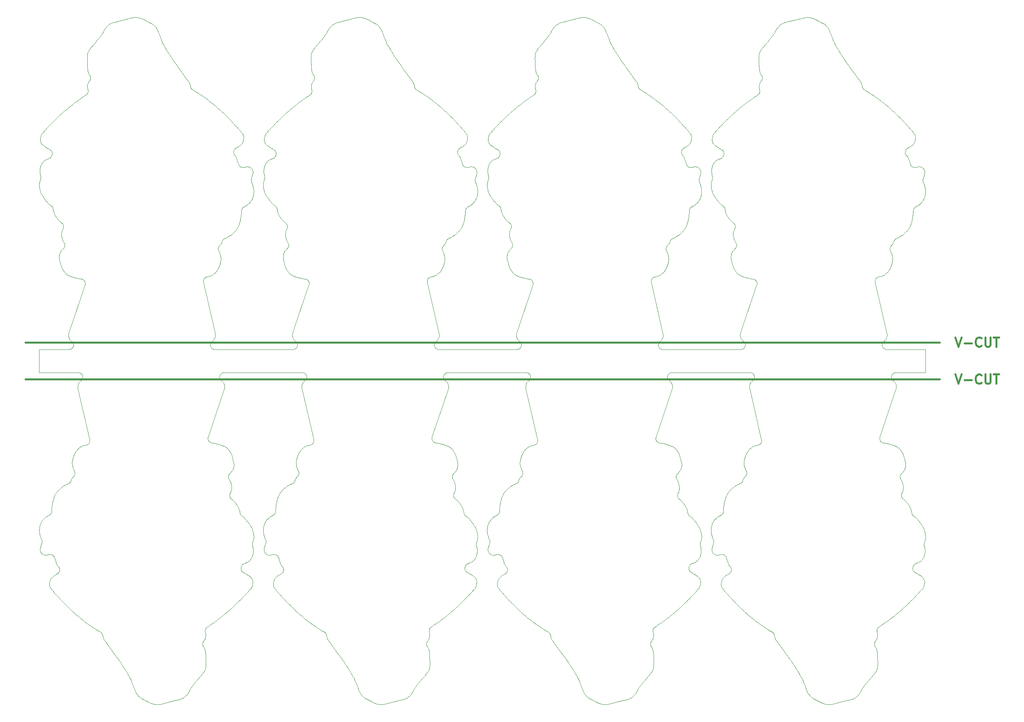
<source format=gbr>
%TF.GenerationSoftware,KiCad,Pcbnew,(6.0.7)*%
%TF.CreationDate,2022-09-13T00:00:18-06:00*%
%TF.ProjectId,MiniMageSpells-panel,4d696e69-4d61-4676-9553-70656c6c732d,1.1*%
%TF.SameCoordinates,Original*%
%TF.FileFunction,Profile,NP*%
%FSLAX46Y46*%
G04 Gerber Fmt 4.6, Leading zero omitted, Abs format (unit mm)*
G04 Created by KiCad (PCBNEW (6.0.7)) date 2022-09-13 00:00:18*
%MOMM*%
%LPD*%
G01*
G04 APERTURE LIST*
%TA.AperFunction,Profile*%
%ADD10C,0.400000*%
%TD*%
%TA.AperFunction,Profile*%
%ADD11C,0.100000*%
%TD*%
%ADD12C,0.400000*%
G04 APERTURE END LIST*
D10*
X12000000Y-85435814D02*
X209855230Y-85435814D01*
X12000000Y-93435814D02*
X209855230Y-93435814D01*
D11*
X171437707Y-28479292D02*
X171419240Y-28523900D01*
X155603976Y-134531164D02*
X155596110Y-134483422D01*
X192755905Y-28941223D02*
X192255682Y-28255650D01*
X57824543Y-120671703D02*
X57769190Y-120592057D01*
X150897339Y-64507911D02*
X150929925Y-64471990D01*
X71807899Y-95087757D02*
X71811182Y-95145715D01*
X160517129Y-125293121D02*
X160495472Y-125405291D01*
X157581328Y-47520320D02*
X157516012Y-47488250D01*
X74157961Y-146522210D02*
X74434105Y-146717032D01*
X206735163Y-51875459D02*
X206710401Y-51765679D01*
X15527968Y-40309304D02*
X15491855Y-40372247D01*
X203172440Y-120592057D02*
X203122899Y-120524698D01*
X149005675Y-33335407D02*
X148693786Y-33093866D01*
X114825250Y-131502738D02*
X114865047Y-131529268D01*
X181266290Y-161114571D02*
X181310073Y-161202618D01*
X96345212Y-30397655D02*
X96318819Y-30356968D01*
X70395142Y-115131728D02*
X70375481Y-115190386D01*
X197473425Y-33335407D02*
X197161524Y-33093857D01*
X73393410Y-72454961D02*
X73402494Y-72502493D01*
X81663380Y-155698289D02*
X81898916Y-156071242D01*
X114146240Y-138034982D02*
X114156804Y-138091634D01*
X120558033Y-91959028D02*
X120605701Y-91969795D01*
X85660432Y-162547968D02*
X86016946Y-162734214D01*
X171340349Y-106562897D02*
X171345318Y-106611160D01*
X21692838Y-115678750D02*
X21662534Y-115715295D01*
X115992084Y-135434657D02*
X115957208Y-135466927D01*
X158181736Y-137425734D02*
X158183097Y-137387750D01*
X23488137Y-108418330D02*
X23364837Y-108521206D01*
X202481087Y-44465726D02*
X202471606Y-44418130D01*
X28667714Y-148651721D02*
X28685679Y-148696770D01*
X171073335Y-27137788D02*
X171104269Y-27205713D01*
X22300954Y-112511137D02*
X22332322Y-112611354D01*
X200013039Y-92036064D02*
X200057698Y-92016122D01*
X54332032Y-92233354D02*
X54367286Y-92199453D01*
X165570791Y-59930743D02*
X165589699Y-59976246D01*
X25482515Y-29485807D02*
X25455810Y-29594578D01*
X51510486Y-106329155D02*
X51506085Y-106280963D01*
X170848568Y-30441998D02*
X170877382Y-30563595D01*
X157331998Y-132788364D02*
X157384416Y-132743845D01*
X70471215Y-114955196D02*
X70440785Y-115018588D01*
X116867067Y-62734297D02*
X116900291Y-62885911D01*
X59037832Y-133483702D02*
X59073926Y-133452473D01*
X58900330Y-135003202D02*
X58869123Y-134966225D01*
X160577584Y-52430067D02*
X160604609Y-52539011D01*
X154633829Y-45510015D02*
X154597600Y-45414727D01*
X56844055Y-37763004D02*
X56561174Y-37465931D01*
X166267743Y-34978433D02*
X165918320Y-35276330D01*
X150960823Y-107550069D02*
X150801087Y-107503497D01*
X107742306Y-133324270D02*
X107785810Y-133304636D01*
X99522940Y-153759426D02*
X99512084Y-153359634D01*
X78733322Y-16489990D02*
X78613685Y-16574865D01*
X204342397Y-133587300D02*
X204373614Y-133551194D01*
X64062999Y-128548976D02*
X64062431Y-128598142D01*
X63468260Y-51416878D02*
X63471879Y-51483370D01*
X107711609Y-40860846D02*
X107701667Y-40804080D01*
X67697686Y-135209537D02*
X67673412Y-135250383D01*
X122360790Y-25831377D02*
X122373661Y-25980811D01*
X53825651Y-65597607D02*
X53805033Y-65553709D01*
X205445423Y-124190829D02*
X205327304Y-124041803D01*
X163349700Y-136128207D02*
X163258352Y-136208934D01*
X64053981Y-128696085D02*
X64046120Y-128744621D01*
X54163382Y-68319215D02*
X54209435Y-68146006D01*
X64015502Y-128258887D02*
X64029396Y-128306052D01*
X204653199Y-47517266D02*
X204605816Y-47523788D01*
X162986738Y-55830947D02*
X163025037Y-55858985D01*
X204174931Y-42491890D02*
X204244191Y-42408023D01*
X185188775Y-16690876D02*
X185129091Y-16641023D01*
X19311670Y-67026662D02*
X19316933Y-67139781D01*
X164489343Y-58819515D02*
X164570877Y-58919492D01*
X149017892Y-107115482D02*
X148974382Y-107094297D01*
X126034826Y-149938346D02*
X126535049Y-150623919D01*
X179303095Y-156837839D02*
X179572101Y-157289348D01*
X106589088Y-121210715D02*
X106555181Y-121136251D01*
X120963881Y-145263933D02*
X121317306Y-145544162D01*
X160740609Y-49666789D02*
X160743529Y-49714667D01*
X206474525Y-49485329D02*
X206564347Y-49157339D01*
X58846106Y-140855718D02*
X59129704Y-140566357D01*
X147933926Y-149273982D02*
X147944152Y-149217926D01*
X160792320Y-47002002D02*
X160757365Y-47088104D01*
X60956979Y-138513116D02*
X60984263Y-138460485D01*
X53806514Y-64752777D02*
X53827294Y-64708956D01*
X116679438Y-116900268D02*
X116587622Y-116977414D01*
X22664702Y-109544021D02*
X22599081Y-109686371D01*
X53627998Y-69642210D02*
X53702995Y-69503979D01*
X54091857Y-93228695D02*
X54078246Y-93181718D01*
X150990559Y-92793640D02*
X150998480Y-92745377D01*
X71935639Y-94400516D02*
X71913747Y-94454144D01*
X117105088Y-35578794D02*
X116801659Y-35851882D01*
X17319928Y-137070272D02*
X17288731Y-137215939D01*
X47617726Y-29480513D02*
X47595923Y-29413426D01*
X176740336Y-152985065D02*
X176978546Y-153315067D01*
X193115592Y-160471051D02*
X193160881Y-160393967D01*
X23340149Y-95087757D02*
X23343432Y-95145715D01*
X160711488Y-52928977D02*
X160741932Y-53020985D01*
X53720740Y-34705318D02*
X53379176Y-34408865D01*
X182318804Y-162379908D02*
X182385399Y-162424153D01*
X164716613Y-66912549D02*
X164714920Y-67026662D01*
X114198667Y-138251251D02*
X114217284Y-138306348D01*
X144719767Y-30227848D02*
X144701802Y-30182799D01*
X107875402Y-133271767D02*
X108049865Y-133221831D01*
X54058062Y-93086035D02*
X54051538Y-93037563D01*
X163091815Y-44075124D02*
X163113146Y-44118554D01*
X121943583Y-146023802D02*
X122260469Y-146258408D01*
X63882837Y-124424667D02*
X63817223Y-124560234D01*
X116056994Y-135365289D02*
X116025372Y-135400752D01*
X56207120Y-118419099D02*
X56214666Y-118370405D01*
X196537948Y-71269806D02*
X196583524Y-71253168D01*
X206855231Y-91927512D02*
X206855029Y-86948129D01*
X54882207Y-94183298D02*
X54821021Y-94092919D01*
X66798393Y-57668854D02*
X66832300Y-57743318D01*
X160463192Y-126672458D02*
X160480628Y-126783416D01*
X101065888Y-86843658D02*
X101022296Y-86821569D01*
X206275394Y-132244806D02*
X206312102Y-132184409D01*
X85858893Y-15364260D02*
X85744305Y-15315015D01*
X113398515Y-131539493D02*
X113425460Y-131536514D01*
X24226612Y-92344297D02*
X24254533Y-92384405D01*
X17044329Y-45607802D02*
X16869866Y-45657738D01*
X29048886Y-17790004D02*
X28977321Y-17918194D01*
X160595379Y-130410618D02*
X160603745Y-130464201D01*
X201857649Y-117808311D02*
X201884038Y-117743267D01*
X59163217Y-123230534D02*
X59118577Y-123201600D01*
X116709866Y-65544310D02*
X116634510Y-65654618D01*
X100593765Y-86367271D02*
X100574257Y-86322464D01*
X66446527Y-56404766D02*
X66456894Y-56451208D01*
X17671447Y-121995977D02*
X17668425Y-122045331D01*
X67455063Y-140444402D02*
X67752959Y-140770446D01*
X75819691Y-20238817D02*
X75537724Y-20573673D01*
X109432081Y-54587663D02*
X109504644Y-54454902D01*
X151980900Y-107926702D02*
X151774346Y-107838438D01*
X171345984Y-106756596D02*
X171341457Y-106804903D01*
X60437704Y-135999715D02*
X60309824Y-135910867D01*
X18040616Y-131619935D02*
X18074577Y-131653614D01*
X20527130Y-64394157D02*
X20524086Y-64441961D01*
X111956837Y-126138393D02*
X111958159Y-126251812D01*
X167958809Y-109787047D02*
X167899930Y-109932371D01*
X149291252Y-86680516D02*
X149256005Y-86646664D01*
X61018411Y-47842900D02*
X60975642Y-47786638D01*
X59042041Y-135134597D02*
X59004246Y-135104387D01*
X58872024Y-56502283D02*
X58893909Y-56458083D01*
X66419248Y-56313868D02*
X66433978Y-56358990D01*
X158079243Y-125950592D02*
X158048799Y-125858584D01*
X153441741Y-117672787D02*
X153464462Y-117601375D01*
X30776357Y-16201961D02*
X30693037Y-16237565D01*
X112878906Y-123692469D02*
X112762097Y-123819581D01*
X74073872Y-107434222D02*
X74036549Y-107465223D01*
X105289568Y-113110546D02*
X105344451Y-113007038D01*
X199504129Y-92603752D02*
X199521372Y-92557984D01*
X196079011Y-151534672D02*
X196034131Y-151463805D01*
X71993643Y-91944609D02*
X72042141Y-91950626D01*
X163159619Y-44826737D02*
X163144146Y-44872582D01*
X202505724Y-111526916D02*
X202422714Y-111198398D01*
X165925616Y-64250647D02*
X165929519Y-64298388D01*
X118938965Y-114955196D02*
X118908535Y-115018588D01*
X150009459Y-83502845D02*
X149983680Y-83399318D01*
X153502465Y-143044879D02*
X153727759Y-142837441D01*
X54078246Y-93181718D02*
X54066972Y-93134126D01*
X153172473Y-118274443D02*
X153187179Y-118227413D01*
X17690075Y-37939553D02*
X17446915Y-38185067D01*
X206521015Y-131738639D02*
X206547064Y-131664304D01*
X73834122Y-24034414D02*
X73839041Y-24309231D01*
X55908842Y-62538061D02*
X56051360Y-62452454D01*
X147774219Y-151893828D02*
X147749305Y-151821665D01*
X81144150Y-154903354D02*
X81405746Y-155299479D01*
X50393162Y-32098184D02*
X50021197Y-31843713D01*
X68695106Y-60557423D02*
X68682758Y-60605126D01*
X121836082Y-72361509D02*
X121849763Y-72407928D01*
X204286091Y-40065769D02*
X204219861Y-39984597D01*
X115466841Y-58056798D02*
X115517492Y-58138613D01*
X67936668Y-66120735D02*
X67893418Y-66251099D01*
X83427423Y-158807402D02*
X83541956Y-159100187D01*
X204605816Y-47523788D02*
X204558174Y-47528014D01*
X109328059Y-50232351D02*
X109333500Y-50183484D01*
X23392363Y-94618933D02*
X23378550Y-94674926D01*
X63749387Y-130742625D02*
X63785959Y-130829505D01*
X161722665Y-123346396D02*
X161589358Y-123459155D01*
X105003392Y-109498757D02*
X104438224Y-108654852D01*
X118843231Y-115190386D02*
X118825713Y-115250415D01*
X17288731Y-137215939D02*
X17230753Y-137456576D01*
X122425326Y-107521557D02*
X122383864Y-107546755D01*
X59866054Y-55730343D02*
X59994928Y-55639435D01*
X198814674Y-69992439D02*
X198867519Y-69912818D01*
X63999284Y-128212470D02*
X64015502Y-128258887D01*
X155658401Y-134716595D02*
X155641410Y-134671291D01*
X149813090Y-86928943D02*
X149764948Y-86920541D01*
X58021219Y-60427792D02*
X58065185Y-60340829D01*
X114376820Y-136736946D02*
X114334706Y-136827218D01*
X52643241Y-84979686D02*
X52707689Y-84911871D01*
X147944152Y-149217926D02*
X147962907Y-149096926D01*
X107245935Y-42484407D02*
X107314731Y-42400225D01*
X115100683Y-57220150D02*
X115133804Y-57324807D01*
X25411124Y-30227077D02*
X25420263Y-30309277D01*
X103824035Y-62817750D02*
X103998031Y-62738302D01*
X88957838Y-17573293D02*
X88890079Y-17455387D01*
X58963133Y-42229191D02*
X59015123Y-42133763D01*
X201627875Y-118322146D02*
X201640223Y-118274443D01*
X99468791Y-155977396D02*
X99492893Y-155863036D01*
X204275274Y-56502283D02*
X204297159Y-56458083D01*
X111970837Y-126463071D02*
X111982574Y-126574925D01*
X104667089Y-118517312D02*
X104669757Y-118468109D01*
X104397365Y-114628922D02*
X104393462Y-114581181D01*
X147840058Y-147769943D02*
X147847008Y-147721857D01*
X149328126Y-86712586D02*
X149291252Y-86680516D01*
X151790634Y-63095749D02*
X151825865Y-63063927D01*
X102970547Y-63805144D02*
X102992339Y-63747841D01*
X153204207Y-118181173D02*
X153223515Y-118135838D01*
X20481507Y-70224717D02*
X20543350Y-70310771D01*
X118501292Y-143090240D02*
X118815793Y-143393213D01*
X54125950Y-93320347D02*
X54107771Y-93274942D01*
X130131130Y-155698289D02*
X130366666Y-156071242D01*
X19244755Y-134101495D02*
X19269699Y-134143126D01*
X18106871Y-131688895D02*
X18137424Y-131725694D01*
X101571582Y-84022746D02*
X101576730Y-83965262D01*
X22375261Y-110272870D02*
X22323664Y-110438643D01*
X149008325Y-71033134D02*
X149106396Y-70996503D01*
X64867007Y-54675082D02*
X64995662Y-54837748D01*
X100537925Y-33335407D02*
X100226036Y-33093866D01*
X167673981Y-114583819D02*
X167632715Y-114627916D01*
X18229527Y-57415400D02*
X18262882Y-57505029D01*
X103811806Y-36239735D02*
X103335522Y-35771421D01*
X53053522Y-84282896D02*
X53068151Y-84227097D01*
X58121338Y-121210715D02*
X58087431Y-121136251D01*
X55087060Y-62932020D02*
X55129874Y-62911505D01*
X149983680Y-83399318D02*
X147467404Y-72412299D01*
X69745664Y-70892981D02*
X69874331Y-70952867D01*
X118300421Y-115947549D02*
X118257607Y-115968064D01*
X102189163Y-65177337D02*
X102189253Y-65128838D01*
X114563974Y-131386415D02*
X114609694Y-131400462D01*
X199623595Y-93491363D02*
X199596854Y-93450412D01*
X74274112Y-28845429D02*
X74211856Y-28935561D01*
X201109432Y-108346146D02*
X201053977Y-108296527D01*
X59434455Y-140247620D02*
X59793191Y-139865114D01*
X25137558Y-31799313D02*
X24735457Y-32060920D01*
X112609756Y-131278099D02*
X112669821Y-131318128D01*
X100594635Y-107134515D02*
X100550142Y-107115482D01*
X37779937Y-15548538D02*
X37642849Y-15481004D01*
X27749588Y-19751345D02*
X27543332Y-20006646D01*
X102605821Y-64338649D02*
X102649000Y-64295750D01*
X198512789Y-145849785D02*
X198889764Y-145570633D01*
X68552179Y-116638254D02*
X68398899Y-116751607D01*
X108967582Y-132697781D02*
X109016996Y-132650177D01*
X206523107Y-129260461D02*
X206517872Y-129212780D01*
X133087736Y-15015194D02*
X132992394Y-15006887D01*
X158369148Y-127736331D02*
X158377737Y-127669936D01*
X156187095Y-40918002D02*
X156179359Y-40860846D01*
X67781113Y-66912549D02*
X67779420Y-67026662D01*
X68631716Y-60743731D02*
X68610176Y-60788049D01*
X109718372Y-126340558D02*
X109639326Y-126043863D01*
X147942163Y-148437571D02*
X147913349Y-148315974D01*
X195564345Y-31938595D02*
X195284085Y-31749508D01*
X180065339Y-158139355D02*
X180119173Y-158243824D01*
X114590566Y-122143035D02*
X114580254Y-122191267D01*
X148520979Y-106608617D02*
X148502832Y-106563755D01*
X70127849Y-84825416D02*
X70197329Y-84908920D01*
X164418723Y-117599682D02*
X164355303Y-117673842D01*
X155419464Y-47321880D02*
X155382413Y-47291634D01*
X206640539Y-51492787D02*
X206598324Y-51343462D01*
X170882777Y-29496510D02*
X170856805Y-29605587D01*
X162921926Y-43840958D02*
X162954901Y-43876367D01*
X17449411Y-122585786D02*
X17417303Y-122623226D01*
X87888494Y-163659995D02*
X87993417Y-163696180D01*
X25470990Y-31389880D02*
X25450382Y-31433878D01*
X158204484Y-48584761D02*
X158201726Y-48529957D01*
X107071013Y-47401408D02*
X107029981Y-47376831D01*
X78057593Y-17065355D02*
X77974718Y-17155983D01*
X99547049Y-155384480D02*
X99551705Y-155254821D01*
X206067315Y-47530136D02*
X206002654Y-47497057D01*
X51804097Y-106925186D02*
X51770219Y-106890630D01*
X65917161Y-122585786D02*
X65885053Y-122623226D01*
X67830297Y-66506861D02*
X67808889Y-66631380D01*
X25554210Y-31012722D02*
X25552006Y-31061257D01*
X164777618Y-134847132D02*
X164765864Y-134894218D01*
X206260550Y-50281427D02*
X206263559Y-50232351D01*
X118708271Y-115561002D02*
X118683520Y-115601515D01*
X148486899Y-106518060D02*
X148473218Y-106471641D01*
X157855947Y-50667099D02*
X157839729Y-50620682D01*
X170827824Y-29782643D02*
X170812573Y-30086306D01*
X165269882Y-62466108D02*
X165334817Y-62734297D01*
X84656083Y-161665533D02*
X84748624Y-161787647D01*
X56367055Y-117988712D02*
X56401789Y-117922151D01*
X158264485Y-126683914D02*
X158238196Y-126559062D01*
X155124599Y-121374540D02*
X155094263Y-121298464D01*
X21969509Y-86770813D02*
X21928285Y-86797132D01*
X196013513Y-71750734D02*
X196036156Y-71707823D01*
X107231362Y-57223408D02*
X107241205Y-57049769D01*
X25529569Y-30771635D02*
X25539222Y-30819252D01*
X84819483Y-15041794D02*
X84715348Y-15026437D01*
X147437174Y-151281195D02*
X147412593Y-151239642D01*
X71216736Y-109375590D02*
X71152945Y-109501670D01*
X196034131Y-151463805D02*
X195998310Y-151412010D01*
X134715437Y-15548538D02*
X134578349Y-15481004D01*
X53112862Y-83872886D02*
X53112549Y-83814990D01*
X155755428Y-56640644D02*
X155770487Y-56593677D01*
X20310015Y-141842593D02*
X20925800Y-142458600D01*
X17414149Y-45395867D02*
X17378055Y-45427096D01*
X66854546Y-118538740D02*
X66805772Y-118641679D01*
X199458309Y-92793640D02*
X199466230Y-92745377D01*
X115667832Y-58354871D02*
X115782666Y-58502793D01*
X70716675Y-33857556D02*
X70461177Y-34058497D01*
X195552501Y-157422010D02*
X195643733Y-157311114D01*
X143787932Y-28255650D02*
X142310589Y-26250537D01*
X197355039Y-71070457D02*
X197422724Y-71050598D01*
X17214786Y-137534301D02*
X17202795Y-137611020D01*
X25485997Y-26370062D02*
X25506039Y-26495535D01*
X109715344Y-137387612D02*
X109712701Y-137354604D01*
X122969957Y-28479292D02*
X122951490Y-28523900D01*
X80629316Y-154146411D02*
X80859736Y-154481738D01*
X58480567Y-59105748D02*
X58514753Y-58960980D01*
X67904417Y-36252148D02*
X67204884Y-36920952D01*
X67719972Y-135167574D02*
X67697686Y-135209537D01*
X15125716Y-48183102D02*
X15120525Y-48331373D01*
X165378996Y-59646109D02*
X165412305Y-59682422D01*
X61218686Y-48277227D02*
X61191634Y-48193816D01*
X148021249Y-154858894D02*
X148016519Y-154584080D01*
X64930765Y-131539493D02*
X64957710Y-131536514D01*
X122252003Y-31635885D02*
X122219512Y-31672008D01*
X117150508Y-60605126D02*
X117135802Y-60652156D01*
X52156146Y-85472834D02*
X52180740Y-85430604D01*
X162769460Y-136911826D02*
X162750222Y-136969938D01*
X106267559Y-60803839D02*
X106328598Y-60708723D01*
X54561768Y-63629154D02*
X54585991Y-63536279D01*
X116951007Y-63078688D02*
X116987710Y-63190935D01*
X201677129Y-115389892D02*
X201635743Y-115309607D01*
X155973332Y-133483702D02*
X156009426Y-133452473D01*
X160887977Y-42368129D02*
X160923670Y-42412473D01*
X155651589Y-57766529D02*
X155680667Y-57470802D01*
X148673570Y-106854459D02*
X148643227Y-106816760D01*
X206347747Y-47750276D02*
X206296612Y-47697387D01*
X107670316Y-47523788D02*
X107622674Y-47528014D01*
X198161892Y-146103365D02*
X198512789Y-145849785D01*
X171496037Y-21718829D02*
X171403616Y-21841134D01*
X112508680Y-128353848D02*
X112517828Y-128402159D01*
X73390511Y-72887028D02*
X73378485Y-72933903D01*
X68982492Y-70272314D02*
X69022792Y-70325879D01*
X73957576Y-107521557D02*
X73916114Y-107546755D01*
X204145335Y-134761015D02*
X204126151Y-134716595D01*
X68483257Y-63078688D02*
X68519960Y-63190935D01*
X109753243Y-53807187D02*
X109781135Y-53697418D01*
X99466176Y-149273982D02*
X99476402Y-149217926D01*
X68964643Y-64109336D02*
X68975411Y-64156010D01*
X104701835Y-113804896D02*
X104830171Y-113690264D01*
X64135177Y-40114294D02*
X64089335Y-40172235D01*
X115707658Y-117903349D02*
X115651247Y-117982184D01*
X165268828Y-59547724D02*
X165307169Y-59578677D01*
X99306469Y-151893828D02*
X99281555Y-151821665D01*
X153929648Y-119655967D02*
X153863912Y-119596655D01*
X112073629Y-48035789D02*
X112060548Y-48194490D01*
X204119339Y-57766529D02*
X204148417Y-57470802D01*
X99102160Y-156780976D02*
X99192511Y-156644845D01*
X150980208Y-66057546D02*
X150929509Y-65933933D01*
X206652293Y-48809265D02*
X206661220Y-48759476D01*
X24244594Y-93489930D02*
X24215957Y-93529530D01*
X100979846Y-86797356D02*
X100938643Y-86771078D01*
X22715988Y-113895387D02*
X22706456Y-113942940D01*
X108787948Y-47397499D02*
X108724505Y-47382195D01*
X206574638Y-128788228D02*
X206619061Y-128677673D01*
X105450813Y-112758834D02*
X105494063Y-112628470D01*
X199682696Y-67825105D02*
X199703126Y-67696375D01*
X19774366Y-65544310D02*
X19699010Y-65654618D01*
X120652780Y-91982902D02*
X120699155Y-91998316D01*
X53688217Y-145418520D02*
X53946302Y-145221199D01*
X114090520Y-131371106D02*
X114137532Y-131362303D01*
X119005057Y-85205883D02*
X119041000Y-85239053D01*
X72276963Y-92016000D02*
X72321593Y-92035911D01*
X113460964Y-131529069D02*
X114090520Y-131371106D01*
X100237969Y-106890630D02*
X100205820Y-106854459D01*
X25530003Y-107494358D02*
X25489826Y-107521557D01*
X105096199Y-116651363D02*
X105086150Y-116580063D01*
X74418057Y-27598374D02*
X74442638Y-27639927D01*
X147836013Y-147963951D02*
X147833450Y-147915433D01*
X15345205Y-127818543D02*
X15371554Y-127883212D01*
X25606122Y-107434222D02*
X25568799Y-107465223D01*
X163202559Y-44589237D02*
X163198639Y-44637464D01*
X197031486Y-106695414D02*
X197009046Y-106652538D01*
X29287668Y-17426738D02*
X29204099Y-17544270D01*
X165589699Y-59976246D02*
X165606320Y-60022634D01*
X56041917Y-114992840D02*
X56020280Y-114950105D01*
X144972910Y-30579138D02*
X144937437Y-30546066D01*
X106435245Y-60527657D02*
X106488969Y-60427792D01*
X112216093Y-50091341D02*
X112154219Y-50248114D01*
X162558270Y-131371106D02*
X162605282Y-131362303D01*
X125313022Y-148269135D02*
X125350071Y-148300431D01*
X169958190Y-32180626D02*
X169569981Y-32444090D01*
X149874227Y-70481237D02*
X150010527Y-70368928D01*
X104755765Y-118135838D02*
X104777305Y-118091520D01*
X203748360Y-47190674D02*
X203717807Y-47153875D01*
X60448916Y-132743845D02*
X60499832Y-132697781D01*
X173780772Y-148269135D02*
X173817821Y-148300431D01*
X105920839Y-45062983D02*
X105887558Y-45025047D01*
X35487096Y-15031436D02*
X35366852Y-15055908D01*
X61181715Y-54128794D02*
X61219755Y-54022946D01*
X162882864Y-122546794D02*
X162852661Y-122585786D01*
X153486472Y-117521846D02*
X153507138Y-117434050D01*
X195934119Y-150187794D02*
X196035972Y-150051981D01*
X100800898Y-85240375D02*
X100836747Y-85207163D01*
X112446595Y-131133290D02*
X112498011Y-131185904D01*
X147581119Y-150034140D02*
X147643375Y-149944008D01*
X163149321Y-44208278D02*
X163164078Y-44254358D01*
X102254340Y-65508854D02*
X102238116Y-65463150D01*
X201921924Y-113531428D02*
X201998943Y-113441621D01*
X148439545Y-106232613D02*
X148439869Y-106184221D01*
X173977769Y-148481914D02*
X174004162Y-148522601D01*
X133180968Y-161742362D02*
X133264801Y-161846909D01*
X182654210Y-15304398D02*
X182538408Y-15258231D01*
X109397943Y-47734690D02*
X109345931Y-47683089D01*
X197610637Y-85389639D02*
X197639274Y-85350039D01*
X69874331Y-70952867D02*
X70080885Y-71041131D01*
X156985793Y-133022650D02*
X157047256Y-132987558D01*
X122207207Y-107626401D02*
X122160871Y-107640787D01*
X22537492Y-109830465D02*
X22479756Y-109976297D01*
X54595540Y-93843635D02*
X54522611Y-93782289D01*
X69812717Y-83613021D02*
X69804818Y-83672292D01*
X99978236Y-106329155D02*
X99973835Y-106280963D01*
X61440492Y-127330568D02*
X61413576Y-127159430D01*
X162947040Y-55804711D02*
X162986738Y-55830947D01*
X145451963Y-159363479D02*
X145637893Y-159128224D01*
X171142884Y-27280979D02*
X171179470Y-27344897D01*
X170653037Y-31706493D02*
X170617162Y-31739257D01*
X15247502Y-52715686D02*
X15276611Y-52822352D01*
X66132887Y-44032789D02*
X66156315Y-44075124D01*
X154265987Y-43514280D02*
X154297609Y-43478817D01*
X68868371Y-116427115D02*
X68708623Y-116530052D01*
X203424469Y-60427792D02*
X203468435Y-60340829D01*
X165946389Y-116341508D02*
X165803871Y-116427115D01*
X202964886Y-61130400D02*
X203024859Y-61053900D01*
X114658701Y-44917616D02*
X114638777Y-44961843D01*
X15339105Y-49811287D02*
X15335010Y-49859200D01*
X201979021Y-109572073D02*
X201960135Y-109534382D01*
X205935801Y-136071327D02*
X205875055Y-136024119D01*
X73878874Y-30227077D02*
X73888013Y-30309277D01*
X196678759Y-147109347D02*
X196717673Y-147080256D01*
X16295054Y-45919414D02*
X16236299Y-45957241D01*
X153184411Y-118856935D02*
X153170119Y-118809778D01*
X100383028Y-107018366D02*
X100344463Y-106989131D01*
X155515945Y-122737600D02*
X155492885Y-122696113D01*
X17951498Y-56313868D02*
X17966228Y-56358990D01*
X66760968Y-57581105D02*
X66798393Y-57668854D01*
X31218404Y-16066620D02*
X31024704Y-16117305D01*
X105958761Y-45110650D02*
X105920839Y-45062983D01*
X102301393Y-69236091D02*
X102364172Y-69092522D01*
X144871561Y-30474912D02*
X144841315Y-30437002D01*
X58285817Y-47115643D02*
X58258958Y-47076067D01*
X69789857Y-115968064D02*
X69563446Y-116061819D01*
X58939147Y-133587300D02*
X58970364Y-133551194D01*
X22801013Y-109278634D02*
X22727339Y-109417439D01*
X15665893Y-131272058D02*
X15716970Y-131307139D01*
X118400725Y-86938573D02*
X118351707Y-86939785D01*
X103509518Y-95534946D02*
X103534315Y-95454483D01*
X175064352Y-16991748D02*
X174979083Y-17080282D01*
X61324339Y-128329662D02*
X61362976Y-128156263D01*
X158099576Y-49145991D02*
X158169470Y-48873079D01*
X23525893Y-91944609D02*
X23574391Y-91950626D01*
X57824681Y-43182687D02*
X57951956Y-43118003D01*
X114069421Y-45574933D02*
X114025021Y-45592448D01*
X153335271Y-115688634D02*
X153308240Y-115615209D01*
X72824468Y-93273497D02*
X72806376Y-93318894D01*
X145844149Y-158872923D02*
X146105650Y-158556735D01*
X114469512Y-122464542D02*
X114443338Y-122506345D01*
X103358115Y-63063927D02*
X103394831Y-63033830D01*
X54044708Y-66057546D02*
X53994009Y-65933933D01*
X23348149Y-94856823D02*
X23343001Y-94914307D01*
X56202007Y-118468109D02*
X56207120Y-118419099D01*
X57263078Y-44857420D02*
X57234179Y-44818432D01*
X164648005Y-134101495D02*
X164672949Y-134143126D01*
X70614194Y-114727955D02*
X70573306Y-114784252D01*
X204553668Y-133395411D02*
X204593888Y-133369711D01*
X163293000Y-131502738D02*
X163332797Y-131529268D01*
X68324038Y-65437948D02*
X68242116Y-65544310D01*
X99313609Y-71445347D02*
X99350932Y-71414346D01*
X57962081Y-120893789D02*
X57920640Y-120822771D01*
X148464720Y-105992541D02*
X148476746Y-105945666D01*
X50845859Y-71445347D02*
X50883182Y-71414346D01*
X163813666Y-135810117D02*
X163725342Y-135861037D01*
X15763483Y-46381368D02*
X15709483Y-46448655D01*
X109591650Y-137957887D02*
X109659451Y-137687812D01*
X112778575Y-46291051D02*
X112732533Y-46342092D01*
X63514824Y-126574925D02*
X63527692Y-126672458D01*
X114415114Y-122546794D02*
X114384911Y-122585786D01*
X95942182Y-29135035D02*
X95911993Y-29081391D01*
X114872728Y-119918589D02*
X114840679Y-120063689D01*
X112107411Y-50388363D02*
X112085508Y-50464109D01*
X96116604Y-160596063D02*
X96149981Y-160527342D01*
X164942632Y-68089953D02*
X165251483Y-69234435D01*
X56234085Y-113804896D02*
X56362421Y-113690264D01*
X171469222Y-27862862D02*
X171480770Y-27909740D01*
X153371974Y-115800881D02*
X153335271Y-115688634D01*
X65096485Y-45746698D02*
X64996839Y-45791555D01*
X34638974Y-158096123D02*
X34720154Y-158252284D01*
X76845272Y-148269135D02*
X76882321Y-148300431D01*
X136252323Y-163621338D02*
X136395468Y-163673866D01*
X103141006Y-93917988D02*
X103063290Y-93843635D01*
X145103255Y-159819921D02*
X145268046Y-159601551D01*
X20501156Y-64583707D02*
X20488974Y-64630033D01*
X70284059Y-115476653D02*
X70263302Y-115519350D01*
X181624825Y-15023091D02*
X181538151Y-15013459D01*
X155471839Y-122653569D02*
X155452857Y-122610065D01*
X61378446Y-53361042D02*
X61396649Y-53227588D01*
X99557742Y-71288658D02*
X99602448Y-71269806D01*
X68877814Y-63886729D02*
X68899451Y-63929464D01*
X188654347Y-163280297D02*
X189365954Y-163103239D01*
X155868805Y-135038611D02*
X155835830Y-135003202D01*
X154462228Y-45160588D02*
X154426511Y-45110650D01*
X200195132Y-94054153D02*
X200125652Y-93970649D01*
X118294025Y-84167896D02*
X118309676Y-84237105D01*
X165842457Y-64764722D02*
X165821592Y-64807839D01*
X17668425Y-122045331D02*
X17662963Y-122094349D01*
X148249923Y-147080256D02*
X148290318Y-147053041D01*
X108214754Y-55807499D02*
X108333804Y-55730343D01*
X146985520Y-157538414D02*
X147090896Y-157414661D01*
X74324671Y-27467559D02*
X74391479Y-27558068D01*
X203662208Y-47076067D02*
X203637291Y-47035241D01*
X167807815Y-85890741D02*
X167809525Y-85939620D01*
X55182582Y-107990815D02*
X55070936Y-107938075D01*
X163657573Y-37386630D02*
X163255497Y-37779264D01*
X122878234Y-106756596D02*
X122873707Y-106804903D01*
X59152679Y-40526385D02*
X59130445Y-40472157D01*
X108049865Y-133221831D02*
X108187999Y-133174054D01*
X163473708Y-56848258D02*
X163513405Y-57020615D01*
X123022270Y-27957125D02*
X123029199Y-28004905D01*
X16649827Y-54983951D02*
X16823691Y-55180520D01*
X56528962Y-117601375D02*
X56550972Y-117521846D01*
X201814715Y-119159222D02*
X201785180Y-119119779D01*
X52406442Y-85175760D02*
X52503780Y-85102657D01*
X177409854Y-153923778D02*
X177622652Y-154230085D01*
X103214196Y-91982972D02*
X103261310Y-91969844D01*
X109639326Y-126043863D02*
X109611493Y-125950592D01*
X33917291Y-156866913D02*
X34194748Y-157333124D01*
X185921205Y-17624811D02*
X185874373Y-17539274D01*
X198427052Y-86939785D02*
X198378073Y-86938575D01*
X109770446Y-126559062D02*
X109745397Y-126449502D01*
X112949797Y-42879868D02*
X113077657Y-42968702D01*
X52781780Y-86909774D02*
X52734701Y-86896667D01*
X161739332Y-131524310D02*
X161837782Y-131538324D01*
X99512084Y-153359634D02*
X99504438Y-153197958D01*
X15273232Y-47327351D02*
X15233127Y-47479261D01*
X64411156Y-123692469D02*
X64294347Y-123819581D01*
X67548330Y-117526683D02*
X67483223Y-117599682D01*
X19331894Y-134274637D02*
X19348247Y-134320330D01*
X156046984Y-133423020D02*
X156085918Y-133395411D01*
X71844704Y-108510641D02*
X71790746Y-108558701D01*
X120284342Y-95203576D02*
X120297474Y-95296074D01*
X202422714Y-111198398D02*
X202319713Y-110804203D01*
X21357399Y-83542297D02*
X21346816Y-83601201D01*
X23355377Y-94799603D02*
X23348149Y-94856823D01*
X28856058Y-149466143D02*
X28876633Y-149523067D01*
X183558236Y-15741695D02*
X183256960Y-15585743D01*
X99009201Y-71931886D02*
X99023052Y-71885387D01*
X61324948Y-130343582D02*
X61316367Y-130253627D01*
X59092437Y-41948514D02*
X59122028Y-41849878D01*
X158242651Y-51765679D02*
X158212490Y-51642643D01*
X21973035Y-115018588D02*
X21949184Y-115074425D01*
X67740271Y-135124481D02*
X67719972Y-135167574D01*
X54317363Y-67129325D02*
X54304402Y-67017637D01*
X123013020Y-27909740D02*
X123022270Y-27957125D01*
X16336986Y-39365751D02*
X15725155Y-40047198D01*
X69981750Y-86934952D02*
X69932975Y-86938573D01*
X18554337Y-135733419D02*
X18455048Y-135785581D01*
X42789209Y-22433267D02*
X42534690Y-22012656D01*
X158154186Y-48277227D02*
X158127134Y-48193816D01*
X204055168Y-134387071D02*
X204054363Y-134338692D01*
X61047522Y-138307415D02*
X61065441Y-138249725D01*
X163337874Y-56269504D02*
X163354748Y-56313868D01*
X166745736Y-84074611D02*
X166757230Y-84144591D01*
X169588651Y-93567669D02*
X169556250Y-93604253D01*
X111973905Y-51720139D02*
X112005541Y-51910748D01*
X17177425Y-45555299D02*
X17133921Y-45574933D01*
X50922412Y-148107934D02*
X50912759Y-148060317D01*
X151055159Y-66268215D02*
X151016588Y-66155173D01*
X100823502Y-86680516D02*
X100788255Y-86646664D01*
X171496949Y-28004905D02*
X171501540Y-28052965D01*
X197658484Y-86573954D02*
X197628619Y-86535272D01*
X170818543Y-25681611D02*
X170828540Y-25831377D01*
X21561616Y-115815642D02*
X21524900Y-115845739D01*
X102614099Y-93364799D02*
X102593700Y-93320347D01*
X133295936Y-15043214D02*
X133191773Y-15027597D01*
X151947733Y-94439212D02*
X151924629Y-94384293D01*
X72586583Y-93639194D02*
X72550734Y-93672406D01*
X58560945Y-141138425D02*
X58846106Y-140855718D01*
X112243738Y-52928977D02*
X112274182Y-53020985D01*
X15980176Y-42855450D02*
X16126078Y-42957685D01*
X192917026Y-160886437D02*
X192964003Y-160791209D01*
X20314828Y-64968738D02*
X20284239Y-65005600D01*
X167924179Y-114334185D02*
X167893392Y-114371658D01*
X61062911Y-131877567D02*
X61097866Y-131791465D01*
X202733737Y-43514280D02*
X202765359Y-43478817D01*
X121040237Y-107965767D02*
X120955459Y-108014452D01*
X161046803Y-124050454D02*
X160970748Y-124161892D01*
X16731732Y-45705515D02*
X16628735Y-45746698D01*
X109557045Y-47957969D02*
X109522946Y-47898575D01*
X203139484Y-60897385D02*
X203203059Y-60803839D01*
X18285581Y-118761433D02*
X18219342Y-118929759D01*
X206781696Y-53361042D02*
X206799899Y-53227588D01*
X60804275Y-132347003D02*
X60843594Y-132289197D01*
X74518476Y-28433836D02*
X74502207Y-28479292D01*
X22313910Y-114540920D02*
X22270731Y-114583819D01*
X70973429Y-33658370D02*
X70716675Y-33857556D01*
X151479750Y-63689183D02*
X151497268Y-63629154D01*
X47474432Y-29135035D02*
X47444243Y-29081391D01*
X47804416Y-30271962D02*
X47784267Y-30227848D01*
X18925253Y-133718981D02*
X18960970Y-133768919D01*
X148563736Y-106695414D02*
X148541296Y-106652538D01*
X169343135Y-92082213D02*
X169384338Y-92108491D01*
X114137532Y-131362303D02*
X114184915Y-131355781D01*
X63719294Y-130660283D02*
X63749387Y-130742625D01*
X101292756Y-84764145D02*
X101350585Y-84675642D01*
X204477176Y-133452473D02*
X204514734Y-133423020D01*
X102412678Y-65825955D02*
X102366368Y-65732972D01*
X71202770Y-33482878D02*
X70973429Y-33658370D01*
X109570473Y-136758656D02*
X109546427Y-136701360D01*
X22402449Y-86037333D02*
X22396922Y-86085929D01*
X54784422Y-94044611D02*
X54746090Y-93997830D01*
X158058736Y-128973664D02*
X158067388Y-128926484D01*
X112161441Y-130576349D02*
X112187030Y-130660244D01*
X68687238Y-63569962D02*
X68737716Y-63659937D01*
X162961109Y-138799503D02*
X163085460Y-138950615D01*
X164250416Y-58502793D02*
X164423444Y-58733839D01*
X100675137Y-85389639D02*
X100703774Y-85350039D01*
X58832710Y-133745461D02*
X58856427Y-133704041D01*
X116153302Y-134061137D02*
X116180255Y-134101495D01*
X149899183Y-145955937D02*
X150132317Y-145785764D01*
X155598364Y-134194128D02*
X155606973Y-134146514D01*
X157704729Y-47595456D02*
X157644367Y-47556039D01*
X51275509Y-147109347D02*
X51314423Y-147080256D01*
X160973771Y-46649724D02*
X160937434Y-46710490D01*
X29618097Y-17035714D02*
X29534278Y-17125489D01*
X50387221Y-150491928D02*
X50401255Y-150445733D01*
X69932975Y-86938573D02*
X69883957Y-86939785D01*
X164872168Y-66120735D02*
X164828918Y-66251099D01*
X55927895Y-114437608D02*
X55933248Y-114390008D01*
X19816695Y-62156408D02*
X19823532Y-62228206D01*
X204564446Y-41672529D02*
X204615908Y-41460388D01*
X163061948Y-55888826D02*
X163097386Y-55920402D01*
X37289334Y-15320370D02*
X37173888Y-15273321D01*
X197442670Y-85843342D02*
X197449122Y-85794900D01*
X153708124Y-119468012D02*
X153637502Y-119414760D01*
X149428209Y-146291375D02*
X149664782Y-146124301D01*
X106940954Y-122474803D02*
X106930587Y-122428361D01*
X61329936Y-130434258D02*
X61324948Y-130343582D01*
X170972049Y-107465223D02*
X170933253Y-107494358D01*
X201986294Y-37488683D02*
X201722591Y-37216803D01*
X105596684Y-111678597D02*
X105589697Y-111627801D01*
X161989177Y-123149226D02*
X161860303Y-123240134D01*
X185020455Y-16556997D02*
X184956051Y-16510949D01*
X99648024Y-71253168D02*
X99694360Y-71238782D01*
X149670201Y-86896667D02*
X149623826Y-86881253D01*
X161545407Y-42968702D02*
X161674705Y-43055768D01*
X57967495Y-60527657D02*
X58021219Y-60427792D01*
X15147535Y-125145426D02*
X15125837Y-125237536D01*
X91256959Y-22433267D02*
X91002440Y-22012656D01*
X78856607Y-16408516D02*
X78733322Y-16489990D01*
X101823165Y-107374212D02*
X101579301Y-107322091D01*
X100205820Y-106854459D02*
X100175477Y-106816760D01*
X196446680Y-148718504D02*
X196444107Y-148652492D01*
X199584500Y-64295750D02*
X199625766Y-64251653D01*
X70974803Y-113053614D02*
X71021113Y-113146597D01*
X106871291Y-39500114D02*
X106540429Y-39118775D01*
X163096648Y-136372829D02*
X163026468Y-136456080D01*
X15403710Y-46968164D02*
X15367806Y-47053431D01*
X100507170Y-85843342D02*
X100513622Y-85794900D01*
X107337603Y-47504975D02*
X107291257Y-47493154D01*
X45375089Y-26250537D02*
X45055159Y-25812129D01*
X165803871Y-116427115D02*
X165644123Y-116530052D01*
X171693713Y-21472247D02*
X171590738Y-21598295D01*
X165656109Y-60312982D02*
X165655892Y-60362257D01*
X75462873Y-147408647D02*
X75891204Y-147681122D01*
X201671957Y-118181173D02*
X201691265Y-118135838D01*
X148103469Y-147207561D02*
X148137694Y-147173076D01*
X70621361Y-111172449D02*
X70605829Y-111301670D01*
X102360003Y-107511060D02*
X102172972Y-107459751D01*
X24045539Y-93703809D02*
X23957351Y-93769806D01*
X173887103Y-148368273D02*
X173919170Y-148404657D01*
X64419899Y-46181788D02*
X64370485Y-46229392D01*
X107384465Y-47514545D02*
X107337603Y-47504975D01*
X21787181Y-84970173D02*
X21865360Y-85043846D01*
X158010001Y-49474060D02*
X158099576Y-49145991D01*
X114761904Y-37804693D02*
X114507802Y-38057680D01*
X72227771Y-93950396D02*
X72158646Y-94030519D01*
X154943649Y-120977631D02*
X154897581Y-120893789D01*
X108600316Y-55533173D02*
X108733623Y-55420414D01*
X164655393Y-59015870D02*
X164725153Y-59090348D01*
X15257549Y-41790485D02*
X15281132Y-41897668D01*
X152044283Y-95254646D02*
X152051721Y-95195422D01*
X30937960Y-16143759D02*
X30861404Y-16169737D01*
X68637338Y-35578794D02*
X68333909Y-35851882D01*
X203625704Y-121464169D02*
X203592349Y-121374540D01*
X148070198Y-71269806D02*
X148115774Y-71253168D01*
X25568799Y-107465223D02*
X25530003Y-107494358D01*
X26098290Y-28052965D02*
X26100532Y-28101193D01*
X175258656Y-16808732D02*
X175167310Y-16891757D01*
X109851068Y-128049438D02*
X109871144Y-127932320D01*
X65739238Y-122755662D02*
X65698890Y-122784030D01*
X63527692Y-126672458D02*
X63545128Y-126783416D01*
X206517021Y-51079708D02*
X206487641Y-51005602D01*
X196404849Y-147445691D02*
X196427591Y-147402756D01*
X122316532Y-23365694D02*
X122308182Y-23495089D01*
X154261931Y-44930918D02*
X154229354Y-44894946D01*
X67991319Y-59282914D02*
X68068277Y-59348469D01*
X73875164Y-23132070D02*
X73860029Y-23248520D01*
X154057447Y-111627801D02*
X154037974Y-111526916D01*
X199929578Y-107716964D02*
X199719527Y-107642999D01*
X118263373Y-83909583D02*
X118267523Y-83980448D01*
X185223383Y-163781167D02*
X185319057Y-163803194D01*
X67852279Y-59153600D02*
X67925583Y-59223602D01*
X53944928Y-65825955D02*
X53898618Y-65732972D01*
X54208985Y-92385065D02*
X54236897Y-92344903D01*
X19699010Y-65654618D02*
X19630163Y-65769023D01*
X31909229Y-153784991D02*
X32161566Y-154146411D01*
X57443490Y-38411787D02*
X57145374Y-38085942D01*
X163077444Y-131400462D02*
X163122433Y-131416700D01*
X17409940Y-43744972D02*
X17447735Y-43775182D01*
X200397169Y-94395217D02*
X200372408Y-94340984D01*
X158212490Y-51642643D02*
X158172789Y-51492787D01*
X120994855Y-92166983D02*
X121031729Y-92199053D01*
X191339311Y-162549242D02*
X191430466Y-162493721D01*
X115920824Y-135497485D02*
X115883016Y-135526263D01*
X147442591Y-72171443D02*
X147444747Y-72122973D01*
X122510340Y-26846282D02*
X122526808Y-26911623D01*
X116454279Y-65994600D02*
X116404418Y-66120735D01*
X133191773Y-15027597D02*
X133087736Y-15015194D01*
X149030763Y-85606072D02*
X149048855Y-85560675D01*
X167708882Y-85514770D02*
X167729281Y-85559222D01*
X15593376Y-128499843D02*
X15595249Y-128548976D01*
X83187904Y-158252284D02*
X83259788Y-158402683D01*
X162911088Y-122506345D02*
X162882864Y-122546794D01*
X165319589Y-69380812D02*
X165884757Y-70224717D01*
X154037974Y-111526916D02*
X153951201Y-111183785D01*
X73883043Y-25681611D02*
X73893040Y-25831377D01*
X152861212Y-114581181D02*
X152859623Y-114533307D01*
X50813058Y-156493324D02*
X50859671Y-156397907D01*
X201879485Y-119233460D02*
X201846176Y-119197147D01*
X114384197Y-45362934D02*
X114349649Y-45395867D01*
X160451837Y-50947249D02*
X160421583Y-51143238D01*
X21816309Y-115476653D02*
X21795552Y-115519350D01*
X104733282Y-118903323D02*
X104716661Y-118856935D01*
X107029981Y-47376831D02*
X106990184Y-47350301D01*
X167096088Y-115678750D02*
X167065784Y-115715295D01*
X15846367Y-42745085D02*
X15912032Y-42802154D01*
X23569146Y-94203927D02*
X23517635Y-94295524D01*
X123000260Y-28387641D02*
X122986226Y-28433836D01*
X69915104Y-115900483D02*
X69874452Y-115925004D01*
X137210319Y-17229630D02*
X137130313Y-17122054D01*
X203690048Y-121659419D02*
X203656927Y-121554762D01*
X120314050Y-94674926D02*
X120300188Y-94742631D01*
X120290877Y-94799603D02*
X120283649Y-94856823D01*
X156922817Y-133056148D02*
X156985793Y-133022650D01*
X158259839Y-128329662D02*
X158298476Y-128156263D01*
X51915278Y-107018366D02*
X51876713Y-106989131D01*
X165500836Y-59800654D02*
X165526304Y-59842838D01*
X168119863Y-113557524D02*
X168126877Y-113605513D01*
X150985032Y-92842236D02*
X150990559Y-92793640D01*
X120509891Y-91950626D02*
X120558033Y-91959028D01*
X112503609Y-128792707D02*
X112490973Y-128840225D01*
X87465314Y-163486995D02*
X87579380Y-163537473D01*
X199906047Y-63805144D02*
X199927839Y-63747841D01*
X58763612Y-57223408D02*
X58773455Y-57049769D01*
X126127983Y-17561350D02*
X126048976Y-17682898D01*
X201416024Y-114114847D02*
X201436889Y-114071730D01*
X20507661Y-64156010D02*
X20516159Y-64203151D01*
X117058554Y-59842838D02*
X117081892Y-59886237D01*
X74397521Y-106514935D02*
X74404849Y-106562897D01*
X160859552Y-131067572D02*
X160907225Y-131125367D01*
X115957208Y-135466927D02*
X115920824Y-135497485D01*
X66472818Y-131587935D02*
X66508366Y-131619935D01*
X105096925Y-117014246D02*
X105104570Y-116877409D01*
X64370485Y-46229392D02*
X64310825Y-46291051D01*
X64038271Y-46649724D02*
X64001934Y-46710490D01*
X56933202Y-112884969D02*
X56983063Y-112758834D01*
X67257631Y-133464842D02*
X67293512Y-133545151D01*
X204054363Y-134338692D02*
X204055922Y-134290332D01*
X103523358Y-94562533D02*
X103504933Y-94506123D01*
X196087609Y-71625586D02*
X196116295Y-71586456D01*
X65947364Y-122546794D02*
X65917161Y-122585786D01*
X155497731Y-47376831D02*
X155457934Y-47350301D01*
X68994019Y-64298388D02*
X68995608Y-64346262D01*
X193140344Y-30090336D02*
X193129171Y-30043143D01*
X114606947Y-121995977D02*
X114603925Y-122045331D01*
X59306183Y-123345447D02*
X59237036Y-123285586D01*
X60752256Y-125211032D02*
X60581182Y-124950981D01*
X112425114Y-42374549D02*
X112461248Y-42418623D01*
X68784666Y-63737203D02*
X68854135Y-63845090D01*
X168097857Y-113989969D02*
X168083719Y-114036361D01*
X201993619Y-117337881D02*
X202008856Y-117240795D01*
X71738264Y-108608394D02*
X71687435Y-108660096D01*
X148115774Y-71253168D02*
X148162110Y-71238782D01*
X195857817Y-151196940D02*
X195837400Y-151153190D01*
X113948819Y-55398864D02*
X114020391Y-55474991D01*
X15276611Y-52822352D02*
X15304119Y-52915716D01*
X53355415Y-107374212D02*
X53111551Y-107322091D01*
X20219488Y-63569962D02*
X20269966Y-63659937D01*
X80935194Y-15781664D02*
X80639718Y-15850684D01*
X176198413Y-16194502D02*
X176105445Y-16233434D01*
X174138159Y-148884110D02*
X174161828Y-149063288D01*
X66096224Y-131386415D02*
X66141944Y-131400462D01*
X116911246Y-59646109D02*
X116944555Y-59682422D01*
X23957351Y-93769806D02*
X23894343Y-93820994D01*
X152879820Y-114723559D02*
X152871322Y-114676418D01*
X54616985Y-63446559D02*
X54635672Y-63402916D01*
X72876486Y-92792505D02*
X72882066Y-92841055D01*
X26093699Y-28004905D02*
X26098290Y-28052965D01*
X58377404Y-47225955D02*
X58345110Y-47190674D01*
X116297842Y-134366769D02*
X116309644Y-134413843D01*
X107830210Y-133287121D02*
X107875402Y-133271767D01*
X114429390Y-136641908D02*
X114376820Y-136736946D01*
X99495157Y-149096926D02*
X99510408Y-148793263D01*
X201712805Y-118091520D02*
X201770305Y-117988712D01*
X69817547Y-84121297D02*
X69828670Y-84179487D01*
X169384338Y-92108491D02*
X169424194Y-92136771D01*
X15000000Y-86952057D02*
X15000000Y-91927512D01*
X202929978Y-45160588D02*
X202894261Y-45110650D01*
X123033790Y-28052965D02*
X123036032Y-28101193D01*
X165082607Y-59411557D02*
X165153229Y-59464809D01*
X92243331Y-23976215D02*
X91981735Y-23580090D01*
X161568145Y-46006790D02*
X161512717Y-46048193D01*
X200330331Y-63033830D02*
X200368448Y-63005528D01*
X186135194Y-18094637D02*
X186097688Y-18001149D01*
X113463412Y-54837748D02*
X113585327Y-54983951D01*
X119224099Y-110560354D02*
X119178046Y-110733563D01*
X19945740Y-61206782D02*
X19923019Y-61278194D01*
X107212917Y-57470802D02*
X107231362Y-57223408D01*
X143051927Y-162436536D02*
X143156507Y-162365647D01*
X171353557Y-27598374D02*
X171378138Y-27639927D01*
X102191718Y-65080402D02*
X102196552Y-65032145D01*
X94105770Y-162692328D02*
X94208305Y-162650242D01*
X163408318Y-131587935D02*
X163443866Y-131619935D01*
X154796348Y-60708723D02*
X154854874Y-60611934D01*
X108916666Y-132743845D02*
X108967582Y-132697781D01*
X72880849Y-71785272D02*
X72923272Y-71808557D01*
X196932470Y-105992541D02*
X196944496Y-105945666D01*
X67830092Y-134366769D02*
X67841894Y-134413843D01*
X152859623Y-114533307D02*
X152860351Y-114485412D01*
X99332289Y-149670041D02*
X99359386Y-149610667D01*
X21096000Y-70794102D02*
X21218939Y-70862948D01*
X155369311Y-42810370D02*
X155456527Y-42738134D01*
X163392394Y-56451208D02*
X163473708Y-56848258D01*
X22730478Y-113750731D02*
X22728013Y-113799167D01*
X129611900Y-154903354D02*
X129873496Y-155299479D01*
X105570224Y-111526916D02*
X105483451Y-111183785D01*
X112097447Y-47853021D02*
X112073629Y-48035789D01*
X114454176Y-43840958D02*
X114487151Y-43876367D01*
X18240856Y-131886310D02*
X18261718Y-131929350D01*
X91724101Y-23181280D02*
X91488565Y-22808327D01*
X201347570Y-114723559D02*
X201339072Y-114676418D01*
X107470320Y-56293783D02*
X107502428Y-56256343D01*
X165055372Y-116977414D02*
X164964724Y-117056385D01*
X54600412Y-63491047D02*
X54616985Y-63446559D01*
X50713045Y-71586456D02*
X50743613Y-71548779D01*
X164655472Y-135167574D02*
X164633186Y-135209537D01*
X114708816Y-44301105D02*
X114719005Y-44348405D01*
X111953833Y-51143238D02*
X111945244Y-51209633D01*
X119332422Y-86085929D02*
X119324501Y-86134192D01*
X204558174Y-47528014D02*
X204510383Y-47529934D01*
X155614752Y-58061016D02*
X155651589Y-57766529D01*
X156090424Y-47528014D02*
X156042633Y-47529934D01*
X202018289Y-62054583D02*
X202111293Y-61979301D01*
X112109834Y-52430067D02*
X112136859Y-52539011D01*
X54969126Y-94340916D02*
X54942230Y-94287443D01*
X206795289Y-52207111D02*
X206777853Y-52096153D01*
X174390527Y-17899700D02*
X174322429Y-18030975D01*
X202532184Y-111678597D02*
X202525197Y-111627801D01*
X69794617Y-83862099D02*
X69796095Y-83921423D01*
X103077539Y-92036064D02*
X103122198Y-92016122D01*
X161070677Y-40114294D02*
X161024858Y-40172205D01*
X25592310Y-22481662D02*
X25546786Y-22589700D01*
X117336121Y-116427115D02*
X117176373Y-116530052D01*
X31654252Y-153425374D02*
X31909229Y-153784991D01*
X148588244Y-106737142D02*
X148563736Y-106695414D01*
X77731169Y-17459915D02*
X77660233Y-17561350D01*
X53073959Y-83502845D02*
X53048180Y-83399318D01*
X109799663Y-51875459D02*
X109774901Y-51765679D01*
X187135077Y-20627285D02*
X187063193Y-20476886D01*
X107384150Y-40108846D02*
X107327786Y-40037348D01*
X61147912Y-131651949D02*
X61189430Y-131514521D01*
X206543304Y-54233317D02*
X206584965Y-54128794D01*
X161893210Y-131536514D02*
X161928714Y-131529069D01*
X185703023Y-163864378D02*
X185798307Y-163872680D01*
X100513622Y-85794900D02*
X100522457Y-85746835D01*
X61424145Y-52514867D02*
X61416644Y-52416498D01*
X20108315Y-63336722D02*
X20139372Y-63407946D01*
X115585941Y-140068527D02*
X115901650Y-140421008D01*
X198429340Y-70410470D02*
X198490372Y-70358382D01*
X158178535Y-129825452D02*
X158138148Y-129638015D01*
X118972132Y-114893725D02*
X118938965Y-114955196D01*
X112276376Y-49762630D02*
X112274649Y-49810566D01*
X153170119Y-118809778D02*
X153158191Y-118761968D01*
X167543011Y-85273957D02*
X167575506Y-85310511D01*
X167200783Y-86863447D02*
X167155193Y-86881159D01*
X187216257Y-20783446D02*
X187135077Y-20627285D01*
X203775133Y-59514103D02*
X203847468Y-59250182D01*
X163198639Y-44637464D02*
X163192367Y-44685441D01*
X95932454Y-160979869D02*
X96000552Y-160848594D01*
X199452782Y-92842236D02*
X199458309Y-92793640D01*
X119617115Y-113416419D02*
X119631082Y-113462864D01*
X157953911Y-47842900D02*
X157911142Y-47786638D01*
X164402142Y-133816586D02*
X164435423Y-133854522D01*
X68368759Y-61357723D02*
X68348093Y-61445519D01*
X63606346Y-125182151D02*
X63581629Y-125293121D01*
X206799899Y-53227588D02*
X206814386Y-53092789D01*
X153148656Y-118713623D02*
X153141539Y-118664865D01*
X64278546Y-42712079D02*
X64328516Y-42758046D01*
X57054040Y-44273359D02*
X57054015Y-44224828D01*
X201765671Y-113690264D02*
X201839889Y-113618263D01*
X68968906Y-64583707D02*
X68956724Y-64630033D01*
X115517492Y-58138613D02*
X115562938Y-58207866D01*
X15586231Y-128696085D02*
X15578370Y-128744621D01*
X108462678Y-55639435D02*
X108600316Y-55533173D01*
X58893909Y-56458083D02*
X58917969Y-56415027D01*
X189693665Y-24733158D02*
X189463245Y-24397831D01*
X113400164Y-45823421D02*
X113337188Y-45856919D01*
X116833448Y-69350340D02*
X116851839Y-69380812D01*
X66577905Y-57020615D02*
X66606114Y-57127530D01*
X107130614Y-134194128D02*
X107139223Y-134146514D01*
X160823485Y-40528215D02*
X160805603Y-40578441D01*
X195761532Y-150874664D02*
X195756941Y-150826604D01*
X162750222Y-136969938D02*
X162735876Y-137019637D01*
X113521427Y-123149226D02*
X113392553Y-123240134D01*
X19020194Y-58733839D02*
X19086093Y-58819515D01*
X181184077Y-160933765D02*
X181224288Y-161024897D01*
X147962907Y-149096926D02*
X147978158Y-148793263D01*
X68590804Y-59842838D02*
X68614142Y-59886237D01*
X88578135Y-17018083D02*
X88502119Y-16931913D01*
X167763374Y-85650874D02*
X167776985Y-85697851D01*
X119295624Y-85650874D02*
X119309235Y-85697851D01*
X155081094Y-141543417D02*
X155483510Y-141151125D01*
X24896396Y-72980251D02*
X21410213Y-83344623D01*
X15654683Y-40129936D02*
X15609555Y-40188275D01*
X171398621Y-28567555D02*
X171375898Y-28610153D01*
X25443340Y-29661571D02*
X25424574Y-29782643D01*
X124791729Y-147947441D02*
X125234552Y-148212171D01*
X109349210Y-132229845D02*
X109385547Y-132169079D01*
X68348093Y-61445519D02*
X68329362Y-61541688D01*
X70699386Y-85388206D02*
X70726127Y-85429157D01*
X21337908Y-84039409D02*
X21347836Y-84109628D01*
X71148219Y-114036361D02*
X71131826Y-114082005D01*
X158180739Y-137356642D02*
X158123432Y-137057819D01*
X118825713Y-115250415D02*
X118801490Y-115343290D01*
X101576299Y-83733854D02*
X101570889Y-83675993D01*
X149106396Y-70996503D02*
X149195670Y-70957549D01*
X61080620Y-138190615D02*
X61092983Y-138129913D01*
X65980584Y-45292269D02*
X65949367Y-45328375D01*
X157762476Y-47638901D02*
X157704729Y-47595456D01*
X112415006Y-53329404D02*
X112635225Y-53668537D01*
X33662772Y-156446302D02*
X33917291Y-156866913D01*
X70805090Y-110393251D02*
X70756349Y-110560354D01*
X20640557Y-70427093D02*
X20692209Y-70481467D01*
X197736398Y-85240375D02*
X197772247Y-85207163D01*
X55041768Y-95534946D02*
X55063284Y-95466049D01*
X109203743Y-138822081D02*
X109252282Y-138765302D01*
X155580935Y-47423974D02*
X155538763Y-47401408D01*
X120626396Y-94030519D02*
X120562475Y-94115424D01*
X116404418Y-66120735D02*
X116361168Y-66251099D01*
X15548117Y-42443264D02*
X15700148Y-42602132D01*
X63672591Y-41466633D02*
X63672255Y-41496137D01*
X112950655Y-54142958D02*
X113078735Y-54327388D01*
X61160300Y-48111936D02*
X61122668Y-48025609D01*
X73784253Y-31635885D02*
X73751762Y-31672008D01*
X155512242Y-58670428D02*
X155540083Y-58524696D01*
X17728020Y-55953640D02*
X17760272Y-55988465D01*
X98833737Y-150586094D02*
X98843206Y-150538752D01*
X187307033Y-20945493D02*
X187216257Y-20783446D01*
X65698890Y-122784030D02*
X65657180Y-122810353D01*
X93265479Y-25454195D02*
X93010502Y-25094578D01*
X204308144Y-42320570D02*
X204361341Y-42237661D01*
X149665730Y-33864457D02*
X149359100Y-33615636D01*
X26065972Y-27862862D02*
X26077520Y-27909740D01*
X122747706Y-22106499D02*
X122651796Y-22251819D01*
X100563013Y-85606072D02*
X100581105Y-85560675D01*
X16178987Y-45996684D02*
X16123183Y-46037695D01*
X68336687Y-141390886D02*
X68600390Y-141662766D01*
X119659127Y-113605513D02*
X119663782Y-113653788D01*
X22681615Y-113416419D02*
X22695582Y-113462864D01*
X202383253Y-61742428D02*
X202471616Y-61659924D01*
X66692842Y-118914248D02*
X66632911Y-119086425D01*
X155074140Y-43013298D02*
X155177894Y-42948255D01*
X163318892Y-56226000D02*
X163337874Y-56269504D01*
X104822145Y-119078915D02*
X104796677Y-119036731D01*
X74235372Y-107253983D02*
X74206686Y-107293113D01*
X105571484Y-44559239D02*
X105557389Y-44512800D01*
X167805699Y-86037333D02*
X167800172Y-86085929D01*
X50504105Y-150227977D02*
X50530869Y-150187794D01*
X157814301Y-50525721D02*
X157805153Y-50477410D01*
X66174564Y-121408767D02*
X66156119Y-121656161D01*
X52320505Y-86646664D02*
X52286972Y-86611115D01*
X153264427Y-119036731D02*
X153241089Y-118993332D01*
X204238237Y-56593677D02*
X204255617Y-56547519D01*
X147972188Y-153197958D02*
X147962191Y-153048192D01*
X115955694Y-58733839D02*
X116021593Y-58819515D01*
X153932311Y-142645029D02*
X154598014Y-142008820D01*
X147867939Y-147626997D02*
X147881869Y-147580452D01*
X89191400Y-163875593D02*
X89268990Y-163869737D01*
X176978546Y-153315067D02*
X177195114Y-153618797D01*
X165264862Y-61541688D02*
X165249625Y-61638774D01*
X148990207Y-85746835D02*
X149001402Y-85699266D01*
X150785696Y-64666204D02*
X150810663Y-64624626D01*
X74404849Y-106562897D02*
X74409818Y-106611160D01*
X137985784Y-18921625D02*
X137667430Y-18094600D01*
X163596273Y-131803502D02*
X163621190Y-131844328D01*
X100722984Y-86573954D02*
X100693119Y-86535272D01*
X205852107Y-132743897D02*
X205903082Y-132697781D01*
X123366284Y-147035856D02*
X123741639Y-147285571D01*
X122303526Y-23624748D02*
X122301303Y-23786136D01*
X196332792Y-156224005D02*
X196368599Y-156112918D01*
X92463206Y-163095252D02*
X92747763Y-163028885D01*
X147619859Y-71625586D02*
X147648545Y-71586456D01*
X106754548Y-121659419D02*
X106721427Y-121554762D01*
X118598034Y-115715295D02*
X118566012Y-115750345D01*
X116248863Y-66912549D02*
X116247170Y-67026662D01*
X76849692Y-18927690D02*
X76604424Y-19255407D01*
X119178046Y-110733563D02*
X119140064Y-110893996D01*
X109519090Y-50932533D02*
X109487562Y-50869445D01*
X102690266Y-64251653D02*
X102736066Y-64198560D01*
X15880378Y-53942987D02*
X16024909Y-54157213D01*
X174133386Y-18425376D02*
X174090858Y-18496433D01*
X122380818Y-30441998D02*
X122409632Y-30563595D01*
X63559972Y-125405291D02*
X63541285Y-125518527D01*
X25947876Y-28651592D02*
X25921112Y-28691775D01*
X67453074Y-135497485D02*
X67415266Y-135526263D01*
X168726246Y-108558701D02*
X168673764Y-108608394D01*
X112287429Y-130900945D02*
X112320644Y-130961665D01*
X102364172Y-69092522D02*
X102423051Y-68947198D01*
X120628839Y-32776204D02*
X120394587Y-32944806D01*
X23371574Y-33008498D02*
X22994354Y-33287306D01*
X114664580Y-44162974D02*
X114681571Y-44208278D01*
X70864672Y-86085929D02*
X70856751Y-86134192D01*
X204190094Y-134846780D02*
X204166666Y-134804445D01*
X154114960Y-43755088D02*
X154135259Y-43711995D01*
X107726457Y-41167096D02*
X107728871Y-41074975D01*
X119929854Y-33287306D02*
X119670520Y-33482878D01*
X86737597Y-163123516D02*
X87016351Y-163268506D01*
X28483853Y-148368273D02*
X28515920Y-148404657D01*
X59237036Y-123285586D02*
X59163217Y-123230534D01*
X114736368Y-44540877D02*
X114734809Y-44589237D01*
X120297474Y-95296074D02*
X120313522Y-95376724D01*
X20689316Y-35126842D02*
X20418689Y-35359869D01*
X74565706Y-28197689D02*
X74560893Y-28245728D01*
X67760322Y-134185929D02*
X67781070Y-134229801D01*
X59902209Y-135644831D02*
X59736382Y-135543041D01*
X168811462Y-94563444D02*
X168795613Y-94618933D01*
X83541956Y-159100187D02*
X83869447Y-159957944D01*
X105063443Y-113441621D02*
X105145365Y-113335259D01*
X99373203Y-148012284D02*
X99368263Y-147963951D01*
X56020280Y-114950105D02*
X56000735Y-114906374D01*
X119337949Y-86037333D02*
X119332422Y-86085929D01*
X25821100Y-27415764D02*
X25856921Y-27467559D01*
X68863165Y-64849896D02*
X68838231Y-64890795D01*
X121344236Y-92792505D02*
X121349816Y-92841055D01*
X73717537Y-31706493D02*
X73681662Y-31739257D01*
X118566012Y-115750345D02*
X118532347Y-115783820D01*
X201909491Y-117672787D02*
X201932212Y-117601375D01*
X184413431Y-163492701D02*
X184553130Y-163553813D01*
X167310981Y-115190386D02*
X167293463Y-115250415D01*
X70846457Y-86182006D02*
X70833813Y-86229252D01*
X198976045Y-69737861D02*
X199046606Y-69614713D01*
X106051753Y-43301354D02*
X106093300Y-43278300D01*
X96373565Y-30437002D02*
X96345212Y-30397655D01*
X144628903Y-29816281D02*
X144611507Y-29716038D01*
X49645842Y-31593998D02*
X49267038Y-31349069D01*
X174129310Y-148836426D02*
X174138159Y-148884110D01*
X163700379Y-132018313D02*
X163918813Y-132658100D01*
X186385291Y-163845102D02*
X186488379Y-163823661D01*
X19413840Y-140909307D02*
X19607926Y-141116565D01*
X21658421Y-86909725D02*
X21610716Y-86920510D01*
X64993214Y-131529069D02*
X65622770Y-131371106D01*
X71462104Y-33287306D02*
X71202770Y-33482878D01*
X169387689Y-145228603D02*
X169740703Y-145509376D01*
X105104570Y-116877409D02*
X105106175Y-116802228D01*
X74412417Y-106659608D02*
X74412640Y-106708126D01*
X116361168Y-66251099D02*
X116328788Y-66368608D01*
X17761396Y-136299944D02*
X17693398Y-136372829D01*
X68942315Y-64675714D02*
X68925713Y-64720646D01*
X63907863Y-53259222D02*
X63947256Y-53329404D01*
X68537801Y-59759790D02*
X68565336Y-59800654D01*
X155905864Y-133551194D02*
X155938784Y-133516635D01*
X168452783Y-108873938D02*
X168399662Y-108953406D01*
X16292291Y-131516878D02*
X16434468Y-131538316D01*
X25591308Y-26911623D02*
X25613262Y-26985741D01*
X155938070Y-56293783D02*
X155970178Y-56256343D01*
X73413646Y-72598606D02*
X73415686Y-72646956D01*
X144585430Y-29597287D02*
X144553226Y-29480513D01*
X71693860Y-33115199D02*
X71462104Y-33287306D01*
X112456660Y-40320621D02*
X112427355Y-40372247D01*
X158033366Y-131791465D02*
X158083412Y-131651949D01*
X162600372Y-137661869D02*
X162594957Y-137746071D01*
X197446495Y-86087064D02*
X197440915Y-86038514D01*
X115233856Y-118731287D02*
X115196190Y-118822178D01*
X104936232Y-115915655D02*
X104904224Y-115800881D01*
X51314423Y-147080256D02*
X51354818Y-147053041D01*
X109570258Y-54319335D02*
X109607804Y-54233317D01*
X123250528Y-21442901D02*
X123099106Y-21628259D01*
X152150367Y-144211174D02*
X152503469Y-143917562D01*
X116782985Y-62376647D02*
X116802132Y-62466108D01*
X108645197Y-124370076D02*
X108520474Y-124204487D01*
X74383677Y-21957316D02*
X74279956Y-22106499D01*
X161860303Y-123240134D02*
X161722665Y-123346396D01*
X17519180Y-138748995D02*
X17574829Y-138820947D01*
X138627397Y-163673251D02*
X140209199Y-163274623D01*
X25489415Y-31344924D02*
X25470990Y-31389880D01*
X66542327Y-131653614D02*
X66574621Y-131688895D01*
X151008774Y-92697563D02*
X151021418Y-92650317D01*
X60808428Y-54829115D02*
X60884483Y-54717677D01*
X20418689Y-35359869D02*
X20150519Y-35595741D01*
X74545270Y-27909740D02*
X74554520Y-27957125D01*
X71985385Y-94295524D02*
X71959522Y-94347623D01*
X153070565Y-115142366D02*
X153001096Y-115034479D01*
X19348567Y-134940672D02*
X19332261Y-134986382D01*
X196907619Y-106184221D02*
X196910308Y-106135902D01*
X154046342Y-112248189D02*
X154064364Y-112103068D01*
X114275997Y-45456549D02*
X114237063Y-45484158D01*
X63697235Y-129960943D02*
X63670673Y-130070377D01*
X167776985Y-85697851D02*
X167788259Y-85745443D01*
X126699560Y-16891757D02*
X126611045Y-16977283D01*
X17706814Y-121408767D02*
X17688369Y-121656161D01*
X66696055Y-37411883D02*
X66294154Y-37804693D01*
X154025139Y-44512800D02*
X154013337Y-44465726D01*
X65433630Y-122923787D02*
X65281029Y-123007192D01*
X98922317Y-151196940D02*
X98901900Y-151153190D01*
X56343666Y-115542847D02*
X56312609Y-115471623D01*
X113254915Y-123346396D02*
X113121608Y-123459155D01*
X112393368Y-46852571D02*
X112354247Y-46934626D01*
X102203118Y-65322045D02*
X102196104Y-65274056D01*
X55994018Y-114158923D02*
X56012774Y-114114847D01*
X204033617Y-58378595D02*
X204057356Y-58232195D01*
X81646032Y-15604946D02*
X80935194Y-15781664D01*
X167632715Y-114627916D02*
X167586915Y-114681009D01*
X152299502Y-108090284D02*
X152234745Y-108052573D01*
X22267608Y-112395329D02*
X22300954Y-112511137D01*
X103592864Y-95017396D02*
X103590829Y-94946386D01*
X195998310Y-151412010D02*
X195931502Y-151321501D01*
X197082512Y-106777623D02*
X197055994Y-106737142D01*
X114705084Y-44780191D02*
X114691869Y-44826737D01*
X153507138Y-117434050D02*
X153525869Y-117337881D01*
X56135065Y-115142366D02*
X56065596Y-115034479D01*
X50365987Y-150586094D02*
X50375456Y-150538752D01*
X151501670Y-92058187D02*
X151545289Y-92036064D01*
X66156315Y-44075124D02*
X66177646Y-44118554D01*
X109723852Y-128566281D02*
X109747820Y-128491206D01*
X165757812Y-141887366D02*
X166492943Y-142621732D01*
X206375374Y-136517958D02*
X206329483Y-136460946D01*
X23158708Y-144544177D02*
X23504223Y-144835342D01*
X40835715Y-163866253D02*
X40904655Y-163857598D01*
X157201373Y-55420414D02*
X157330456Y-55301119D01*
X53087964Y-83571887D02*
X53073959Y-83502845D01*
X120275649Y-95087757D02*
X120278932Y-95145715D01*
X104031915Y-108226280D02*
X103964554Y-108176814D01*
X204640286Y-123285586D02*
X204566467Y-123230534D01*
X77581226Y-17682898D02*
X77516662Y-17789960D01*
X46876148Y-161799287D02*
X46971972Y-161692846D01*
X118944883Y-86742491D02*
X118905009Y-86770813D01*
X25316503Y-31635885D02*
X25284012Y-31672008D01*
X144812962Y-30397655D02*
X144786569Y-30356968D01*
X112354247Y-46934626D02*
X112324570Y-47002002D01*
X197449122Y-85794900D02*
X197457957Y-85746835D01*
X45055159Y-25812129D02*
X44797729Y-25454195D01*
X172946582Y-20006646D02*
X172685081Y-20322834D01*
X90291949Y-20804065D02*
X90209087Y-20646245D01*
X104787091Y-37216803D02*
X104542861Y-36969842D01*
X164633186Y-135209537D02*
X164608912Y-135250383D01*
X151104419Y-93408189D02*
X151081849Y-93364799D01*
X58910430Y-42312432D02*
X58963133Y-42229191D01*
X155732415Y-56736534D02*
X155742727Y-56688302D01*
X74050436Y-22503112D02*
X74023137Y-22567917D01*
X68284445Y-62156408D02*
X68291282Y-62228206D01*
X161102158Y-46462466D02*
X161050956Y-46532566D01*
X192091171Y-161987812D02*
X192165092Y-161916753D01*
X63763738Y-50045912D02*
X63748343Y-50091341D01*
X131792856Y-158553160D02*
X131885894Y-158784027D01*
X149001402Y-85699266D02*
X149014932Y-85652306D01*
X55063284Y-95466049D02*
X55081722Y-95395998D01*
X153868702Y-112884969D02*
X153918563Y-112758834D01*
X22332322Y-112611354D02*
X22370893Y-112724396D01*
X87379565Y-16150177D02*
X86803360Y-15838125D01*
X20237315Y-60509164D02*
X20227356Y-60557423D01*
X158194536Y-48752323D02*
X158201065Y-48695954D01*
X22695582Y-113462864D02*
X22707257Y-113509936D01*
X57526728Y-45160588D02*
X57491011Y-45110650D01*
X147369650Y-151153190D02*
X147351390Y-151108497D01*
X112797501Y-131386951D02*
X112874401Y-131419950D01*
X122415027Y-29496510D02*
X122389055Y-29605587D01*
X136395468Y-163673866D02*
X136527291Y-163717443D01*
X196060875Y-71666074D02*
X196087609Y-71625586D01*
X21524900Y-115845739D02*
X21486783Y-115874041D01*
X191776034Y-162254653D02*
X191857695Y-162190562D01*
X153150166Y-118370405D02*
X153160125Y-118322146D01*
X17923212Y-136148112D02*
X17840311Y-136222687D01*
X119709056Y-71426842D02*
X119870252Y-71467423D01*
X43296302Y-163268952D02*
X43984537Y-163097905D01*
X156143096Y-40691757D02*
X156126807Y-40636217D01*
X121649411Y-72025110D02*
X121679754Y-72062809D01*
X66685690Y-131844328D02*
X66708606Y-131886310D01*
X66265625Y-120647374D02*
X66240479Y-120818553D01*
X147833450Y-147915433D02*
X147833271Y-147866847D01*
X201932212Y-117601375D02*
X201954222Y-117521846D01*
X17799309Y-44589237D02*
X17795389Y-44637464D01*
X165718078Y-64968738D02*
X165687489Y-65005600D01*
X71540555Y-144470704D02*
X71842039Y-144726661D01*
X19630163Y-65769023D02*
X19575280Y-65872531D01*
X59122028Y-41849878D02*
X59134414Y-41798956D01*
X112142850Y-41527084D02*
X112201084Y-41828951D01*
X50921978Y-71385211D02*
X50962155Y-71358012D01*
X197628619Y-86535272D02*
X197600698Y-86495164D01*
X67925583Y-59223602D02*
X67991319Y-59282914D01*
X58652672Y-134290332D02*
X58656592Y-134242105D01*
X102605354Y-92513122D02*
X102627028Y-92469278D01*
X41665891Y-20489861D02*
X41599091Y-20337225D01*
X203965481Y-47376831D02*
X203925684Y-47350301D01*
X109919221Y-127462691D02*
X109915602Y-127396199D01*
X168780204Y-108510641D02*
X168726246Y-108558701D01*
X117321885Y-63845090D02*
X117345564Y-63886729D01*
X65729093Y-45509858D02*
X65687682Y-45533590D01*
X67816317Y-134940672D02*
X67800011Y-134986382D01*
X126525343Y-17065355D02*
X126442468Y-17155983D01*
X112521626Y-40220677D02*
X112488117Y-40270119D01*
X158191602Y-128566281D02*
X158215570Y-128491206D01*
X32937996Y-155299479D02*
X33195630Y-155698289D01*
X114691869Y-44826737D02*
X114676396Y-44872582D01*
X163183758Y-44733055D02*
X163172834Y-44780191D01*
X156016768Y-135162925D02*
X155977541Y-135134597D01*
X114783190Y-136215800D02*
X114696865Y-136299975D01*
X171439341Y-27771072D02*
X171455401Y-27816603D01*
X204593888Y-133369711D02*
X204635299Y-133345979D01*
X164592153Y-134022149D02*
X164621052Y-134061137D01*
X165871902Y-64017821D02*
X165887130Y-64063237D01*
X102743322Y-67846495D02*
X102766120Y-67707120D01*
X109595146Y-129307831D02*
X109587607Y-129260461D01*
X66764879Y-132018313D02*
X66983313Y-132658100D01*
X116393333Y-59223602D02*
X116459069Y-59282914D01*
X107572033Y-56186489D02*
X107609359Y-56154248D01*
X152872739Y-108607255D02*
X152832439Y-108553690D01*
X70736640Y-86453011D02*
X70710746Y-86494504D01*
X63490409Y-126251812D02*
X63495586Y-126364702D01*
X54066972Y-93134126D02*
X54058062Y-93086035D01*
X164193131Y-133464842D02*
X164229012Y-133545151D01*
X201602589Y-118517312D02*
X201605257Y-118468109D01*
X156039783Y-56186489D02*
X156077109Y-56154248D01*
X112084785Y-52320507D02*
X112109834Y-52430067D01*
X206259982Y-50330593D02*
X206260550Y-50281427D01*
X203083073Y-60976220D02*
X203139484Y-60897385D01*
X193153816Y-30136926D02*
X193140344Y-30090336D01*
X61254334Y-53915660D02*
X61285493Y-53807187D01*
X144611507Y-29716038D02*
X144585430Y-29597287D01*
X160826485Y-42275493D02*
X160855662Y-42322435D01*
X66730632Y-57505029D02*
X66760968Y-57581105D01*
X203264098Y-60708723D02*
X203322624Y-60611934D01*
X155339041Y-39500114D02*
X155008179Y-39118775D01*
X58253677Y-121554762D02*
X58222454Y-121464169D01*
X144641663Y-160482232D02*
X144683114Y-160410346D01*
X61448713Y-127596675D02*
X61451655Y-127529638D01*
X67000357Y-118267635D02*
X66952236Y-118351912D01*
X34737478Y-15211976D02*
X33178282Y-15604946D01*
X123029199Y-28004905D02*
X123033790Y-28052965D01*
X119167136Y-85388206D02*
X119193877Y-85429157D01*
X168119238Y-113895387D02*
X168109706Y-113942940D01*
X64466121Y-131441949D02*
X64526962Y-131461701D01*
X206494305Y-131808876D02*
X206521015Y-131738639D01*
X20123054Y-59842838D02*
X20146392Y-59886237D01*
X51044567Y-155747499D02*
X51059702Y-155631049D01*
X68290556Y-61865323D02*
X68282911Y-62002160D01*
X48595752Y-30932128D02*
X48152929Y-30667398D01*
X170957460Y-31012722D02*
X170955256Y-31061257D01*
X149282744Y-70913802D02*
X149367522Y-70865117D01*
X58462837Y-122428361D02*
X58381523Y-122031311D01*
X202506664Y-43938897D02*
X202522970Y-43893187D01*
X196458839Y-155666067D02*
X196471211Y-155549077D01*
X73829739Y-107590911D02*
X73785033Y-107609763D01*
X170919344Y-29380701D02*
X170898400Y-29443349D01*
X154219854Y-119960077D02*
X154135338Y-119863699D01*
X101406477Y-70481237D02*
X101542777Y-70368928D01*
X114196843Y-45509858D02*
X114155432Y-45533590D01*
X105086218Y-117135450D02*
X105096925Y-117014246D01*
X160719130Y-127734013D02*
X160741460Y-127799861D01*
X196365405Y-71358012D02*
X196406867Y-71332814D01*
X205729153Y-135921884D02*
X205583776Y-135823801D01*
X206819894Y-52416498D02*
X206808157Y-52304644D01*
X63960040Y-128122335D02*
X63980782Y-128166915D01*
X104501389Y-114071730D02*
X104524316Y-114029673D01*
X66264644Y-44444216D02*
X66267813Y-44492498D01*
X206842958Y-86939785D02*
X198427052Y-86939785D01*
X66084744Y-122285892D02*
X66067364Y-122332050D01*
X119641956Y-113942940D02*
X119630107Y-113989969D01*
X144183353Y-161335342D02*
X144251858Y-161231731D01*
X15280094Y-50092699D02*
X15235126Y-50204582D01*
X104996712Y-117601375D02*
X105018722Y-117521846D01*
X120767710Y-71645522D02*
X121074946Y-71691268D01*
X75269972Y-20884911D02*
X74888520Y-21319559D01*
X160444095Y-125786780D02*
X160433143Y-125922967D01*
X105494063Y-112628470D02*
X105526443Y-112510961D01*
X203339668Y-46221469D02*
X203101579Y-45510015D01*
X60111756Y-132987558D02*
X60171708Y-132950877D01*
X66025822Y-122421486D02*
X66001762Y-122464542D01*
X206835484Y-127745873D02*
X206844743Y-127676556D01*
X51504369Y-106184221D02*
X51507058Y-106135902D01*
X197457957Y-85746835D02*
X197469152Y-85699266D01*
X70873319Y-85988524D02*
X70870199Y-86037333D01*
X64056815Y-128450864D02*
X64061126Y-128499843D01*
X107622674Y-47528014D02*
X107574883Y-47529934D01*
X104988164Y-116145272D02*
X104954940Y-115993658D01*
X151222897Y-66916011D02*
X151196906Y-66794441D01*
X150314676Y-34408865D02*
X150013192Y-34152908D01*
X162674738Y-122755662D02*
X162634390Y-122784030D01*
X113210034Y-54509493D02*
X113334757Y-54675082D01*
X105647210Y-43755088D02*
X105667509Y-43711995D01*
X105730828Y-44857420D02*
X105701929Y-44818432D01*
X102155967Y-145418520D02*
X102414052Y-145221199D01*
X204151954Y-133917726D02*
X204214212Y-133788083D01*
X97170143Y-159128224D02*
X97376399Y-158872923D01*
X36292844Y-161802576D02*
X36391911Y-161919261D01*
X150039332Y-84022746D02*
X150044480Y-83965262D01*
X37403818Y-15369871D02*
X37289334Y-15320370D01*
X105267609Y-61902155D02*
X105358257Y-61823184D01*
X107339774Y-56502283D02*
X107361659Y-56458083D01*
X203925684Y-47350301D02*
X203887214Y-47321880D01*
X196356754Y-149446747D02*
X196372716Y-149393762D01*
X16434598Y-43161988D02*
X16599363Y-43265531D01*
X22147587Y-111861985D02*
X22164584Y-111963558D01*
X61089295Y-47957969D02*
X61055196Y-47898575D01*
X153169585Y-113804896D02*
X153297921Y-113690264D01*
X122306791Y-24309231D02*
X122332291Y-25120143D01*
X24941495Y-72550414D02*
X24945896Y-72598606D01*
X153219940Y-118948826D02*
X153201032Y-118903323D01*
X67851365Y-117219645D02*
X67683542Y-117384115D01*
X185358220Y-16848631D02*
X185303338Y-16794723D01*
X18985324Y-135497485D02*
X18947516Y-135526263D01*
X57121947Y-111627801D02*
X57102474Y-111526916D01*
X127451420Y-16330327D02*
X127324357Y-16408516D01*
X151317924Y-93673686D02*
X151281981Y-93640516D01*
X171453976Y-28433836D02*
X171437707Y-28479292D01*
X20215008Y-60605126D02*
X20200302Y-60652156D01*
X160661836Y-41198757D02*
X160619606Y-41384384D01*
X165653224Y-60411460D02*
X165648111Y-60460470D01*
X107248284Y-56883592D02*
X107251306Y-56834238D01*
X160426786Y-126038576D02*
X160424587Y-126138393D01*
X114217284Y-138306348D02*
X114237861Y-138360958D01*
X151207975Y-35204568D02*
X150923993Y-34944025D01*
X109745625Y-130005687D02*
X109710785Y-129825452D01*
X198866638Y-107399218D02*
X198650466Y-107350355D01*
X54759143Y-63200819D02*
X54789447Y-63164274D01*
X65908179Y-131352726D02*
X65955746Y-131357729D01*
X201995274Y-109611078D02*
X201979021Y-109572073D01*
X122346624Y-30227077D02*
X122355763Y-30309277D01*
X160619606Y-41384384D02*
X160611966Y-41427952D01*
X114250803Y-137090860D02*
X114226285Y-137207040D01*
X167407545Y-71190997D02*
X167618064Y-71262906D01*
X166918632Y-84602715D02*
X166948039Y-84655111D01*
X51043430Y-148718504D02*
X51040857Y-148652492D01*
X52051214Y-86135279D02*
X52043245Y-86087064D01*
X194020538Y-159235269D02*
X194191248Y-159021580D01*
X15943406Y-123692469D02*
X15866355Y-123775005D01*
X108456627Y-47340080D02*
X108429771Y-47343055D01*
X199305387Y-64584320D02*
X199334302Y-64545384D01*
X20252642Y-60362257D02*
X20249974Y-60411460D01*
X35757543Y-160878420D02*
X35796720Y-160970435D01*
X106011361Y-43326376D02*
X106051753Y-43301354D01*
X55037183Y-94506123D02*
X55016600Y-94450283D01*
X116319125Y-134461439D02*
X116326262Y-134509443D01*
X58661163Y-122854774D02*
X58632394Y-122817022D01*
X107435722Y-135072366D02*
X107401055Y-135038611D01*
X99499468Y-148570292D02*
X99474413Y-148437571D01*
X20386385Y-63845090D02*
X20410064Y-63886729D01*
X106203984Y-60897385D02*
X106267559Y-60803839D01*
X52033721Y-85940884D02*
X52035367Y-85892043D01*
X63848456Y-129394240D02*
X63758634Y-129722230D01*
X67419803Y-117673842D02*
X67358095Y-117749169D01*
X19457833Y-59223602D02*
X19523569Y-59282914D01*
X204922020Y-135414203D02*
X204525082Y-135189302D01*
X19390762Y-134509443D02*
X19395538Y-134557738D01*
X119615969Y-114036361D02*
X119599576Y-114082005D01*
X115266143Y-57668854D02*
X115300050Y-57743318D01*
X122883376Y-28651592D02*
X122856612Y-28691775D01*
X24204428Y-107916167D02*
X24098641Y-107969059D01*
X61051340Y-50932533D02*
X61019812Y-50869445D01*
X206208972Y-138739105D02*
X206257474Y-138675179D01*
X157798416Y-50428705D02*
X157794105Y-50379726D01*
X114629636Y-55920402D02*
X114663520Y-55953640D01*
X20646531Y-116282972D02*
X20543139Y-116341508D01*
X53961839Y-64507911D02*
X53994425Y-64471990D01*
X174088929Y-148696770D02*
X174104665Y-148742643D01*
X119061281Y-111529790D02*
X119062985Y-111639556D01*
X22139761Y-85273957D02*
X22172256Y-85310511D01*
X199138618Y-65322045D02*
X199131604Y-65274056D01*
X122489531Y-30964136D02*
X122489710Y-31012722D01*
X118641035Y-86896597D02*
X118593921Y-86909725D01*
X158366144Y-52741176D02*
X158364822Y-52627757D01*
X154439965Y-43353306D02*
X154479111Y-43326376D01*
X70710296Y-110733563D02*
X70672314Y-110893996D01*
X102734508Y-92306167D02*
X102766245Y-92268954D01*
X57067452Y-119725969D02*
X56994148Y-119655967D01*
X54100879Y-92603752D02*
X54118122Y-92557984D01*
X181757316Y-161876081D02*
X181860127Y-161989657D01*
X165621146Y-65074673D02*
X165492810Y-65189305D01*
X59118577Y-123201600D02*
X59013920Y-123140373D01*
X114518358Y-43913344D02*
X114547720Y-43951802D01*
X166965786Y-86928926D02*
X166917250Y-86934952D01*
X102814231Y-93640516D02*
X102779970Y-93605612D01*
X195768461Y-150922444D02*
X195761532Y-150874664D01*
X191857695Y-162190562D02*
X191937445Y-162124729D01*
X163110064Y-121408767D02*
X163091619Y-121656161D01*
X122389055Y-29605587D02*
X122378829Y-29661643D01*
X115419986Y-118351912D02*
X115366262Y-118451777D01*
X121391022Y-71808557D02*
X121432256Y-71833888D01*
X169629862Y-92344297D02*
X169657783Y-92384405D01*
X165861213Y-64720646D02*
X165842457Y-64764722D01*
X121031729Y-92199053D02*
X121066976Y-92232905D01*
X174410988Y-149798178D02*
X174443289Y-149851081D01*
X114505368Y-45215756D02*
X114477773Y-45254700D01*
X109727519Y-131207653D02*
X109757784Y-131026548D01*
X79544642Y-152629032D02*
X79864572Y-153067440D01*
X154198578Y-44857420D02*
X154169679Y-44818432D01*
X53955301Y-68947198D02*
X54010423Y-68800202D01*
X161346656Y-123692469D02*
X161229847Y-123819581D01*
X53827294Y-64708956D02*
X53850196Y-64666204D01*
X25767622Y-107253983D02*
X25738936Y-107293113D01*
X58446913Y-47291634D02*
X58411365Y-47259634D01*
X206598324Y-51343462D02*
X206539351Y-51145556D01*
X58823507Y-47493154D02*
X58777787Y-47479107D01*
X57430273Y-43412642D02*
X57466657Y-43382084D01*
X71835364Y-71562925D02*
X72080746Y-71608965D01*
X113157330Y-45966954D02*
X113100395Y-46006790D01*
X70607511Y-85273957D02*
X70640006Y-85310511D01*
X17230753Y-137456576D02*
X17214786Y-137534301D01*
X102462175Y-64471990D02*
X102496481Y-64437708D01*
X152057682Y-95124300D02*
X152060200Y-95064937D01*
X18198304Y-57324807D02*
X18229527Y-57415400D01*
X68546991Y-63264360D02*
X68576065Y-63336722D01*
X117647618Y-70501265D02*
X117708798Y-70558520D01*
X148162110Y-71238782D02*
X148419458Y-71178107D01*
X34720154Y-158252284D02*
X34792038Y-158402683D01*
X77660233Y-17561350D02*
X77581226Y-17682898D01*
X170579722Y-31770222D02*
X170540808Y-31799313D01*
X170830088Y-23016533D02*
X170810664Y-23132070D01*
X54312220Y-93605612D02*
X54279725Y-93569058D01*
X117033086Y-59800654D02*
X117058554Y-59842838D01*
X118292913Y-83542223D02*
X118282316Y-83601201D01*
X53771512Y-64843208D02*
X53787905Y-64797564D01*
X158138148Y-129638015D02*
X158062896Y-129307831D01*
X199191155Y-64797564D02*
X199209764Y-64752777D01*
X166730443Y-83885887D02*
X166732804Y-83945085D01*
X54222516Y-64251653D02*
X54268316Y-64198560D01*
X57199759Y-43711995D02*
X57222045Y-43670032D01*
X149091646Y-85472834D02*
X149116240Y-85430604D01*
X69362951Y-70658920D02*
X69430543Y-70708092D01*
X28647565Y-148607607D02*
X28667714Y-148651721D01*
X155587418Y-134387071D02*
X155586613Y-134338692D01*
X107261132Y-39956892D02*
X106871291Y-39500114D01*
X186895558Y-20072167D02*
X186781025Y-19779382D01*
X164153466Y-36908399D02*
X163657573Y-37386630D01*
X59072592Y-40349933D02*
X59047397Y-40303496D01*
X162549048Y-55534122D02*
X162618195Y-55593983D01*
X54138071Y-64338649D02*
X54181250Y-64295750D01*
X189661338Y-163033843D02*
X190253929Y-162902549D01*
X148019170Y-155266615D02*
X148021577Y-155107170D01*
X22576818Y-114254943D02*
X22549844Y-114295249D01*
X192774405Y-161143469D02*
X192827185Y-161053337D01*
X74105926Y-27057904D02*
X74137835Y-27137788D01*
X203889056Y-39595859D02*
X203538195Y-39190067D01*
X106387124Y-60611934D02*
X106435245Y-60527657D01*
X22389001Y-86134192D02*
X22378707Y-86182006D01*
X17383371Y-122659020D02*
X17347698Y-122693080D01*
X107349863Y-133663813D02*
X107377458Y-133624869D01*
X154561050Y-43278300D02*
X154760181Y-43182687D01*
X147647847Y-151598590D02*
X147611261Y-151534672D01*
X117172815Y-60509164D02*
X117162856Y-60557423D01*
X109076656Y-132588518D02*
X109122698Y-132537477D01*
X168929143Y-91944609D02*
X168977641Y-91950626D01*
X105535932Y-44080043D02*
X105545363Y-44032437D01*
X53181467Y-70271175D02*
X53232296Y-70219473D01*
X17208122Y-138018723D02*
X17222989Y-138099695D01*
X15343711Y-40844738D02*
X15326667Y-40927969D01*
X199466230Y-92745377D02*
X199476524Y-92697563D01*
X147857912Y-148107934D02*
X147848259Y-148060317D01*
X199449662Y-92891045D02*
X199452782Y-92842236D01*
X15004691Y-51489979D02*
X15013529Y-51562611D01*
X50946369Y-147580452D02*
X50962566Y-147534645D01*
X109889838Y-52956602D02*
X109896195Y-52840993D01*
X171805211Y-21341155D02*
X171693713Y-21472247D01*
X151862581Y-63033830D02*
X151900698Y-63005528D01*
X65688118Y-137505400D02*
X65671678Y-137602463D01*
X116634510Y-65654618D02*
X116565663Y-65769023D01*
X51758286Y-33093866D02*
X51443898Y-32855767D01*
X66224119Y-44826737D02*
X66208646Y-44872582D01*
X63894984Y-131027610D02*
X63937308Y-131084533D01*
X70891000Y-114441861D02*
X70781660Y-114540920D01*
X42265863Y-21561038D02*
X41915566Y-20965741D01*
X64905923Y-131538760D02*
X64930765Y-131539493D01*
X15450463Y-124357970D02*
X15406511Y-124441460D01*
X155221317Y-47115643D02*
X155194458Y-47076067D01*
X205082638Y-139987182D02*
X205325658Y-139725059D01*
X107401055Y-135038611D02*
X107368080Y-135003202D01*
X66003016Y-131365024D02*
X66049878Y-131374594D01*
X160971359Y-128792707D02*
X160958723Y-128840225D01*
X54442598Y-92137078D02*
X54482472Y-92108756D01*
X121881396Y-72598606D02*
X121883436Y-72646956D01*
X86247677Y-15548533D02*
X86110586Y-15480998D01*
X147749305Y-151821665D02*
X147717396Y-151741781D01*
X112274182Y-53020985D02*
X112305413Y-53104744D01*
X60858605Y-50379726D02*
X60856732Y-50330593D01*
X195944701Y-71931886D02*
X195958552Y-71885387D01*
X120403389Y-94400516D02*
X120381497Y-94454144D01*
X204841912Y-123480705D02*
X204770340Y-123404578D01*
X20221170Y-116543272D02*
X20065095Y-116652146D01*
X20097586Y-59800654D02*
X20123054Y-59842838D01*
X173817821Y-148300431D02*
X173853294Y-148333503D01*
X18468850Y-118380309D02*
X18415896Y-118480616D01*
X204058337Y-134435353D02*
X204055168Y-134387071D01*
X201609289Y-118664865D02*
X201604607Y-118615812D01*
X19269699Y-134143126D02*
X19292572Y-134185929D01*
X52502871Y-70819307D02*
X52572023Y-70769611D01*
X101664567Y-145785764D02*
X101896473Y-145613868D01*
X118283336Y-84109628D02*
X118294025Y-84167896D01*
X122495845Y-29268902D02*
X122470798Y-29329409D01*
X195910564Y-72219961D02*
X195910341Y-72171443D01*
X51031718Y-148570292D02*
X51006663Y-148437571D01*
X102704647Y-92344903D02*
X102734508Y-92306167D01*
X66952236Y-118351912D02*
X66898512Y-118451777D01*
X201884038Y-117743267D02*
X201909491Y-117672787D01*
X121253815Y-93363343D02*
X121231335Y-93406735D01*
X58072679Y-39118775D02*
X57738651Y-38740316D01*
X105082789Y-62054583D02*
X105175793Y-61979301D01*
X54502797Y-63805144D02*
X54524589Y-63747841D01*
X199489168Y-92650317D02*
X199504129Y-92603752D01*
X112136859Y-52539011D02*
X112215905Y-52835706D01*
X63657384Y-130390360D02*
X63664827Y-130444207D01*
X58697581Y-42572423D02*
X58778185Y-42484407D01*
X192964003Y-160791209D02*
X193052104Y-160596063D01*
X73739457Y-107626401D02*
X73693121Y-107640787D01*
X107165331Y-42572423D02*
X107245935Y-42484407D01*
X150132317Y-145785764D02*
X150364223Y-145613868D01*
X122679606Y-28935561D02*
X122610070Y-29046451D01*
X155925929Y-40211795D02*
X155851900Y-40108846D01*
X67861038Y-66368608D02*
X67830297Y-66506861D01*
X116372167Y-36252148D02*
X115672634Y-36920952D01*
X117164790Y-60117601D02*
X117174325Y-60165946D01*
X20526269Y-64298388D02*
X20527858Y-64346262D01*
X16758822Y-123039202D02*
X16625287Y-123123015D01*
X68508266Y-59720347D02*
X68537801Y-59759790D01*
X17481617Y-45328375D02*
X17448697Y-45362934D01*
X122729856Y-107213495D02*
X122703122Y-107253983D01*
X157895191Y-50757234D02*
X157874449Y-50712654D01*
X16840706Y-122991527D02*
X16758822Y-123039202D01*
X51889902Y-71086516D02*
X51985737Y-71060807D01*
X17340497Y-45456549D02*
X17301563Y-45484158D01*
X114546540Y-136471546D02*
X114482587Y-136558999D01*
X117188142Y-60362257D02*
X117185474Y-60411460D01*
X195790471Y-150491928D02*
X195804505Y-150445733D01*
X104488030Y-114950105D02*
X104468485Y-114906374D01*
X202480863Y-44032437D02*
X202492617Y-43985351D01*
X107630967Y-123230534D02*
X107586327Y-123201600D01*
X68983909Y-64203151D02*
X68990116Y-64250647D01*
X98998619Y-150187794D02*
X99113369Y-150034140D01*
X68651024Y-60698396D02*
X68631716Y-60743731D01*
X167567834Y-111963558D02*
X167593825Y-112085128D01*
X118263521Y-83790888D02*
X118262337Y-83850236D01*
X206458276Y-136652165D02*
X206419903Y-136583882D01*
X121759245Y-72184155D02*
X121781685Y-72227031D01*
X169647844Y-93489930D02*
X169619207Y-93529530D01*
X65671186Y-137986165D02*
X65679866Y-138043099D01*
X152022560Y-62932020D02*
X152065374Y-62911505D01*
X201770802Y-62241315D02*
X201924082Y-62127962D01*
X47152021Y-161469375D02*
X47236156Y-161352349D01*
X66112504Y-122191267D02*
X66099803Y-122238925D01*
X137676370Y-163874526D02*
X137788486Y-163864298D01*
X155416067Y-59105748D02*
X155450253Y-58960980D01*
X17579957Y-122377286D02*
X17558072Y-122421486D01*
X125737551Y-149282282D02*
X125769755Y-149399056D01*
X157874449Y-50712654D02*
X157855947Y-50667099D01*
X115045655Y-57020615D02*
X115073864Y-57127530D01*
X19903887Y-35817515D02*
X19585116Y-36111840D01*
X205952496Y-132650177D02*
X206012103Y-132588575D01*
X167661627Y-85429157D02*
X167686312Y-85471380D01*
X108187999Y-133174054D02*
X108290996Y-133132871D01*
X151261700Y-67349779D02*
X151259996Y-67240013D01*
X122252783Y-107609763D02*
X122207207Y-107626401D01*
X114423496Y-131357729D02*
X114470766Y-131365024D01*
X149256005Y-86646664D02*
X149222472Y-86611115D01*
X117432393Y-64109336D02*
X117443161Y-64156010D01*
X71810751Y-94914307D02*
X71807694Y-94971995D01*
X203732535Y-59657553D02*
X203775133Y-59514103D01*
X21514000Y-86934952D02*
X21465225Y-86938573D01*
X167541329Y-111301670D02*
X167532354Y-111420775D01*
X17507838Y-122506345D02*
X17479614Y-122546794D01*
X77417159Y-149690178D02*
X77445299Y-149744534D01*
X54081088Y-66155173D02*
X54044708Y-66057546D01*
X168029580Y-113281962D02*
X168050198Y-113325860D01*
X52775731Y-84830607D02*
X52838441Y-84744701D01*
X147847008Y-147721857D02*
X147856310Y-147674170D01*
X97734788Y-31349069D02*
X97400477Y-31138722D01*
X117305981Y-64890795D02*
X117279097Y-64930440D01*
X126198919Y-17459915D02*
X126127983Y-17561350D01*
X113667232Y-45705515D02*
X113564235Y-45746698D01*
X170617162Y-31739257D02*
X170579722Y-31770222D01*
X17242226Y-138179844D02*
X17265702Y-138259142D01*
X53093121Y-84102840D02*
X53101190Y-84045669D01*
X166232946Y-70607030D02*
X166298451Y-70658920D01*
X167586915Y-114681009D02*
X167549694Y-114727955D01*
X150680224Y-65369633D02*
X150670868Y-65322045D01*
X202639439Y-61495454D02*
X202774651Y-61352886D01*
X149132948Y-86495164D02*
X149107041Y-86453726D01*
X38911815Y-16150177D02*
X38344622Y-15842984D01*
X202570022Y-38109123D02*
X202268940Y-37785970D01*
X150019867Y-107316644D02*
X149774485Y-107270604D01*
X163192367Y-44685441D02*
X163183758Y-44733055D01*
X205702027Y-124538094D02*
X205570442Y-124356178D01*
X71163332Y-113462864D02*
X71175007Y-113509936D01*
X163534129Y-139475041D02*
X163970030Y-139974053D01*
X161928714Y-131529069D02*
X162558270Y-131371106D01*
X60964331Y-54587663D02*
X61036894Y-54454902D01*
X152905974Y-108654852D02*
X152872739Y-108607255D01*
X35980858Y-161340295D02*
X36039623Y-161440712D01*
X22665391Y-113370715D02*
X22681615Y-113416419D01*
X20269966Y-63659937D02*
X20316916Y-63737203D01*
X165687489Y-65005600D02*
X165655154Y-65040939D01*
X18654804Y-135683439D02*
X18554337Y-135733419D01*
X24647884Y-71954383D02*
X24681762Y-71988939D01*
X24934744Y-72502493D02*
X24941495Y-72550414D01*
X65769313Y-45484158D02*
X65729093Y-45509858D01*
X151098882Y-68319215D02*
X151144935Y-68146006D01*
X15330546Y-42069939D02*
X15360934Y-42149765D01*
X96505160Y-30579138D02*
X96469687Y-30546066D01*
X200439024Y-91939785D02*
X206842958Y-91939785D01*
X54114641Y-68486318D02*
X54163382Y-68319215D01*
X68054041Y-141093599D02*
X68336687Y-141390886D01*
X57419808Y-45025047D02*
X57326431Y-44930918D01*
X157911142Y-47786638D02*
X157865693Y-47734690D01*
X64029396Y-128306052D02*
X64040930Y-128353848D01*
X114081960Y-122834565D02*
X113901380Y-122923787D01*
X64059422Y-128647218D02*
X64053981Y-128696085D01*
X74405957Y-106804903D02*
X74399069Y-106852929D01*
X119107756Y-85310511D02*
X119138406Y-85348624D01*
X87016351Y-163268506D02*
X87239416Y-163380342D01*
X206854905Y-127529638D02*
X206854283Y-127449396D01*
X51238069Y-147140312D02*
X51275509Y-147109347D01*
X156487882Y-135433779D02*
X156319288Y-135336682D01*
X122573676Y-27057904D02*
X122605585Y-27137788D01*
X152675363Y-108378304D02*
X152614183Y-108321049D01*
X114840679Y-120063689D02*
X114810739Y-120209141D01*
X204406534Y-133516635D02*
X204441082Y-133483702D01*
X137130313Y-17122054D02*
X137045885Y-17018083D01*
X58856427Y-133704041D02*
X58882113Y-133663813D01*
X56224625Y-118322146D02*
X56236973Y-118274443D01*
X139956315Y-22808327D02*
X139724709Y-22433267D01*
X18743717Y-117942633D02*
X18688206Y-118022062D01*
X150929925Y-64471990D02*
X150964231Y-64437708D01*
X56520832Y-62127962D02*
X56615039Y-62054583D01*
X72885243Y-92889821D02*
X72886010Y-92938685D01*
X98982632Y-72316672D02*
X98977663Y-72268409D01*
X114730889Y-44637464D02*
X114724617Y-44685441D01*
X157792232Y-50330593D02*
X157792800Y-50281427D01*
X206715874Y-130855042D02*
X206729515Y-130696467D01*
X129107468Y-15850684D02*
X128438152Y-15999321D01*
X121831896Y-72980251D02*
X118345713Y-83344623D01*
X192492796Y-161550760D02*
X192555271Y-161469375D01*
X15340296Y-49715148D02*
X15340868Y-49763232D01*
X29099326Y-149938346D02*
X29599549Y-150623919D01*
X64115456Y-46532566D02*
X64076137Y-46590372D01*
X186273463Y-163862207D02*
X186385291Y-163845102D01*
X203920607Y-122610065D02*
X203903733Y-122565701D01*
X147833271Y-147866847D02*
X147835475Y-147818312D01*
X68329862Y-69274122D02*
X68346458Y-69312883D01*
X181660418Y-161757515D02*
X181757316Y-161876081D01*
X195888876Y-32162537D02*
X195564345Y-31938595D01*
X144379743Y-29081391D02*
X144347475Y-29028539D01*
X60972475Y-125550165D02*
X60752256Y-125211032D01*
X191278516Y-162584093D02*
X191339311Y-162549242D01*
X202279951Y-113007038D02*
X202336452Y-112884969D01*
X52045872Y-85794900D02*
X52054707Y-85746835D01*
X198501466Y-84068546D02*
X198508279Y-84011268D01*
X54268316Y-64198560D02*
X54305537Y-64151614D01*
X191152989Y-162646156D02*
X191216548Y-162616263D01*
X78231810Y-16891757D02*
X78143295Y-16977283D01*
X163175979Y-120818553D02*
X163139142Y-121113040D01*
X205089622Y-135512980D02*
X204922020Y-135414203D01*
X147414833Y-150269416D02*
X147439605Y-150227977D01*
X74502207Y-28479292D02*
X74483740Y-28523900D01*
X24345474Y-92557105D02*
X24362748Y-92602820D01*
X26015990Y-28523900D02*
X25995371Y-28567555D01*
X112847532Y-42802154D02*
X112900278Y-42843963D01*
X73004453Y-71861203D02*
X73043018Y-71890438D01*
X55070936Y-107938075D02*
X54864747Y-107849148D01*
X23364688Y-94742631D02*
X23355377Y-94799603D01*
X150707012Y-64843208D02*
X150723405Y-64797564D01*
X153209379Y-115389892D02*
X153167993Y-115309607D01*
X160595462Y-47671916D02*
X160565197Y-47853021D01*
X202514092Y-112248189D02*
X202532114Y-112103068D01*
X206649772Y-128594314D02*
X206691774Y-128462849D01*
X160787980Y-40636290D02*
X160774611Y-40688954D01*
X157865693Y-47734690D02*
X157813681Y-47683089D01*
X16406504Y-123278018D02*
X16319447Y-123346371D01*
X151591929Y-63360219D02*
X151614710Y-63318567D01*
X114130472Y-137687202D02*
X114126431Y-137779498D01*
X115165027Y-57415400D02*
X115198382Y-57505029D01*
X100836747Y-85207163D02*
X100874192Y-85175760D01*
X19895096Y-69345187D02*
X19916339Y-69380812D01*
X102170745Y-69503979D02*
X102234536Y-69377899D01*
X170800041Y-25120143D02*
X170810897Y-25519935D01*
X109623743Y-128833657D02*
X109639138Y-128788228D01*
X105054153Y-119331845D02*
X105015812Y-119300892D01*
X50351449Y-150778376D02*
X50351560Y-150730097D01*
X154760043Y-120671703D02*
X154704690Y-120592057D01*
X25372682Y-23495089D02*
X25368026Y-23624748D01*
X156859569Y-124041821D02*
X156737654Y-123895618D01*
X70768704Y-112511137D02*
X70800072Y-112611354D01*
X206691346Y-131039496D02*
X206715874Y-130855042D01*
X175167310Y-16891757D02*
X175064352Y-16991748D01*
X63817223Y-124560234D02*
X63779677Y-124646252D01*
X155728783Y-122990743D02*
X155693345Y-122959167D01*
X170771276Y-23624748D02*
X170769053Y-23786136D01*
X16923854Y-122945857D02*
X16840706Y-122991527D01*
X60050133Y-135738596D02*
X59902209Y-135644831D01*
X199173616Y-65463150D02*
X199159649Y-65416705D01*
X107730301Y-56069216D02*
X107773271Y-56045004D01*
X169820743Y-92889821D02*
X169821510Y-92938685D01*
X56137153Y-113910831D02*
X56167742Y-113873969D01*
X201459816Y-114029673D02*
X201484750Y-113988774D01*
X35607650Y-15014274D02*
X35487096Y-15031436D01*
X50675761Y-151534672D02*
X50630881Y-151463805D01*
X15281132Y-41897668D02*
X15304854Y-41988278D01*
X143258374Y-162292274D02*
X143357471Y-162216437D01*
X15866355Y-123775005D02*
X15813473Y-123834681D01*
X114280348Y-131349635D02*
X114328176Y-131350026D01*
X201687690Y-118948826D02*
X201668782Y-118903323D01*
X122577381Y-107401429D02*
X122541622Y-107434222D01*
X167989644Y-71376072D02*
X168176806Y-71426842D01*
X60396498Y-132788364D02*
X60448916Y-132743845D01*
X74309468Y-107128835D02*
X74286825Y-107171746D01*
X68994880Y-64394157D02*
X68991836Y-64441961D01*
X203850163Y-47291634D02*
X203814615Y-47259634D01*
X20200302Y-60652156D02*
X20183274Y-60698396D01*
X198432882Y-84360114D02*
X198450351Y-84305070D01*
X114226285Y-137207040D02*
X114174823Y-137419181D01*
X61428445Y-52840993D02*
X61430644Y-52741176D01*
X114206988Y-122755662D02*
X114166640Y-122784030D01*
X167645796Y-110733563D02*
X167607814Y-110893996D01*
X148445986Y-106329155D02*
X148441585Y-106280963D01*
X163666132Y-57505029D02*
X163696468Y-57581105D01*
X71875962Y-94563444D02*
X71860113Y-94618933D01*
X161119238Y-40057488D02*
X161070677Y-40114294D01*
X165904406Y-64583707D02*
X165892224Y-64630033D01*
X168770864Y-71562925D02*
X169016246Y-71608965D01*
X155633081Y-42572423D02*
X155713685Y-42484407D01*
X151172667Y-107616663D02*
X150960823Y-107550069D01*
X149202080Y-85311900D02*
X149234481Y-85275316D01*
X107191711Y-122925929D02*
X107159459Y-122891104D01*
X74329982Y-107084867D02*
X74309468Y-107128835D01*
X15023536Y-126038576D02*
X15021456Y-126124124D01*
X67904030Y-67695784D02*
X68007132Y-68089953D01*
X197516605Y-85560675D02*
X197536916Y-85516226D01*
X154002952Y-119725969D02*
X153929648Y-119655967D01*
X122932914Y-27682629D02*
X122953331Y-27726379D01*
X101197980Y-33864457D02*
X100891350Y-33615636D01*
X153951201Y-111183785D02*
X153848099Y-110789616D01*
X108369959Y-135644831D02*
X108204132Y-135543041D01*
X24131476Y-92232905D02*
X24165009Y-92268454D01*
X21652705Y-84815810D02*
X21721654Y-84899964D01*
X115128523Y-131803502D02*
X115153440Y-131844328D01*
X206312102Y-132184409D02*
X206355894Y-132106845D01*
X73938740Y-31389880D02*
X73918132Y-31433878D01*
X69804818Y-83672292D02*
X69799175Y-83731602D01*
X99994071Y-106424608D02*
X99984987Y-106377076D01*
X25448364Y-107546755D02*
X25405718Y-107569892D01*
X117463358Y-64346262D02*
X117462630Y-64394157D01*
X61433648Y-127736331D02*
X61442237Y-127669936D01*
X150681025Y-64936629D02*
X150692874Y-64889600D01*
X143853168Y-161754118D02*
X143920884Y-161677310D01*
X121088500Y-93604253D02*
X121054333Y-93639194D01*
X70872315Y-85890741D02*
X70874025Y-85939620D01*
X199521372Y-92557984D02*
X199540854Y-92513122D01*
X204223178Y-56640644D02*
X204238237Y-56593677D01*
X107128913Y-122854774D02*
X107100144Y-122817022D01*
X165249625Y-61638774D02*
X165236763Y-61744119D01*
X55944320Y-114723559D02*
X55935822Y-114676418D01*
X163525946Y-119222016D02*
X163483348Y-119365466D01*
X100271847Y-106925186D02*
X100237969Y-106890630D01*
X155724518Y-56785220D02*
X155732415Y-56736534D01*
X61116879Y-129021208D02*
X61123236Y-128973664D01*
X109733315Y-48695954D02*
X109736570Y-48640166D01*
X155307383Y-59514103D02*
X155379718Y-59250182D01*
X155845208Y-133624869D02*
X155874647Y-133587300D01*
X162601837Y-137945166D02*
X162616796Y-138051263D01*
X205123564Y-133174030D02*
X205192544Y-133147005D01*
X158124930Y-131514521D02*
X158163306Y-131362010D01*
X61266226Y-48529957D02*
X61259860Y-48469011D01*
X171142186Y-107293113D02*
X171111618Y-107330790D01*
X39886120Y-16781451D02*
X39800252Y-16703608D01*
X47725921Y-30043143D02*
X47717072Y-29995459D01*
X65949367Y-45328375D02*
X65916447Y-45362934D01*
X118648054Y-34282352D02*
X118389918Y-34490745D01*
X156085918Y-133395411D02*
X156126138Y-133369711D01*
X204478542Y-41996347D02*
X204495665Y-41948580D01*
X168537491Y-108757878D02*
X168502384Y-108803380D01*
X199484338Y-66155173D02*
X199447958Y-66057546D01*
X57015701Y-111183785D02*
X56912599Y-110789616D01*
X105380349Y-110789616D02*
X105071498Y-109645134D01*
X15319871Y-49954147D02*
X15308861Y-50000957D01*
X171041426Y-27057904D02*
X171073335Y-27137788D01*
X56033639Y-114071730D02*
X56056566Y-114029673D01*
X206720893Y-130264823D02*
X206709350Y-130177397D01*
X158172789Y-51492787D02*
X158130574Y-51343462D01*
X204232547Y-140872610D02*
X204491486Y-140609150D01*
X50891636Y-149610667D02*
X50916683Y-149550160D01*
X202869907Y-43382084D02*
X202907715Y-43353306D01*
X108574746Y-139522643D02*
X109203743Y-138822081D01*
X100506632Y-107094297D02*
X100464209Y-107071012D01*
X115725381Y-133464842D02*
X115761262Y-133545151D01*
X153735359Y-61902155D02*
X153826007Y-61823184D01*
X106532935Y-60340829D02*
X106581709Y-60237890D01*
X170851614Y-107546755D02*
X170808968Y-107569892D01*
X60608906Y-132588518D02*
X60654948Y-132537477D01*
X147827136Y-149610667D02*
X147852183Y-149550160D01*
X50859671Y-156397907D02*
X50905195Y-156289869D01*
X109784117Y-130253627D02*
X109772570Y-130168794D01*
X70552445Y-86680116D02*
X70515559Y-86712234D01*
X195912497Y-72122973D02*
X195917024Y-72074666D01*
X57300603Y-43551220D02*
X57330487Y-43514280D01*
X133702358Y-15134226D02*
X133608052Y-15108626D01*
X15371554Y-127883212D02*
X15405004Y-127956095D01*
X22150635Y-111193943D02*
X22137042Y-111312508D01*
X21787464Y-143304447D02*
X22160700Y-143657499D01*
X186453534Y-18921625D02*
X186135194Y-18094637D01*
X109781135Y-53697418D02*
X109805852Y-53586448D01*
X59141609Y-56154248D02*
X59180493Y-56123907D01*
X115322296Y-118538740D02*
X115273522Y-118641679D01*
X58908191Y-123074858D02*
X58868493Y-123048622D01*
X59802154Y-123895618D02*
X59628290Y-123699049D01*
X65881318Y-138591595D02*
X65909518Y-138637559D01*
X165147188Y-116900268D02*
X165055372Y-116977414D01*
X61123967Y-136817032D02*
X61102723Y-136758656D01*
X65658608Y-137787851D02*
X65660998Y-137879257D01*
X201311881Y-108568798D02*
X201264318Y-108509349D01*
X54841265Y-91959059D02*
X54889445Y-91950643D01*
X165044297Y-36059529D02*
X164839917Y-36252148D01*
X61268984Y-48584761D02*
X61266226Y-48529957D01*
X192307145Y-161769258D02*
X192375222Y-161692846D01*
X69925812Y-84484352D02*
X69950573Y-84538585D01*
X112651488Y-40057488D02*
X112602927Y-40114294D01*
X114345440Y-43744972D02*
X114383235Y-43775182D01*
X19348247Y-134320330D02*
X19362342Y-134366769D01*
X102992339Y-63747841D02*
X103012000Y-63689183D01*
X65707073Y-137419181D02*
X65688118Y-137505400D01*
X51625938Y-146878040D02*
X51897041Y-146698943D01*
X17347698Y-122693080D02*
X17310372Y-122725321D01*
X107287678Y-56640644D02*
X107302737Y-56593677D01*
X150762794Y-64708956D02*
X150785696Y-64666204D01*
X22344210Y-85604627D02*
X22360124Y-85650874D01*
X70696956Y-112248638D02*
X70735350Y-112395302D01*
X163696468Y-57581105D02*
X163733893Y-57668854D01*
X21936813Y-34103378D02*
X21593246Y-34378335D01*
X15808454Y-46329131D02*
X15763483Y-46381368D01*
X25621552Y-29141481D02*
X25592156Y-29199724D01*
X101555043Y-84136938D02*
X101564354Y-84079966D01*
X24412561Y-93036227D02*
X24406109Y-93084669D01*
X63805960Y-127799861D02*
X63835340Y-127873967D01*
X191430466Y-162493721D02*
X191519638Y-162436562D01*
X51127012Y-32621161D02*
X50761757Y-32357350D01*
X98883640Y-151108497D02*
X98867580Y-151062966D01*
X196396085Y-156011462D02*
X196421670Y-155897486D01*
X104189478Y-62641850D02*
X104273200Y-62596597D01*
X25680128Y-29037087D02*
X25621552Y-29141481D01*
X20527858Y-64346262D02*
X20527130Y-64394157D01*
X68782578Y-64968738D02*
X68751989Y-65005600D01*
X28638707Y-18570861D02*
X28559438Y-18682832D01*
X59383788Y-135336682D02*
X59121832Y-135189302D01*
X108777574Y-135910867D02*
X108648276Y-135823801D01*
X155089125Y-60148282D02*
X155126791Y-60057391D01*
X63957364Y-42374549D02*
X63993498Y-42418623D01*
X51202194Y-147173076D02*
X51238069Y-147140312D01*
X121274126Y-93318894D02*
X121253815Y-93363343D01*
X164229681Y-135601269D02*
X164039695Y-135692393D01*
X170950673Y-31109626D02*
X170943723Y-31157712D01*
X148454998Y-106039948D02*
X148464720Y-105992541D01*
X169507987Y-107965767D02*
X169423209Y-108014452D01*
X204226757Y-47493154D02*
X204181037Y-47479107D01*
X58757845Y-122959167D02*
X58723961Y-122925929D01*
X15405004Y-127956095D02*
X15436825Y-128019022D01*
X25592156Y-29199724D02*
X25564724Y-29258925D01*
X104835302Y-62241315D02*
X104988582Y-62127962D01*
X77894690Y-17249178D02*
X77817556Y-17344910D01*
X109341361Y-50134948D02*
X109351622Y-50086862D01*
X170949778Y-30867285D02*
X170954718Y-30915618D01*
X99175625Y-149944008D02*
X99245161Y-149833118D01*
X168781800Y-94674926D02*
X168767938Y-94742631D01*
X149406393Y-86771078D02*
X149366537Y-86742798D01*
X25613262Y-26985741D02*
X25638176Y-27057904D01*
X122406490Y-31389880D02*
X122385882Y-31433878D01*
X19390887Y-134751515D02*
X19383799Y-134799526D01*
X185874373Y-17539274D02*
X185815608Y-17438857D01*
X126884956Y-16728298D02*
X126790869Y-16808765D01*
X102916266Y-63924373D02*
X102946696Y-63860981D01*
X111958159Y-126251812D02*
X111963336Y-126364702D01*
X150945923Y-68800202D02*
X150997451Y-68651567D01*
X24185401Y-93567669D02*
X24153000Y-93604253D01*
X163274786Y-56141969D02*
X163297846Y-56183456D01*
X57769190Y-120592057D02*
X57719649Y-120524698D01*
X202666328Y-44857420D02*
X202637429Y-44818432D01*
X50374461Y-150969829D02*
X50365211Y-150922444D01*
X153508773Y-109566686D02*
X153489533Y-109529229D01*
X56628449Y-116651363D02*
X56618400Y-116580063D01*
X205393782Y-47340009D02*
X205365271Y-47343055D01*
X50707875Y-149944008D02*
X50777411Y-149833118D01*
X98488947Y-31843713D02*
X98113592Y-31593998D01*
X162869820Y-138675217D02*
X162911634Y-138734403D01*
X170719753Y-31635885D02*
X170687262Y-31672008D01*
X109467319Y-136557134D02*
X109435004Y-136511440D01*
X153570786Y-116723161D02*
X153563949Y-116651363D01*
X72886010Y-92938685D02*
X72884364Y-92987526D01*
X148643227Y-106816760D02*
X148614762Y-106777623D01*
X106659041Y-60057391D02*
X106694639Y-59965321D01*
X16878540Y-38779365D02*
X16610245Y-39066892D01*
X47826701Y-30315036D02*
X47804416Y-30271962D01*
X58812313Y-134887920D02*
X58786844Y-134846780D01*
X151281925Y-64095317D02*
X151314879Y-64045595D01*
X50864539Y-149670041D02*
X50891636Y-149610667D01*
X169721565Y-93363343D02*
X169699085Y-93406735D01*
X112226384Y-129722230D02*
X112164985Y-129960943D01*
X24271241Y-93448965D02*
X24244594Y-93489930D01*
X112192407Y-127536107D02*
X112251380Y-127734013D01*
X23852866Y-145122161D02*
X24204705Y-145404612D01*
X116976016Y-59720347D02*
X117005551Y-59759790D01*
X71517283Y-108873938D02*
X71464162Y-108953406D01*
X106581709Y-60237890D02*
X106621375Y-60148282D01*
X22645467Y-114126792D02*
X22624687Y-114170613D01*
X70472045Y-71190997D02*
X70682564Y-71262906D01*
X202293757Y-61823184D02*
X202383253Y-61742428D01*
X114696328Y-44254358D02*
X114708816Y-44301105D01*
X17621787Y-55858985D02*
X17658698Y-55888826D01*
X17629389Y-136448370D02*
X17569701Y-136526765D01*
X163186755Y-44348405D02*
X163194621Y-44396147D01*
X50522210Y-72364634D02*
X50514882Y-72316672D01*
X200259105Y-94142724D02*
X200195132Y-94054153D01*
X65645175Y-45555299D02*
X65601671Y-45574933D01*
X88620075Y-163845839D02*
X88706828Y-163857548D01*
X166765536Y-83518699D02*
X166754034Y-83577583D01*
X39902108Y-163800214D02*
X40065500Y-163831984D01*
X165884757Y-70224717D02*
X165917992Y-70272314D01*
X101596735Y-70320868D02*
X101649217Y-70271175D01*
X107280063Y-134887920D02*
X107254594Y-134846780D01*
X201208700Y-62596597D02*
X201312092Y-62538061D01*
X122389486Y-26129897D02*
X122405242Y-26255782D01*
X200345533Y-107881817D02*
X200138272Y-107796512D01*
X36873418Y-15166282D02*
X36766858Y-15134226D01*
X199495107Y-93228695D02*
X199481496Y-93181718D01*
X19822806Y-61865323D02*
X19815161Y-62002160D01*
X67673412Y-135250383D02*
X67647206Y-135290018D01*
X57236189Y-61495454D02*
X57371401Y-61352886D01*
X196583524Y-71253168D02*
X196629860Y-71238782D01*
X57140311Y-111852907D02*
X57135048Y-111739788D01*
X63826748Y-40749656D02*
X63809737Y-40854153D01*
X165334817Y-62734297D02*
X165368041Y-62885911D01*
X85350666Y-162357242D02*
X85416323Y-162402175D01*
X114334706Y-136827218D02*
X114312189Y-136883222D01*
X67327743Y-133611867D02*
X67359312Y-133666563D01*
X50514882Y-72316672D02*
X50509913Y-72268409D01*
X78983670Y-16330327D02*
X78856607Y-16408516D01*
X122308182Y-23495089D02*
X122303526Y-23624748D01*
X68314125Y-61638774D02*
X68301263Y-61744119D01*
X103187266Y-144613182D02*
X103445505Y-144404912D01*
X204071726Y-134531164D02*
X204063860Y-134483422D01*
X55925712Y-114581181D02*
X55924123Y-114533307D01*
X123099106Y-21628259D02*
X122958748Y-21810399D01*
X58819928Y-56640644D02*
X58834987Y-56593677D01*
X61362976Y-128156263D02*
X61383318Y-128049438D01*
X28734909Y-148884110D02*
X28758578Y-149063288D01*
X156088179Y-40526385D02*
X156065945Y-40472157D01*
X106982503Y-58960980D02*
X107014552Y-58815880D01*
X65669782Y-131362303D02*
X65717165Y-131355781D01*
X99403637Y-149498868D02*
X99424581Y-149436220D01*
X199139243Y-64984182D02*
X199148775Y-64936629D01*
X71113217Y-114126792D02*
X71092437Y-114170613D01*
X119081944Y-114727955D02*
X119041056Y-114784252D01*
X50632906Y-71707823D02*
X50657625Y-71666074D01*
X114352803Y-122623226D02*
X114318871Y-122659020D01*
X102191449Y-65225781D02*
X102189163Y-65177337D01*
X25392279Y-23248520D02*
X25381032Y-23365694D01*
X156008092Y-40349933D02*
X155982897Y-40303496D01*
X171197606Y-107213495D02*
X171170872Y-107253983D01*
X201775990Y-115615209D02*
X201746916Y-115542847D01*
X170269752Y-72270952D02*
X170287899Y-72315814D01*
X163194621Y-44396147D02*
X163200144Y-44444216D01*
X170343125Y-72791796D02*
X170335733Y-72839621D01*
X99951708Y-71178107D02*
X100357652Y-71086516D01*
X155280610Y-47190674D02*
X155250057Y-47153875D01*
X153826007Y-61823184D02*
X153915503Y-61742428D01*
X55936911Y-143603239D02*
X56263311Y-143317707D01*
X200281842Y-144485205D02*
X200598408Y-144227377D01*
X120274490Y-95029831D02*
X120275649Y-95087757D01*
X199587631Y-66484267D02*
X199554277Y-66368432D01*
X102690525Y-66630931D02*
X102652131Y-66484267D01*
X102883099Y-63985844D02*
X102916266Y-63924373D01*
X114961766Y-136062797D02*
X114874175Y-136134822D01*
X23378550Y-94674926D02*
X23364688Y-94742631D01*
X202492889Y-44512800D02*
X202481087Y-44465726D01*
X156057332Y-135189302D02*
X156016768Y-135162925D01*
X147852183Y-149550160D02*
X147871387Y-149498868D01*
X164424958Y-135466927D02*
X164388574Y-135497485D01*
X101094302Y-84995998D02*
X101159710Y-84929173D01*
X152355039Y-108124856D02*
X152299502Y-108090284D01*
X15290661Y-124698284D02*
X15257205Y-124785871D01*
X160934784Y-128212470D02*
X160951002Y-128258887D01*
X61383318Y-128049438D02*
X61403394Y-127932320D01*
X170628621Y-107640787D02*
X170371273Y-107701462D01*
X170287899Y-72315814D02*
X170303832Y-72361509D01*
X170750434Y-31598212D02*
X170719753Y-31635885D01*
X174205301Y-149282282D02*
X174237505Y-149399056D01*
X119120723Y-86573402D02*
X119088986Y-86610615D01*
X189946002Y-25094578D02*
X189693665Y-24733158D01*
X58521027Y-42738134D02*
X58611670Y-42656882D01*
X17543790Y-55804711D02*
X17583488Y-55830947D01*
X56232493Y-115309607D02*
X56182015Y-115219632D01*
X165655892Y-60362257D02*
X165653224Y-60411460D01*
X53107171Y-83988284D02*
X53111066Y-83930670D01*
X70931238Y-143935544D02*
X71198991Y-144174251D01*
X112375613Y-53259222D02*
X112415006Y-53329404D01*
X58967972Y-135072366D02*
X58933305Y-135038611D01*
X107773933Y-123345447D02*
X107704786Y-123285586D01*
X142944611Y-162504977D02*
X143051927Y-162436536D01*
X166868475Y-86938573D02*
X166819457Y-86939785D01*
X100357652Y-71086516D02*
X100453487Y-71060807D01*
X199947500Y-63689183D02*
X199965018Y-63629154D01*
X118683520Y-115601515D02*
X118656855Y-115640794D01*
X65557271Y-45592448D02*
X65512079Y-45607802D01*
X70841485Y-85697851D02*
X70852759Y-85745443D01*
X151061450Y-93320347D02*
X151043271Y-93274942D01*
X187660483Y-21546445D02*
X187307033Y-20945493D01*
X57120087Y-44604932D02*
X57103734Y-44559239D01*
X174380799Y-149744534D02*
X174410988Y-149798178D01*
X206628114Y-131374802D02*
X206660575Y-131220590D01*
X20227356Y-60557423D02*
X20215008Y-60605126D01*
X202769138Y-120060054D02*
X202687604Y-119960077D01*
X107178835Y-134006987D02*
X107196530Y-133961953D01*
X116114956Y-135290018D02*
X116086878Y-135328349D01*
X104408648Y-114342722D02*
X104418575Y-114295862D01*
X204491222Y-40380299D02*
X204463667Y-40326914D01*
X80639718Y-15850684D02*
X79970402Y-15999321D01*
X15365252Y-124526054D02*
X15326656Y-124611670D01*
X119324501Y-86134192D02*
X119314207Y-86182006D01*
X199549599Y-93364799D02*
X199529200Y-93320347D01*
X25794356Y-107213495D02*
X25767622Y-107253983D01*
X121206741Y-93448965D02*
X121180094Y-93489930D01*
X163483348Y-119365466D02*
X163411013Y-119629387D01*
X100962380Y-85109763D02*
X101025388Y-85058575D01*
X147796173Y-151967946D02*
X147774219Y-151893828D01*
X70189105Y-115640794D02*
X70160588Y-115678750D01*
X105761604Y-44894946D02*
X105730828Y-44857420D01*
X118546216Y-86920510D02*
X118498036Y-86928926D01*
X60342514Y-132831376D02*
X60396498Y-132788364D01*
X99973835Y-106280963D02*
X99971795Y-106232613D01*
X86586501Y-15722623D02*
X86247677Y-15548533D01*
X25841718Y-107128835D02*
X25819075Y-107171746D01*
X161069143Y-131272058D02*
X161128831Y-131312648D01*
X70909308Y-110079367D02*
X70857780Y-110228002D01*
X69796095Y-83921423D02*
X69800773Y-83992245D01*
X160752530Y-42120969D02*
X160776554Y-42178209D01*
X116252433Y-67139781D02*
X116258547Y-67200972D01*
X109610566Y-128879778D02*
X109623743Y-128833657D01*
X167508750Y-85239053D02*
X167543011Y-85273957D01*
X196427591Y-147402756D02*
X196452412Y-147360989D01*
X19252222Y-135167574D02*
X19229936Y-135209537D01*
X101545442Y-34152908D02*
X101197980Y-33864457D01*
X71832438Y-94742631D02*
X71823127Y-94799603D01*
X149367522Y-70865117D02*
X149438371Y-70819307D01*
X112194081Y-41198781D02*
X112150111Y-41393165D01*
X206661220Y-48759476D02*
X206667496Y-48709999D01*
X36672552Y-15108626D02*
X36563629Y-15082406D01*
X115451063Y-132658100D02*
X115689152Y-133369554D01*
X119070118Y-111750244D02*
X119083079Y-111861932D01*
X70801609Y-86321585D02*
X70782127Y-86366447D01*
X119666068Y-113702232D02*
X119665978Y-113750731D01*
X99143511Y-151534672D02*
X99098631Y-151463805D01*
X53101190Y-84045669D02*
X53107171Y-83988284D01*
X20858541Y-70630432D02*
X20917513Y-70675612D01*
X156758746Y-133132871D02*
X156858392Y-133088014D01*
X204375617Y-56332775D02*
X204405820Y-56293783D01*
X161724242Y-39383406D02*
X161119238Y-40057488D01*
X132995363Y-161473659D02*
X133047403Y-161554820D01*
X54382424Y-93673686D02*
X54346481Y-93640516D01*
X109722084Y-53915660D02*
X109753243Y-53807187D01*
X51008652Y-149217926D02*
X51027407Y-149096926D01*
X29534278Y-17125489D02*
X29453299Y-17217828D01*
X118449500Y-86934952D02*
X118400725Y-86938573D01*
X70856751Y-86134192D02*
X70846457Y-86182006D01*
X77265536Y-18295040D02*
X77222474Y-18380899D01*
X206632782Y-48316272D02*
X206607951Y-48232137D01*
X175936539Y-16320065D02*
X175810024Y-16397148D01*
X34792038Y-158402683D02*
X34857356Y-158553160D01*
X63675100Y-41527084D02*
X63733334Y-41828951D01*
X161229847Y-123819581D02*
X161140899Y-123926020D01*
X45446595Y-162756624D02*
X45552428Y-162723109D01*
X125621179Y-148696770D02*
X125636915Y-148742643D01*
X196802045Y-32822047D02*
X196484787Y-32587932D01*
X165900143Y-64109336D02*
X165910911Y-64156010D01*
X96218316Y-30136926D02*
X96204844Y-30090336D01*
X158318818Y-128049438D02*
X158338894Y-127932320D01*
X158123432Y-137057819D02*
X158102658Y-136966706D01*
X200292695Y-91950643D02*
X200341231Y-91944617D01*
X112796266Y-42758046D02*
X112847532Y-42802154D01*
X47578991Y-160752537D02*
X47648854Y-160596063D01*
X196929571Y-106424608D02*
X196920487Y-106377076D01*
X114535114Y-122332050D02*
X114515457Y-122377286D01*
X116587622Y-116977414D02*
X116496974Y-117056385D01*
X198125622Y-70649620D02*
X198354563Y-70471245D01*
X157516682Y-124950981D02*
X157372326Y-124736611D01*
X135958343Y-163498397D02*
X136110904Y-163564544D01*
X101451842Y-84479053D02*
X101473734Y-84425425D01*
X121298248Y-92602820D02*
X121313245Y-92649331D01*
X63592798Y-48194490D02*
X63588202Y-48342783D01*
X61112832Y-129069003D02*
X61116879Y-129021208D01*
X168829335Y-94508518D02*
X168811462Y-94563444D01*
X117451659Y-64203151D02*
X117457866Y-64250647D01*
X162708961Y-38330350D02*
X162396208Y-38657927D01*
X198001388Y-86843658D02*
X197957796Y-86821569D01*
X115341716Y-57829149D02*
X115379332Y-57901938D01*
X154157545Y-43670032D02*
X154181819Y-43629186D01*
X63899919Y-128010124D02*
X63960040Y-128122335D01*
X84075360Y-15014278D02*
X83954846Y-15031436D01*
X206625746Y-48918626D02*
X206652293Y-48809265D01*
X51504045Y-106232613D02*
X51504369Y-106184221D01*
X116906693Y-61136302D02*
X116881240Y-61206782D01*
X167579659Y-111033074D02*
X167556861Y-111172449D01*
X54890365Y-63063927D02*
X54927081Y-63033830D01*
X101297198Y-86920541D02*
X101249530Y-86909774D01*
X109657180Y-131514521D02*
X109695556Y-131362010D01*
X167606156Y-85348624D02*
X167634886Y-85388206D01*
X156009426Y-133452473D02*
X156046984Y-133423020D01*
X120008305Y-144470704D02*
X120309789Y-144726661D01*
X155699112Y-57223408D02*
X155708955Y-57049769D01*
X131138876Y-157347719D02*
X131488683Y-157942690D01*
X112498011Y-131185904D02*
X112552408Y-131234062D01*
X57103414Y-43938897D02*
X57119720Y-43893187D01*
X59261121Y-41074975D02*
X59257081Y-40975539D01*
X169789329Y-93180303D02*
X169775799Y-93227263D01*
X96403811Y-30474912D02*
X96373565Y-30437002D01*
X60857300Y-50281427D02*
X60860309Y-50232351D01*
X206272903Y-50477410D02*
X206266166Y-50428705D01*
X122741862Y-28845429D02*
X122679606Y-28935561D01*
X59003284Y-133516635D02*
X59037832Y-133483702D01*
X104097178Y-108278476D02*
X104031915Y-108226280D01*
X201570992Y-113873969D02*
X201603327Y-113838630D01*
X73997319Y-30771635D02*
X74006972Y-30819252D01*
X89484173Y-163838573D02*
X89544338Y-163825652D01*
X196940968Y-106471641D02*
X196929571Y-106424608D01*
X55564165Y-108226280D02*
X55496804Y-108176814D01*
X116298047Y-66506861D02*
X116276639Y-66631380D01*
X22305632Y-85514770D02*
X22326031Y-85559222D01*
X68147107Y-59411557D02*
X68217729Y-59464809D01*
X193359720Y-160107747D02*
X193505762Y-159907813D01*
X101202451Y-86896667D02*
X101156076Y-86881253D01*
X166498946Y-116061819D02*
X166324950Y-116141267D01*
X27936135Y-19515300D02*
X27749588Y-19751345D01*
X70263302Y-115519350D02*
X70240521Y-115561002D01*
X204074723Y-134146514D02*
X204085647Y-134099378D01*
X61251476Y-48415313D02*
X61239233Y-48355646D01*
X60309824Y-135910867D02*
X60180526Y-135823801D01*
X162671528Y-138267024D02*
X162711829Y-138376436D01*
X17219932Y-45533590D02*
X17177425Y-45555299D01*
X174173000Y-18352227D02*
X174133386Y-18425376D01*
X204617196Y-40715688D02*
X204601789Y-40659968D01*
X196286432Y-71414346D02*
X196325228Y-71385211D01*
X99635719Y-147207561D02*
X99669944Y-147173076D01*
X74243970Y-27344897D02*
X74288850Y-27415764D01*
X196365816Y-147534645D02*
X196384241Y-147489689D01*
X125419353Y-148368273D02*
X125451420Y-148404657D01*
X160607671Y-130063233D02*
X160598371Y-130113003D01*
X64869598Y-43140973D02*
X65017522Y-43234738D01*
X109821283Y-126810338D02*
X109796735Y-126683914D01*
X18165183Y-57220150D02*
X18198304Y-57324807D01*
X58748704Y-133917726D02*
X58832710Y-133745461D01*
X77445299Y-149744534D02*
X77475488Y-149798178D01*
X170313985Y-72933903D02*
X170299646Y-72980251D01*
X122986226Y-28433836D02*
X122969957Y-28479292D01*
X64001934Y-46710490D02*
X63958607Y-46788511D01*
X138427808Y-20072167D02*
X138313275Y-19779382D01*
X92527745Y-24397831D02*
X92243331Y-23976215D01*
X120665109Y-108229949D02*
X120448754Y-108398332D01*
X22185223Y-86573402D02*
X22153486Y-86610615D01*
X59486101Y-55955782D02*
X59638702Y-55872377D01*
X70240521Y-115561002D02*
X70215770Y-115601515D01*
X64653858Y-123459155D02*
X64524775Y-123578450D01*
X15161302Y-127182287D02*
X15222200Y-127413970D01*
X24338626Y-93318894D02*
X24318315Y-93363343D01*
X55924851Y-114485412D02*
X55927895Y-114437608D01*
X114174823Y-137419181D02*
X114155868Y-137505400D01*
X164524744Y-135365289D02*
X164493122Y-135400752D01*
X54279725Y-93569058D02*
X54249075Y-93530945D01*
X206650731Y-137383574D02*
X206646870Y-137346496D01*
X165236831Y-62299506D02*
X165250735Y-62376647D01*
X203916556Y-42744747D02*
X204007541Y-42663769D01*
X101039773Y-70769611D02*
X101190122Y-70649620D01*
X59121832Y-135189302D02*
X59081268Y-135162925D01*
X114830096Y-56183456D02*
X114851142Y-56226000D01*
X112267624Y-49619108D02*
X112272859Y-49666789D01*
X161102975Y-53668537D02*
X161274049Y-53928588D01*
X17417303Y-122623226D02*
X17383371Y-122659020D01*
X17693398Y-136372829D02*
X17629389Y-136448370D01*
X138534591Y-20337225D02*
X138427808Y-20072167D01*
X184889954Y-16466378D02*
X184769838Y-16391806D01*
X199671566Y-64198560D02*
X199708787Y-64151614D01*
X101393838Y-86934960D02*
X101345340Y-86928943D01*
X196944496Y-105945666D02*
X196958835Y-105899318D01*
X98944843Y-151239642D02*
X98922317Y-151196940D01*
X55955088Y-114770233D02*
X55944320Y-114723559D01*
X103029518Y-63629154D02*
X103053741Y-63536279D01*
X74378280Y-106947683D02*
X74364429Y-106994182D01*
X25396791Y-25120143D02*
X25407647Y-25519935D01*
X116284067Y-134940672D02*
X116267761Y-134986382D01*
X198493244Y-83583422D02*
X198477209Y-83502845D01*
X109452013Y-138460485D02*
X109474343Y-138412577D01*
X106622602Y-46861256D02*
X106404168Y-46221469D01*
X147933857Y-155988765D02*
X147958449Y-155874531D01*
X107953851Y-55955782D02*
X108106452Y-55872377D01*
X158186976Y-48415313D02*
X158174745Y-48355696D01*
X83869447Y-159957944D02*
X84187787Y-160784932D01*
X66805772Y-118641679D02*
X66766106Y-118731287D01*
X151239902Y-67017637D02*
X151222897Y-66916011D01*
X170874240Y-31389880D02*
X170853632Y-31433878D01*
X61136101Y-51145556D02*
X61113771Y-51079708D01*
X150692874Y-64889600D02*
X150707012Y-64843208D01*
X145048496Y-30639877D02*
X145009959Y-30610434D01*
X137606654Y-17945804D02*
X137549847Y-17818595D01*
X162616796Y-138051263D02*
X162639267Y-138155939D01*
X160611966Y-41427952D02*
X160608352Y-41462267D01*
X47851069Y-30356968D02*
X47826701Y-30315036D01*
X160406518Y-51282894D02*
X160403576Y-51349931D01*
X52038882Y-107094297D02*
X51996459Y-107071012D01*
X106911968Y-59250182D02*
X106948317Y-59105748D01*
X193229951Y-30315036D02*
X193207666Y-30271962D01*
X52512096Y-86797356D02*
X52470893Y-86771078D01*
X63614911Y-48710775D02*
X63641856Y-48873882D01*
X109337403Y-50477410D02*
X109330666Y-50428705D01*
X155146625Y-46993259D02*
X155125763Y-46950219D01*
X50509913Y-72268409D02*
X50507314Y-72219961D01*
X57138661Y-44649768D02*
X57120087Y-44604932D01*
X122282684Y-31598212D02*
X122252003Y-31635885D01*
X58723961Y-122925929D02*
X58691709Y-122891104D01*
X105072246Y-116502922D02*
X105053099Y-116413461D01*
X107438114Y-133551194D02*
X107471034Y-133516635D01*
X195974664Y-71839622D02*
X195992999Y-71794702D01*
X149493138Y-85058575D02*
X149562052Y-84995998D01*
X158201726Y-48529957D02*
X158195360Y-48469011D01*
X151118591Y-92426558D02*
X151144485Y-92385065D01*
X165642075Y-60165946D02*
X165649192Y-60214704D01*
X155279070Y-42878682D02*
X155369311Y-42810370D01*
X122441539Y-26495535D02*
X122461771Y-26609440D01*
X133264801Y-161846909D02*
X133366061Y-161961688D01*
X55105177Y-95278294D02*
X55113515Y-95219127D01*
X202774651Y-61352886D02*
X202839758Y-61279887D01*
X15059937Y-126672425D02*
X15075046Y-126769567D01*
X108572645Y-47353514D02*
X108481558Y-47340809D01*
X166737792Y-83696006D02*
X166732367Y-83767142D01*
X193077190Y-160543717D02*
X193115592Y-160471051D01*
X155008179Y-39118775D02*
X154674151Y-38740316D01*
X15050021Y-50938502D02*
X15024113Y-51104409D01*
X155775261Y-134927767D02*
X155747813Y-134887920D01*
X104400998Y-114390008D02*
X104408648Y-114342722D01*
X107675346Y-40691757D02*
X107659057Y-40636217D01*
X121151457Y-93529530D02*
X121120901Y-93567669D01*
X98974841Y-72171443D02*
X98976997Y-72122973D01*
X21596847Y-115783820D02*
X21561616Y-115815642D01*
X104682416Y-118370405D02*
X104692375Y-118322146D01*
X19313687Y-135031350D02*
X19252222Y-135167574D01*
X121332774Y-93132734D02*
X121321579Y-93180303D01*
X199664656Y-66794441D02*
X199626025Y-66630931D01*
X102835036Y-92199453D02*
X102871922Y-92167335D01*
X157192255Y-47382195D02*
X157116942Y-47366685D01*
X204066114Y-134194128D02*
X204074723Y-134146514D01*
X52492709Y-146291375D02*
X52729282Y-146124301D01*
X147949320Y-152898758D02*
X147933497Y-152749688D01*
X112060548Y-48194490D02*
X112055952Y-48342783D01*
X101228835Y-84849050D02*
X101292756Y-84764145D01*
X137555490Y-163879320D02*
X137676370Y-163874526D01*
X69846818Y-83448482D02*
X69822849Y-83554075D01*
X15106318Y-125330416D02*
X15085677Y-125442871D01*
X105039388Y-117434050D02*
X105058119Y-117337881D01*
X166366043Y-70708092D02*
X166435692Y-70754713D01*
X163194068Y-56024795D02*
X163222837Y-56062547D01*
X164135582Y-58354871D02*
X164250416Y-58502793D01*
X61092983Y-138129913D02*
X61109994Y-138025416D01*
X170337994Y-72502493D02*
X170344745Y-72550414D01*
X198091576Y-86881253D02*
X198046018Y-86863569D01*
X164328503Y-133718981D02*
X164364220Y-133768919D01*
X59154924Y-47528014D02*
X59107133Y-47529934D01*
X122797732Y-107084867D02*
X122777218Y-107128835D01*
X25739634Y-27280979D02*
X25776220Y-27344897D01*
X70461177Y-34058497D02*
X70180304Y-34282352D01*
X18489900Y-57985780D02*
X18531341Y-58056798D01*
X59047397Y-40303496D02*
X58990429Y-40211795D01*
X19725481Y-116915550D02*
X19633899Y-116993064D01*
X162786067Y-138536227D02*
X162812299Y-138583847D01*
X162887259Y-43807203D02*
X162921926Y-43840958D01*
X17512834Y-45292269D02*
X17481617Y-45328375D01*
X37085393Y-162487763D02*
X37192682Y-162547968D01*
X21276542Y-34636000D02*
X20981766Y-34880064D01*
X15418924Y-53216957D02*
X15449582Y-53277039D01*
X15000000Y-91927512D02*
X15000913Y-91933782D01*
X99413692Y-152384034D02*
X99393460Y-152270129D01*
X108810264Y-132831376D02*
X108864248Y-132788364D01*
X206741352Y-53586448D02*
X206763009Y-53474278D01*
X56520414Y-116145272D02*
X56487190Y-115993658D01*
X106753567Y-47115643D02*
X106726708Y-47076067D01*
X158377737Y-127669936D02*
X158384213Y-127596675D01*
X74019756Y-31061257D02*
X74015173Y-31109626D01*
X164978530Y-65872531D02*
X164922029Y-65994600D01*
X72321593Y-92035911D02*
X72365185Y-92058000D01*
X199620688Y-68113921D02*
X199655307Y-67964210D01*
X40766749Y-163872674D02*
X40835715Y-163866253D01*
X95048836Y-162084423D02*
X95140647Y-162001820D01*
X181953123Y-15079355D02*
X181789731Y-15047585D01*
X71149365Y-113416419D02*
X71163332Y-113462864D01*
X50509247Y-72122973D02*
X50513774Y-72074666D01*
X114924644Y-56451208D02*
X115005958Y-56848258D01*
X71191377Y-113605513D02*
X71196032Y-113653788D01*
X191003339Y-162706414D02*
X191078831Y-162677625D01*
X24939875Y-72791796D02*
X24932483Y-72839621D01*
X60994113Y-132026998D02*
X61033234Y-131944943D01*
X197874143Y-86771078D02*
X197834287Y-86742798D01*
X150010527Y-70368928D02*
X150064485Y-70320868D01*
X205670653Y-47384614D02*
X205595530Y-47368753D01*
X24091549Y-71683549D02*
X24139446Y-71691268D01*
X131488683Y-157942690D02*
X131575435Y-158097901D01*
X102941661Y-107697946D02*
X102731308Y-107625358D01*
X199845848Y-92137078D02*
X199885722Y-92108756D01*
X152992066Y-114029673D02*
X153017000Y-113988774D01*
X200107211Y-63278054D02*
X200133876Y-63238775D01*
X105524193Y-44321831D02*
X105521790Y-44273359D01*
X144661421Y-30043143D02*
X144652572Y-29995459D01*
X166964866Y-115815642D02*
X166928150Y-115845739D01*
X164765797Y-66506861D02*
X164744389Y-66631380D01*
X18859993Y-133611867D02*
X18891562Y-133666563D01*
X112101988Y-125072382D02*
X112074096Y-125182151D01*
X160916282Y-128166915D02*
X160934784Y-128212470D01*
X88100841Y-16568772D02*
X88020607Y-16510988D01*
X117185474Y-60411460D02*
X117180361Y-60460470D01*
X19815161Y-62002160D02*
X19813556Y-62077341D01*
X196434968Y-148570292D02*
X196409913Y-148437571D01*
X121102222Y-32444096D02*
X120865233Y-32608897D01*
X74176118Y-107330790D02*
X74143740Y-107366925D01*
X125799528Y-18146411D02*
X125733286Y-18295040D01*
X157831240Y-138614995D02*
X157862930Y-138564614D01*
X96620679Y-30667398D02*
X96580746Y-30639877D01*
X25910377Y-21965112D02*
X25817571Y-22098593D01*
X161011637Y-46590372D02*
X160973771Y-46649724D01*
X204273103Y-47504975D02*
X204226757Y-47493154D01*
X36551893Y-162084846D02*
X36608315Y-162137393D01*
X150391069Y-69926163D02*
X150492130Y-69764977D01*
X15201722Y-130470921D02*
X15220751Y-130556757D01*
X112277487Y-40854153D02*
X112263581Y-40921682D01*
X199249771Y-69207513D02*
X199311756Y-69063594D01*
X201617916Y-118370405D02*
X201627875Y-118322146D01*
X17370713Y-43716644D02*
X17409940Y-43744972D01*
X160577356Y-48873882D02*
X160612196Y-49054117D01*
X22479756Y-109976297D02*
X22425731Y-110123784D01*
X168338002Y-71467423D02*
X168526820Y-71511422D01*
X67851375Y-134461439D02*
X67858512Y-134509443D01*
X167332620Y-85097280D02*
X167435270Y-85174530D01*
X163369478Y-56358990D02*
X163382027Y-56404766D01*
X24196747Y-92305615D02*
X24226612Y-92344297D01*
X155540967Y-122777934D02*
X155515945Y-122737600D01*
X64050078Y-128402159D02*
X64056815Y-128450864D01*
X164619042Y-117384115D02*
X164483830Y-117526683D01*
X60931561Y-136467096D02*
X60903864Y-136436305D01*
X107589778Y-41849878D02*
X107602164Y-41798956D01*
X99424581Y-149436220D02*
X99440204Y-149383059D01*
X114384911Y-122585786D02*
X114352803Y-122623226D01*
X122160871Y-107640787D02*
X121903523Y-107701462D01*
X121876995Y-72550414D02*
X121881396Y-72598606D01*
X106797035Y-59657553D02*
X106839633Y-59514103D01*
X59111484Y-133423020D02*
X59150418Y-133395411D01*
X39259299Y-16331601D02*
X38911815Y-16150177D01*
X161406315Y-46135724D02*
X161355399Y-46181788D01*
X74442638Y-27639927D02*
X74465164Y-27682629D01*
X119931912Y-108953406D02*
X119830851Y-109114592D01*
X205326142Y-133088014D02*
X205406518Y-133047890D01*
X17569701Y-136526765D02*
X17514597Y-136608315D01*
X46790879Y-161887821D02*
X46876148Y-161799287D01*
X43020815Y-22808327D02*
X42789209Y-22433267D01*
X19425668Y-66251099D02*
X19393288Y-66368608D01*
X199529200Y-93320347D02*
X199511021Y-93274942D01*
X15397261Y-129337062D02*
X15355180Y-129484479D01*
X107150147Y-134099378D02*
X107163362Y-134052832D01*
X21772771Y-115561002D02*
X21748020Y-115601515D01*
X155907867Y-56332775D02*
X155938070Y-56293783D01*
X99009347Y-156914467D02*
X99102160Y-156780976D01*
X56618400Y-116580063D02*
X56604496Y-116502922D01*
X100035082Y-106563755D02*
X100019149Y-106518060D01*
X63682442Y-127386782D02*
X63724657Y-127536107D01*
X54298495Y-92268954D02*
X54332032Y-92233354D01*
X63659962Y-47671916D02*
X63629697Y-47853021D01*
X201610370Y-118419099D02*
X201617916Y-118370405D01*
X72748190Y-92425843D02*
X72772020Y-92468508D01*
X87937582Y-16455416D02*
X87851886Y-16402210D01*
X176408636Y-16122945D02*
X176302803Y-16156460D01*
X21662534Y-115715295D02*
X21630512Y-115750345D01*
X157935069Y-136557134D02*
X157902754Y-136511440D01*
X60873611Y-50134948D02*
X60883872Y-50086862D01*
X112732533Y-46342092D02*
X112677133Y-46407965D01*
X202843148Y-142221974D02*
X203470681Y-141619065D01*
X22164584Y-111963558D02*
X22190575Y-112085128D01*
X206733568Y-130445629D02*
X206729013Y-130354883D01*
X165632540Y-60117601D02*
X165642075Y-60165946D01*
X88818371Y-17340795D02*
X88742569Y-17229630D01*
X160742399Y-49810566D02*
X160738352Y-49858361D01*
X106419706Y-43118003D02*
X106518207Y-43064473D01*
X120548496Y-71608965D02*
X120767710Y-71645522D01*
X59274556Y-133324270D02*
X59318060Y-133304636D01*
X54151027Y-66368432D02*
X54119659Y-66268215D01*
X101491552Y-86939784D02*
X101442573Y-86938575D01*
X204373614Y-133551194D02*
X204406534Y-133516635D01*
X181473385Y-161490076D02*
X181525811Y-161570843D01*
X116750661Y-62002160D02*
X116749056Y-62077341D01*
X28726060Y-148836426D02*
X28734909Y-148884110D01*
X121321579Y-93180303D02*
X121308049Y-93227263D01*
X121348599Y-71785272D02*
X121391022Y-71808557D01*
X153961813Y-112628470D02*
X153994193Y-112510961D01*
X58153625Y-60148282D02*
X58191291Y-60057391D01*
X168916504Y-108398332D02*
X168780204Y-108510641D01*
X66999091Y-58056798D02*
X67049742Y-58138613D01*
X164798788Y-134557738D02*
X164801191Y-134606210D01*
X105175793Y-61979301D02*
X105267609Y-61902155D01*
X66357500Y-131502738D02*
X66397297Y-131529268D01*
X163249764Y-56101635D02*
X163274786Y-56141969D01*
X65481069Y-55398864D02*
X65552641Y-55474991D01*
X109859789Y-52207111D02*
X109842353Y-52096153D01*
X157560884Y-55059988D02*
X157649832Y-54953549D01*
X55798697Y-108438652D02*
X55746517Y-108384853D01*
X163058316Y-122143035D02*
X163048004Y-122191267D01*
X157816960Y-132229845D02*
X157853297Y-132169079D01*
X109827509Y-53474278D02*
X109846196Y-53361042D01*
X119140064Y-110893996D02*
X119111909Y-111033074D01*
X52347244Y-70913802D02*
X52432022Y-70865117D01*
X96272166Y-30271962D02*
X96252017Y-30227848D01*
X72042141Y-91950626D02*
X72090283Y-91959028D01*
X104468485Y-114906374D02*
X104451079Y-114861748D01*
X85420394Y-15192191D02*
X85327907Y-15162116D01*
X24139446Y-71691268D02*
X24186790Y-71701293D01*
X199230544Y-64708956D02*
X199253446Y-64666204D01*
X206520129Y-129021208D02*
X206526486Y-128973664D01*
X44817776Y-162909906D02*
X45047866Y-162857511D01*
X60961278Y-49845052D02*
X61000527Y-49722152D01*
X83325106Y-158553160D02*
X83427423Y-158807402D01*
X114367700Y-138622387D02*
X114433219Y-138719736D01*
X15021699Y-126209331D02*
X15024164Y-126294253D01*
X125385544Y-148333503D02*
X125419353Y-148368273D01*
X197454464Y-86135279D02*
X197446495Y-86087064D01*
X60171708Y-132950877D02*
X60230151Y-132912615D01*
X56081500Y-113988774D02*
X56108384Y-113949129D01*
X166769221Y-84202618D02*
X166783358Y-84260120D01*
X206440144Y-54454902D02*
X206505758Y-54319335D01*
X60903864Y-136436305D02*
X60751833Y-136277437D01*
X117582031Y-116282972D02*
X117478639Y-116341508D01*
X50998426Y-149273982D02*
X51008652Y-149217926D01*
X21842192Y-86843505D02*
X21797533Y-86863447D01*
X99414119Y-147580452D02*
X99430316Y-147534645D01*
X105557117Y-43985351D02*
X105571164Y-43938897D01*
X61131888Y-128926484D02*
X61142816Y-128879778D01*
X73994021Y-26609440D02*
X74018532Y-26734550D01*
X17595554Y-45175528D02*
X17569868Y-45215756D01*
X156196621Y-41074975D02*
X156192581Y-40975539D01*
X18860140Y-117787272D02*
X18801043Y-117864361D01*
X17639668Y-43991649D02*
X17665137Y-44032789D01*
X171179470Y-27344897D02*
X171224350Y-27415764D01*
X20730253Y-116237719D02*
X20646531Y-116282972D01*
X116257403Y-59090348D02*
X116320029Y-59153600D01*
X67863363Y-134703215D02*
X67858637Y-134751515D01*
X58341826Y-121858954D02*
X58313617Y-121752039D01*
X53232296Y-70219473D02*
X53275867Y-70171597D01*
X57679823Y-60976220D02*
X57736234Y-60897385D01*
X26064760Y-28387641D02*
X26050726Y-28433836D01*
X147442814Y-72219961D02*
X147442591Y-72171443D01*
X95607430Y-161485804D02*
X95692159Y-161369241D01*
X17871536Y-56141969D02*
X17894596Y-56183456D01*
X109891895Y-52514867D02*
X109884394Y-52416498D01*
X163258352Y-136208934D02*
X163171647Y-136292799D01*
X64996839Y-45791555D02*
X64932414Y-45823421D01*
X55496804Y-108176814D02*
X55427374Y-108129912D01*
X109122698Y-132537477D02*
X109178098Y-132471604D01*
X68614142Y-59886237D02*
X68635291Y-59930743D01*
X204035644Y-122817022D02*
X204008717Y-122777934D01*
X150853193Y-145243217D02*
X151110091Y-145044233D01*
X18193023Y-131803502D02*
X18217940Y-131844328D01*
X69844839Y-84248587D02*
X69860694Y-84305682D01*
X63468076Y-51349931D02*
X63468260Y-51416878D01*
X117046058Y-141640206D02*
X117312370Y-141909727D01*
X117431269Y-35293010D02*
X117105088Y-35578794D01*
X55615937Y-62696340D02*
X55721728Y-62641850D01*
X162537171Y-45574933D02*
X162492771Y-45592448D01*
X75537724Y-20573673D02*
X75269972Y-20884911D01*
X59257081Y-40975539D02*
X59251595Y-40918002D01*
X64932414Y-45823421D02*
X64869438Y-45856919D01*
X73043018Y-71890438D02*
X73080107Y-71921523D01*
X200508781Y-107953817D02*
X200345533Y-107881817D01*
X108864248Y-132788364D02*
X108916666Y-132743845D01*
X67635377Y-58919492D02*
X67719893Y-59015870D01*
X107314731Y-42400225D02*
X107378180Y-42312432D01*
X63982354Y-131137133D02*
X64033929Y-131189376D01*
X118497116Y-115815642D02*
X118460400Y-115845739D01*
X158185986Y-48802129D02*
X158194536Y-48752323D01*
X56605606Y-117240795D02*
X56618468Y-117135450D01*
X201839889Y-113618263D02*
X201921924Y-113531428D01*
X147836699Y-152145019D02*
X147812641Y-152033287D01*
X17551651Y-43876367D02*
X17582858Y-43913344D01*
X77135464Y-148651721D02*
X77153429Y-148696770D01*
X61277875Y-130005687D02*
X61243035Y-129825452D01*
X38127814Y-15727383D02*
X37779937Y-15548538D01*
X17469224Y-136684549D02*
X17428099Y-136763635D01*
X171323327Y-106467270D02*
X171333021Y-106514935D01*
X44797729Y-25454195D02*
X44542752Y-25094578D01*
X167740590Y-110393251D02*
X167691849Y-110560354D01*
X59172992Y-40581105D02*
X59152679Y-40526385D01*
X155791927Y-133704041D02*
X155817613Y-133663813D01*
X64076137Y-46590372D02*
X64038271Y-46649724D01*
X199690647Y-66916011D02*
X199664656Y-66794441D01*
X160617942Y-127386782D02*
X160660157Y-127536107D01*
X38296995Y-163137874D02*
X38598271Y-163293826D01*
X119521894Y-71376072D02*
X119709056Y-71426842D01*
X103589161Y-95136171D02*
X103592125Y-95076808D01*
X58655087Y-134435353D02*
X58651918Y-134387071D01*
X15555473Y-128840225D02*
X15487063Y-129045666D01*
X102790627Y-67458794D02*
X102793950Y-67349779D01*
X167729281Y-85559222D02*
X167747460Y-85604627D01*
X203866087Y-122428361D02*
X203784773Y-122031311D01*
X17612220Y-43951802D02*
X17639668Y-43991649D01*
X99281555Y-151821665D02*
X99249646Y-151741781D01*
X66208646Y-44872582D02*
X66190951Y-44917616D01*
X61313852Y-130843780D02*
X61326933Y-130685079D01*
X19151378Y-135328349D02*
X19121494Y-135365289D01*
X105464561Y-142645029D02*
X106143349Y-141996271D01*
X206419903Y-136583882D02*
X206375374Y-136517958D01*
X112530749Y-128548976D02*
X112530181Y-128598142D01*
X116061050Y-133948651D02*
X116093627Y-133984623D01*
X58222454Y-121464169D02*
X58189099Y-121374540D01*
X198460393Y-107311258D02*
X198242211Y-107270600D01*
X102456243Y-34944025D02*
X102188490Y-34705318D01*
X50982239Y-152623787D02*
X50965984Y-152509507D01*
X122461771Y-26609440D02*
X122486282Y-26734550D01*
X58190263Y-46950219D02*
X58171505Y-46906221D01*
X163204118Y-44540877D02*
X163202559Y-44589237D01*
X67815997Y-134320330D02*
X67830092Y-134366769D01*
X153991868Y-44176354D02*
X153996594Y-44128054D01*
X200636292Y-108016621D02*
X200508781Y-107953817D01*
X170963595Y-29268902D02*
X170938548Y-29329409D01*
X16123183Y-46037695D02*
X16068823Y-46080318D01*
X190458409Y-25812129D02*
X190200979Y-25454195D01*
X17846514Y-56101635D02*
X17871536Y-56141969D01*
X70735350Y-112395302D02*
X70768704Y-112511137D01*
X17655066Y-122143035D02*
X17644754Y-122191267D01*
X23859656Y-71649808D02*
X24091549Y-71683549D01*
X185129091Y-16641023D02*
X185020455Y-16556997D01*
X109781602Y-130843780D02*
X109794683Y-130685079D01*
X115211085Y-139641919D02*
X115585941Y-140068527D01*
X20217896Y-65074673D02*
X20089560Y-65189305D01*
X152045006Y-94805031D02*
X152035623Y-94746544D01*
X201785180Y-119119779D02*
X201757645Y-119078915D01*
X101087543Y-107234051D02*
X100780285Y-107188301D01*
X164554628Y-135328349D02*
X164524744Y-135365289D01*
X107028695Y-141138425D02*
X107313856Y-140855718D01*
X50965984Y-152509507D02*
X50945942Y-152384034D01*
X102729156Y-66794441D02*
X102690525Y-66630931D01*
X206702482Y-126543383D02*
X206677169Y-126433923D01*
X100547182Y-85652306D02*
X100563013Y-85606072D01*
X74388862Y-28691775D02*
X74274112Y-28845429D01*
X52730230Y-33864457D02*
X52423600Y-33615636D01*
X22680469Y-114036361D02*
X22664076Y-114082005D01*
X88890079Y-17455387D02*
X88818371Y-17340795D01*
X185128691Y-163756612D02*
X185223383Y-163781167D01*
X153471142Y-109498757D02*
X152905974Y-108654852D01*
X21834996Y-115433010D02*
X21816309Y-115476653D01*
X56476235Y-119233460D02*
X56442926Y-119197147D01*
X112294498Y-40749656D02*
X112277487Y-40854153D01*
X144409932Y-29135035D02*
X144379743Y-29081391D01*
X95820405Y-28941223D02*
X95320182Y-28255650D01*
X190840187Y-162759461D02*
X190917271Y-162735810D01*
X160774611Y-40688954D02*
X160762248Y-40749656D01*
X201635743Y-115309607D02*
X201585265Y-115219632D01*
X113485272Y-43234738D02*
X113651099Y-43336528D01*
X206739088Y-128281689D02*
X206762283Y-128175645D01*
X206148265Y-136270419D02*
X206072500Y-136194441D01*
X54313902Y-67577899D02*
X54322877Y-67458794D01*
X150492130Y-69764977D02*
X150563498Y-69642210D01*
X24945896Y-72598606D02*
X24947936Y-72646956D01*
X132422596Y-15031436D02*
X132302352Y-15055908D01*
X109294726Y-47638901D02*
X109236979Y-47595456D01*
X115366262Y-118451777D02*
X115322296Y-118538740D01*
X108333804Y-55730343D02*
X108462678Y-55639435D01*
X164716570Y-134229801D02*
X164735144Y-134274637D01*
X58171505Y-46906221D02*
X58154852Y-46861256D01*
X35866526Y-15000000D02*
X35736961Y-15003490D01*
X202021718Y-117135450D02*
X202032425Y-117014246D01*
X154365773Y-43412642D02*
X154402157Y-43382084D01*
X118874159Y-85104572D02*
X118967520Y-85174530D01*
X63503087Y-126463071D02*
X63514824Y-126574925D01*
X100226036Y-33093866D02*
X99911648Y-32855767D01*
X101511519Y-84316125D02*
X101527368Y-84260636D01*
X179572101Y-157289348D02*
X179938799Y-157912346D01*
X193254319Y-30356968D02*
X193229951Y-30315036D01*
X66037618Y-45215756D02*
X66010023Y-45254700D01*
X20410064Y-63886729D02*
X20431701Y-63929464D01*
X70593531Y-111529790D02*
X70595235Y-111639556D01*
X167670850Y-112395302D02*
X167704204Y-112511137D01*
X70640006Y-85310511D02*
X70670656Y-85348624D01*
X162817399Y-45395867D02*
X162781305Y-45427096D01*
X60865750Y-50183484D02*
X60873611Y-50134948D01*
X17934624Y-56269504D02*
X17951498Y-56313868D01*
X164561377Y-133984623D02*
X164592153Y-134022149D01*
X93885333Y-162765043D02*
X94000976Y-162729540D01*
X57799809Y-60803839D02*
X57860848Y-60708723D01*
X163443866Y-131619935D02*
X163477827Y-131653614D01*
X50513774Y-72074666D02*
X50520662Y-72026640D01*
X15126003Y-52210477D02*
X15152749Y-52336186D01*
X66708606Y-131886310D02*
X66729468Y-131929350D01*
X107079420Y-42656882D02*
X107165331Y-42572423D01*
X102850174Y-93673686D02*
X102814231Y-93640516D01*
X206136594Y-125182082D02*
X205974853Y-124936582D01*
X193516246Y-30639877D02*
X193477709Y-30610434D01*
X203355206Y-43118003D02*
X203453707Y-43064473D01*
X54010423Y-68800202D02*
X54061951Y-68651567D01*
X122971591Y-27771072D02*
X122987651Y-27816603D01*
X149562052Y-84995998D02*
X149627460Y-84929173D01*
X202156221Y-113224951D02*
X202225068Y-113110546D01*
X25638923Y-22386245D02*
X25592310Y-22481662D01*
X155277326Y-121858954D02*
X155249117Y-121752039D01*
X119341775Y-85939620D02*
X119341069Y-85988524D01*
X68607122Y-63407946D02*
X68645852Y-63489677D01*
X66983313Y-132658100D02*
X67221402Y-133369554D01*
X76766802Y-148212171D02*
X76806735Y-148239692D01*
X193120322Y-29995459D02*
X193096653Y-29816281D01*
X158168762Y-128631455D02*
X158191602Y-128566281D01*
X56211108Y-62349517D02*
X56367552Y-62241315D01*
X121215226Y-71728218D02*
X121260596Y-71745054D01*
X161264016Y-42758046D02*
X161315282Y-42802154D01*
X17729080Y-44162974D02*
X17746071Y-44208278D01*
X204132030Y-133961953D02*
X204151954Y-133917726D01*
X70875023Y-112822023D02*
X70925722Y-112945636D01*
X89268990Y-163869737D02*
X89346535Y-163861114D01*
X50050020Y-157538414D02*
X50161518Y-157407322D01*
X197969632Y-85051037D02*
X198038174Y-84987875D01*
X26730325Y-20967518D02*
X26401961Y-21341155D01*
X163411013Y-119629387D02*
X163374664Y-119773821D01*
X66433978Y-56358990D02*
X66446527Y-56404766D01*
X114268904Y-55677969D02*
X114373561Y-55739196D01*
X155382413Y-47291634D02*
X155346865Y-47259634D01*
X196005238Y-156828298D02*
X196096093Y-156693686D01*
X59249949Y-47517266D02*
X59202566Y-47523788D01*
X101870198Y-70005631D02*
X101923319Y-69926163D01*
X66049878Y-131374594D02*
X66096224Y-131386415D01*
X147840953Y-148012284D02*
X147836013Y-147963951D01*
X74018532Y-26734550D02*
X74042590Y-26846282D01*
X74782778Y-21442901D02*
X74631356Y-21628259D01*
X56263311Y-143317707D02*
X56566965Y-143044879D01*
X195958552Y-71885387D02*
X195974664Y-71839622D01*
X116326262Y-134509443D02*
X116331038Y-134557738D01*
X15408775Y-130999994D02*
X15446362Y-131054355D01*
X34857356Y-158553160D02*
X34959673Y-158807402D01*
X163332797Y-131529268D02*
X163371267Y-131557689D01*
X102736066Y-64198560D02*
X102773287Y-64151614D01*
X15000485Y-51343181D02*
X15000510Y-51416878D01*
X167176021Y-115561002D02*
X167151270Y-115601515D01*
X173522685Y-19278018D02*
X173338768Y-19516090D01*
X23874272Y-108114278D02*
X23729609Y-108229949D01*
X162961550Y-136542819D02*
X162907377Y-136625069D01*
X206650591Y-137408806D02*
X206650731Y-137383574D01*
X165240192Y-116824986D02*
X165147188Y-116900268D01*
X65855079Y-138544774D02*
X65881318Y-138591595D01*
X122344823Y-30086306D02*
X122344051Y-30161065D01*
X26187488Y-21598295D02*
X26092787Y-21718829D01*
X58679252Y-58061016D02*
X58716089Y-57766529D01*
X58796915Y-56736534D02*
X58807227Y-56688302D01*
X64033929Y-131189376D02*
X64084735Y-131234126D01*
X206329483Y-136460946D02*
X206148265Y-136270419D01*
X18138364Y-57127530D02*
X18165183Y-57220150D01*
X66606114Y-57127530D02*
X66632933Y-57220150D01*
X59250259Y-41260058D02*
X59258707Y-41167096D01*
X165443766Y-59720347D02*
X165473301Y-59759790D01*
X64526962Y-131461701D02*
X64589066Y-131479330D01*
X102517282Y-92842236D02*
X102522809Y-92793640D01*
X202007746Y-116502922D02*
X201988599Y-116413461D01*
X201625941Y-118761968D02*
X201616406Y-118713623D01*
X119164706Y-112248638D02*
X119203100Y-112395302D01*
X204285363Y-133663813D02*
X204312958Y-133624869D01*
X99469349Y-147445691D02*
X99492091Y-147402756D01*
X69822849Y-83554075D02*
X69812717Y-83613021D01*
X198137951Y-86896667D02*
X198091576Y-86881253D01*
X153637502Y-119414760D02*
X153521903Y-119331845D01*
X151252863Y-67129325D02*
X151239902Y-67017637D01*
X136319636Y-16402210D02*
X136194799Y-16331601D01*
X147939117Y-71332814D02*
X147981763Y-71309677D01*
X19248041Y-36432169D02*
X18528041Y-37122010D01*
X203784773Y-122031311D02*
X203745076Y-121858954D01*
X66383392Y-56226000D02*
X66402374Y-56269504D01*
X157801250Y-50183484D02*
X157809111Y-50134948D01*
X60878801Y-50525721D02*
X60869653Y-50477410D01*
X66397297Y-131529268D02*
X66435767Y-131557689D01*
X57860848Y-60708723D02*
X57919374Y-60611934D01*
X72407635Y-92082213D02*
X72448838Y-92108491D01*
X109580582Y-129069003D02*
X109584629Y-129021208D01*
X50358838Y-150633841D02*
X50365987Y-150586094D01*
X181313008Y-15000360D02*
X181235241Y-15000249D01*
X22404565Y-85890741D02*
X22406275Y-85939620D01*
X69977501Y-84592126D02*
X70006453Y-84644641D01*
X17514597Y-136608315D02*
X17469224Y-136684549D01*
X204437091Y-40280251D02*
X204408593Y-40234433D01*
X206851030Y-127610002D02*
X206854905Y-127529638D01*
X202459693Y-44321831D02*
X202457290Y-44273359D01*
X104690441Y-118761968D02*
X104680906Y-118713623D01*
X30179739Y-16550269D02*
X30079197Y-16624916D01*
X203370745Y-60527657D02*
X203424469Y-60427792D01*
X167376285Y-115018588D02*
X167352434Y-115074425D01*
X28414571Y-148300431D02*
X28450044Y-148333503D01*
X114757114Y-120500974D02*
X114733375Y-120647374D01*
X151215225Y-93569058D02*
X151184575Y-93530945D01*
X109709742Y-137460190D02*
X109714334Y-137421459D01*
X54789447Y-63164274D02*
X54821469Y-63129224D01*
X21721654Y-84899964D02*
X21787181Y-84970173D01*
X65614210Y-122834565D02*
X65433630Y-122923787D01*
X58860036Y-40037348D02*
X58793382Y-39956892D01*
X155879643Y-56373224D02*
X155907867Y-56332775D01*
X119666732Y-144174243D02*
X120008305Y-144470704D01*
X70964430Y-109932371D02*
X70909308Y-110079367D01*
X155970178Y-56256343D02*
X156004110Y-56220549D01*
X55933248Y-114390008D02*
X55940898Y-114342722D01*
X206833894Y-52741176D02*
X206832572Y-52627757D01*
X66494016Y-136062797D02*
X66406425Y-136134822D01*
X157853297Y-132169079D02*
X157896624Y-132091058D01*
X155457934Y-47350301D02*
X155419464Y-47321880D01*
X199365089Y-64507911D02*
X199397675Y-64471990D01*
X99249646Y-151741781D02*
X99218712Y-151673856D01*
X18159982Y-119102536D02*
X18080091Y-119365490D01*
X57365888Y-120060054D02*
X57284354Y-119960077D01*
X195819140Y-151108497D02*
X195803080Y-151062966D01*
X107618168Y-133395411D02*
X107658388Y-133369711D01*
X58839761Y-134927767D02*
X58812313Y-134887920D01*
X196307808Y-147769943D02*
X196314758Y-147721857D01*
X164493122Y-135400752D02*
X164459834Y-135434657D01*
X160438587Y-126463071D02*
X160450324Y-126574925D01*
X169682976Y-71728218D02*
X169728346Y-71745054D01*
X66190951Y-44917616D02*
X66171027Y-44961843D01*
X68936402Y-64017821D02*
X68951630Y-64063237D01*
X116772442Y-116824986D02*
X116679438Y-116900268D01*
X57662100Y-45414727D02*
X57626219Y-45334418D01*
X107113185Y-47423974D02*
X107071013Y-47401408D01*
X57058693Y-112510961D02*
X57089434Y-112372708D01*
X100898787Y-86742798D02*
X100860376Y-86712586D01*
X72865024Y-93132734D02*
X72853829Y-93180303D01*
X57936418Y-46221469D02*
X57698329Y-45510015D01*
X69179868Y-70501265D02*
X69241048Y-70558520D01*
X61338102Y-53586448D02*
X61359759Y-53474278D01*
X201954222Y-117521846D02*
X201974888Y-117434050D01*
X168298601Y-109114592D02*
X168227233Y-109237359D01*
X156042633Y-47529934D02*
X155994805Y-47529543D01*
X67858637Y-134751515D02*
X67851549Y-134799526D01*
X99192511Y-156644845D02*
X99240646Y-156566264D01*
X63870103Y-40578441D02*
X63852480Y-40636290D01*
X52039420Y-85843342D02*
X52045872Y-85794900D01*
X55112635Y-94828414D02*
X55102184Y-94758272D01*
X206605898Y-129638015D02*
X206530646Y-129307831D01*
X15220751Y-130556757D02*
X15247280Y-130647432D01*
X61102723Y-136758656D02*
X61078677Y-136701360D01*
X109792089Y-128329662D02*
X109830726Y-128156263D01*
X15029703Y-126392838D02*
X15036624Y-126477085D01*
X162820553Y-122623226D02*
X162786621Y-122659020D01*
X199431981Y-64437708D02*
X199541321Y-64338649D01*
X170892665Y-31344924D02*
X170874240Y-31389880D01*
X147506914Y-71839622D02*
X147525249Y-71794702D01*
X17487996Y-131357729D02*
X17535266Y-131365024D01*
X206594951Y-137687812D02*
X206637084Y-137503793D01*
X68043030Y-65872531D02*
X67986529Y-65994600D01*
X103534315Y-95454483D02*
X103552208Y-95384350D01*
X65736028Y-138267024D02*
X65755214Y-138321996D01*
X50956831Y-149436220D02*
X50972454Y-149383059D01*
X116021593Y-58819515D02*
X116103127Y-58919492D01*
X85005774Y-162071492D02*
X85061797Y-162124369D01*
X206001712Y-136128016D02*
X205935801Y-136071327D01*
X69877963Y-83344623D02*
X69846818Y-83448482D01*
X196489243Y-154886372D02*
X196484591Y-154597822D01*
X206028634Y-55059988D02*
X206117582Y-54953549D01*
X102755147Y-66916011D02*
X102729156Y-66794441D01*
X52170896Y-70996503D02*
X52260170Y-70957549D01*
X191607015Y-162377634D02*
X191692471Y-162317008D01*
X15312815Y-127724044D02*
X15345205Y-127818543D01*
X74042590Y-26846282D02*
X74059058Y-26911623D01*
X19374368Y-134847132D02*
X19362614Y-134894218D01*
X60938949Y-50712654D02*
X60920447Y-50667099D01*
X51541246Y-105945666D02*
X51555585Y-105899318D01*
X153137507Y-118468109D02*
X153142620Y-118419099D01*
X21477728Y-84527857D02*
X21504204Y-84581500D01*
X131672978Y-15211976D02*
X130113782Y-15604946D01*
X199481496Y-93181718D02*
X199470222Y-93134126D01*
X197358475Y-107045681D02*
X197318528Y-107018366D01*
X123035921Y-28149472D02*
X123033456Y-28197689D01*
X52197448Y-86495164D02*
X52171541Y-86453726D01*
X57068356Y-44418130D02*
X57061219Y-44370126D01*
X201640223Y-118274443D02*
X201654929Y-118227413D01*
X154479111Y-43326376D02*
X154519503Y-43301354D01*
X197668441Y-107178276D02*
X197621644Y-107165949D01*
X71162357Y-113989969D02*
X71148219Y-114036361D01*
X156720589Y-139873844D02*
X157034494Y-139531466D01*
X121802002Y-72270952D02*
X121820149Y-72315814D01*
X104422838Y-114770233D02*
X104412070Y-114723559D01*
X121401744Y-107818762D02*
X121314656Y-107846435D01*
X63796495Y-49905905D02*
X63787843Y-49953085D01*
X117419380Y-64063237D02*
X117432393Y-64109336D01*
X65660998Y-137879257D02*
X65671186Y-137986165D01*
X22816290Y-144248715D02*
X23158708Y-144544177D01*
X53075027Y-70368928D02*
X53128985Y-70320868D01*
X160970748Y-124161892D02*
X160890900Y-124291906D01*
X71174206Y-113942940D02*
X71162357Y-113989969D01*
X18574131Y-118198365D02*
X18516355Y-118295592D01*
X147679113Y-71548779D02*
X147711491Y-71512644D01*
X52572023Y-70769611D02*
X52722372Y-70649620D01*
X149919592Y-84479053D02*
X149941484Y-84425425D01*
X153072653Y-113910831D02*
X153103242Y-113873969D01*
X55530281Y-62738302D02*
X55615937Y-62696340D01*
X72496143Y-145263943D02*
X72849556Y-145544162D01*
X162853657Y-136719337D02*
X162810400Y-136808923D01*
X22333859Y-86321585D02*
X22314377Y-86366447D01*
X162634390Y-122784030D02*
X162592680Y-122810353D01*
X96184822Y-29995459D02*
X96161153Y-29816281D01*
X169352360Y-108060262D02*
X169283208Y-108109958D01*
X126442468Y-17155983D02*
X126362440Y-17249178D01*
X163066213Y-122094349D02*
X163058316Y-122143035D01*
X16184629Y-131494967D02*
X16292291Y-131516878D01*
X40542223Y-163879209D02*
X40619990Y-163879320D01*
X19323047Y-67200972D02*
X19330034Y-67251768D01*
X68552676Y-60890857D02*
X68517942Y-60957418D01*
X99492091Y-147402756D02*
X99516912Y-147360989D01*
X158155255Y-54022946D02*
X158189834Y-53915660D01*
X166115368Y-70501265D02*
X166176548Y-70558520D01*
X50860673Y-151967946D02*
X50838719Y-151893828D01*
X109719226Y-48415313D02*
X109706995Y-48355696D01*
X33431166Y-156071242D02*
X33662772Y-156446302D01*
X99328423Y-151967946D02*
X99306469Y-151893828D01*
X147293782Y-150874664D02*
X147289191Y-150826604D01*
X47816597Y-160303888D02*
X47908485Y-160174457D01*
X104376592Y-62538061D02*
X104519110Y-62452454D01*
X116199328Y-140747250D02*
X116500174Y-141070618D01*
X15335010Y-49859200D02*
X15328594Y-49906857D01*
X204660871Y-41183995D02*
X204664373Y-41091718D01*
X43256351Y-23181280D02*
X43020815Y-22808327D01*
X71944908Y-91940994D02*
X71993643Y-91944609D01*
X201185322Y-143736172D02*
X201455781Y-143502949D01*
X155483510Y-141151125D02*
X155773203Y-140864166D01*
X15546842Y-124194127D02*
X15497261Y-124275445D01*
X167899930Y-109932371D02*
X167844808Y-110079367D01*
X19158127Y-133984623D02*
X19188903Y-134022149D01*
X102172972Y-107459751D02*
X102011886Y-107418723D01*
X109842353Y-52096153D02*
X109822228Y-51985600D01*
X162492771Y-45592448D02*
X162447579Y-45607802D01*
X53110117Y-83757037D02*
X53105555Y-83699087D01*
X122465503Y-107494358D02*
X122425326Y-107521557D01*
X153223515Y-118135838D02*
X153245055Y-118091520D01*
X199749731Y-93640516D02*
X199715470Y-93605612D01*
X151749318Y-94083104D02*
X151712396Y-94035135D01*
X24496756Y-71833888D02*
X24536703Y-71861203D01*
X95911993Y-29081391D02*
X95879725Y-29028539D01*
X24846185Y-72227031D02*
X24866502Y-72270952D01*
X204271743Y-123048622D02*
X204233444Y-123020584D01*
X115176356Y-131886310D02*
X115197218Y-131929350D01*
X199511021Y-93274942D02*
X199495107Y-93228695D01*
X170350862Y-72695348D02*
X170348173Y-72743667D01*
X15482977Y-53335116D02*
X15718637Y-53697487D01*
X200345480Y-94287443D02*
X200316528Y-94234928D01*
X69241048Y-70558520D02*
X69297446Y-70607030D01*
X63477494Y-51209633D02*
X63471018Y-51282894D01*
X78613685Y-16574865D02*
X78514092Y-16650314D01*
X109774901Y-51765679D02*
X109744740Y-51642643D01*
X198465794Y-84249476D02*
X198479199Y-84193389D01*
X89845525Y-19779382D02*
X89518034Y-18921625D01*
X197847163Y-70857768D02*
X197917731Y-70811321D01*
X199946704Y-144753720D02*
X200281842Y-144485205D01*
X78323119Y-16808765D02*
X78231810Y-16891757D01*
X166435692Y-70754713D02*
X166491229Y-70789285D01*
X66040052Y-38057680D02*
X65756906Y-38347500D01*
X99543753Y-147320491D02*
X99572547Y-147281357D01*
X180389437Y-15149903D02*
X178558929Y-15610617D01*
X99359386Y-149610667D02*
X99384433Y-149550160D01*
X70651415Y-114681009D02*
X70614194Y-114727955D01*
X152022638Y-95372542D02*
X152034578Y-95313782D01*
X59747004Y-55807499D02*
X59866054Y-55730343D01*
X164582706Y-135290018D02*
X164554628Y-135328349D01*
X122311478Y-31559078D02*
X122282684Y-31598212D01*
X112359778Y-131023312D02*
X112401649Y-131080242D01*
X154065578Y-119789221D02*
X154002952Y-119725969D01*
X150691899Y-65416705D02*
X150680224Y-65369633D01*
X201938892Y-109498757D02*
X201373724Y-108654852D01*
X22197643Y-110926052D02*
X22170645Y-111065176D01*
X67183497Y-117982184D02*
X67119922Y-118075730D01*
X21562536Y-86928926D02*
X21514000Y-86934952D01*
X65690751Y-138099748D02*
X65703754Y-138155887D01*
X57561636Y-61130400D02*
X57621609Y-61053900D01*
X39552857Y-16510988D02*
X39469832Y-16455416D01*
X192847493Y-29081391D02*
X192815225Y-29028539D01*
X54275572Y-67846495D02*
X54298370Y-67707120D01*
X100703774Y-85350039D02*
X100734330Y-85311900D01*
X68329362Y-61541688D02*
X68314125Y-61638774D01*
X17978777Y-56404766D02*
X17989144Y-56451208D01*
X28546166Y-148442567D02*
X28574519Y-148481914D01*
X25365803Y-23786136D02*
X25366372Y-24034414D01*
X118801490Y-115343290D02*
X118787069Y-115388522D01*
X119279710Y-85604627D02*
X119295624Y-85650874D01*
X144347475Y-29028539D02*
X144288155Y-28941223D01*
X105613124Y-38085942D02*
X105311805Y-37763004D01*
X15591672Y-128647218D02*
X15586231Y-128696085D01*
X18825731Y-133545086D02*
X18859993Y-133611867D01*
X166492943Y-142621732D02*
X166950633Y-143072322D01*
X201602372Y-118566587D02*
X201602589Y-118517312D01*
X106404168Y-46221469D02*
X106166079Y-45510015D01*
X164271228Y-135578215D02*
X164229681Y-135601269D01*
X21364921Y-115947549D02*
X21322107Y-115968064D01*
X16529155Y-45791524D02*
X16417225Y-45848430D01*
X60581182Y-124950981D02*
X60436826Y-124736611D01*
X54193604Y-93450412D02*
X54168919Y-93408189D01*
X25489826Y-107521557D02*
X25448364Y-107546755D01*
X18960970Y-133768919D02*
X18998892Y-133816586D01*
X99979856Y-106087773D02*
X99987248Y-106039948D01*
X107124342Y-134242105D02*
X107130614Y-134194128D01*
X57089639Y-44512800D02*
X57077837Y-44465726D01*
X112677133Y-46407965D02*
X112634408Y-46462466D01*
X70894408Y-71329500D02*
X71054144Y-71376072D01*
X119249877Y-86366447D02*
X119228203Y-86410291D01*
X100899772Y-70865117D02*
X100970621Y-70819307D01*
X22047809Y-86712234D02*
X22009383Y-86742491D01*
X154024934Y-112372708D02*
X154046342Y-112248189D01*
X64523233Y-46091205D02*
X64470815Y-46135724D01*
X104910676Y-119197147D02*
X104879215Y-119159222D01*
X196115597Y-151598590D02*
X196079011Y-151534672D01*
X162031985Y-45746698D02*
X161932339Y-45791555D01*
X18531341Y-58056798D02*
X18581992Y-58138613D01*
X51135478Y-147243684D02*
X51167969Y-147207561D01*
X206808234Y-127922552D02*
X206835484Y-127745873D01*
X105526443Y-112510961D02*
X105557184Y-112372708D01*
X170249435Y-72227031D02*
X170269752Y-72270952D01*
X206393244Y-49755720D02*
X206474525Y-49485329D01*
X15247280Y-130647432D02*
X15279180Y-130736348D01*
X152035623Y-94746544D02*
X152021526Y-94677023D01*
X71566884Y-108803380D02*
X71517283Y-108873938D01*
X68390769Y-61278194D02*
X68368759Y-61357723D01*
X112201084Y-41828951D02*
X112224113Y-41928024D01*
X199626025Y-66630931D02*
X199587631Y-66484267D01*
X109560733Y-138129913D02*
X109577744Y-138025416D01*
X204243011Y-134927767D02*
X204215563Y-134887920D01*
X68476805Y-59682422D02*
X68508266Y-59720347D01*
X96284347Y-160303888D02*
X96376957Y-160173451D01*
X15813473Y-123834681D02*
X15750012Y-123910624D01*
X52312535Y-107188301D02*
X52265191Y-107178276D01*
X109634900Y-136966674D02*
X109612713Y-136883808D01*
X15000510Y-51416878D02*
X15004691Y-51489979D01*
X36144164Y-161602724D02*
X36199592Y-161681055D01*
X162850985Y-43775182D02*
X162887259Y-43807203D01*
X173919170Y-148404657D02*
X173949416Y-148442567D01*
X120829843Y-93820994D02*
X120760929Y-93883571D01*
X61171576Y-126043863D02*
X61143743Y-125950592D01*
X201403985Y-114906374D02*
X201386579Y-114861748D01*
X15233127Y-47479261D02*
X15197127Y-47646108D01*
X144464226Y-29244431D02*
X144438072Y-29189391D01*
X206505049Y-47982084D02*
X206472704Y-47922378D01*
X170175969Y-72101946D02*
X170202487Y-72142427D01*
X24165009Y-92268454D02*
X24196747Y-92305615D01*
X17446915Y-38185067D02*
X17181823Y-38459241D01*
X172685081Y-20322834D02*
X172419922Y-20636116D01*
X170957281Y-30964136D02*
X170957460Y-31012722D01*
X160523702Y-48342783D02*
X160525295Y-48445311D01*
X21938659Y-85104572D02*
X22032020Y-85174530D01*
X21346450Y-70925752D02*
X21509698Y-70997752D01*
X147412593Y-151239642D02*
X147390067Y-151196940D01*
X65783053Y-137090860D02*
X65758535Y-137207040D01*
X117330915Y-64849896D02*
X117305981Y-64890795D01*
X28625280Y-148564533D02*
X28647565Y-148607607D01*
X153489533Y-109529229D02*
X153471142Y-109498757D01*
X205499847Y-132996442D02*
X205604433Y-132931901D01*
X19535518Y-68075366D02*
X19846456Y-69228635D01*
X61353533Y-126810338D02*
X61328985Y-126683914D01*
X168920885Y-94295524D02*
X168895022Y-94347623D01*
X103895124Y-108129912D02*
X103839750Y-108095130D01*
X100732941Y-107178276D02*
X100686144Y-107165949D01*
X58483964Y-47321880D02*
X58446913Y-47291634D01*
X198378073Y-86938575D02*
X198329338Y-86934960D01*
X25505612Y-31299117D02*
X25489415Y-31344924D01*
X84187787Y-160784932D02*
X84225293Y-160878420D01*
X154135259Y-43711995D02*
X154157545Y-43670032D01*
X61331913Y-51875459D02*
X61307151Y-51765679D01*
X54942230Y-94287443D02*
X54913240Y-94234862D01*
X104678858Y-62349517D02*
X104835302Y-62241315D01*
X119377058Y-110079367D02*
X119325530Y-110228002D01*
X197763682Y-107196020D02*
X197715785Y-107188301D01*
X16162325Y-123480359D02*
X16091797Y-123545282D01*
X15183417Y-130308494D02*
X15189627Y-130390299D01*
X57103734Y-44559239D02*
X57089639Y-44512800D01*
X50684359Y-71625586D02*
X50713045Y-71586456D01*
X150167796Y-70219473D02*
X150211367Y-70171597D01*
X22407273Y-112822023D02*
X22457972Y-112945636D01*
X166809831Y-70952867D02*
X167016385Y-71041131D01*
X161864699Y-131539560D02*
X161893210Y-131536514D01*
X171326979Y-27558068D02*
X171353557Y-27598374D01*
X109599638Y-128926484D02*
X109610566Y-128879778D01*
X206535138Y-128926484D02*
X206546066Y-128879778D01*
X170728219Y-146258408D02*
X171093474Y-146522219D01*
X133499129Y-15082406D02*
X133402649Y-15062258D01*
X60959691Y-50757234D02*
X60938949Y-50712654D01*
X107118863Y-134338692D02*
X107120422Y-134290332D01*
X22292703Y-86410291D02*
X22268890Y-86453011D01*
X98517770Y-157538414D02*
X98629268Y-157407322D01*
X51567332Y-106563755D02*
X51551399Y-106518060D01*
X147848259Y-148060317D02*
X147840953Y-148012284D01*
X74888520Y-21319559D02*
X74782778Y-21442901D01*
X115896470Y-133768919D02*
X115934392Y-133816586D01*
X98732243Y-157281274D02*
X98826944Y-157160740D01*
X47316358Y-161231731D02*
X47392539Y-161107591D01*
X140449485Y-23580090D02*
X140191851Y-23181280D01*
X105863147Y-43444912D02*
X105898023Y-43412642D01*
X46971972Y-161692846D02*
X47051049Y-161598794D01*
X121679754Y-72062809D02*
X121708219Y-72101946D01*
X150064485Y-70320868D02*
X150116967Y-70271175D01*
X121349816Y-92841055D02*
X121352993Y-92889821D01*
X168751399Y-94856823D02*
X168746251Y-94914307D01*
X125350071Y-148300431D02*
X125385544Y-148333503D01*
X28431166Y-18860472D02*
X28300574Y-19037705D01*
X160575161Y-50388363D02*
X160553258Y-50464109D01*
X165746847Y-64930440D02*
X165718078Y-64968738D01*
X58536339Y-122653569D02*
X58517357Y-122610065D01*
X70818852Y-86275817D02*
X70801609Y-86321585D01*
X198726096Y-70115299D02*
X198761023Y-70069492D01*
X68576065Y-63336722D02*
X68607122Y-63407946D01*
X54585991Y-63536279D02*
X54600412Y-63491047D01*
X109830726Y-128156263D02*
X109851068Y-128049438D01*
X99078013Y-71750734D02*
X99100656Y-71707823D01*
X168084865Y-113416419D02*
X168098832Y-113462864D01*
X156837709Y-135644831D02*
X156671882Y-135543041D01*
X74015173Y-31109626D02*
X74008223Y-31157712D01*
X103597624Y-62911505D02*
X103824035Y-62817750D01*
X50997995Y-152749672D02*
X50982239Y-152623787D01*
X172209389Y-147285571D02*
X172588193Y-147530500D01*
X115015598Y-119365466D02*
X114943263Y-119629387D01*
X151614710Y-63318567D02*
X151639461Y-63278054D01*
X116187722Y-135167574D02*
X116165436Y-135209537D01*
X61307151Y-51765679D02*
X61276990Y-51642643D01*
X170806069Y-31518580D02*
X170779228Y-31559078D01*
X73987292Y-31252572D02*
X73973362Y-31299117D01*
X154519503Y-43301354D02*
X154561050Y-43278300D01*
X66231084Y-131435092D02*
X66274296Y-131455595D01*
X120381497Y-94454144D02*
X120361585Y-94508518D01*
X28701415Y-148742643D02*
X28714887Y-148789233D01*
X202637429Y-44818432D02*
X202610476Y-44778074D01*
X163035303Y-122238925D02*
X163020244Y-122285892D01*
X99516912Y-147360989D02*
X99543753Y-147320491D01*
X68108797Y-36059529D02*
X67904417Y-36252148D01*
X58191291Y-60057391D02*
X58226889Y-59965321D01*
X107261033Y-122990743D02*
X107225595Y-122959167D01*
X158213147Y-126449502D02*
X158186122Y-126340558D01*
X201327373Y-114533307D02*
X201328101Y-114485412D01*
X163203313Y-44492498D02*
X163204118Y-44540877D01*
X59362460Y-133287121D02*
X59407652Y-133271767D01*
X132764810Y-161042986D02*
X132807153Y-161132314D01*
X198391880Y-84468385D02*
X198413372Y-84414617D01*
X147593125Y-71666074D02*
X147619859Y-71625586D01*
X158055357Y-129260461D02*
X158050122Y-129212780D01*
X171455401Y-27816603D02*
X171469222Y-27862862D01*
X72813224Y-92557105D02*
X72830498Y-92602820D01*
X23853843Y-92035911D02*
X23897435Y-92058000D01*
X73334252Y-72270952D02*
X73352399Y-72315814D01*
X184100164Y-163343449D02*
X184262441Y-163422605D01*
X109590418Y-48025609D02*
X109557045Y-47957969D01*
X55123636Y-94958146D02*
X55118958Y-94887324D01*
X59922892Y-133088014D02*
X59987317Y-133056148D01*
X17674194Y-131400462D02*
X17719183Y-131416700D01*
X197422724Y-71050598D02*
X197535241Y-71011768D01*
X115562938Y-58207866D02*
X115618291Y-58287512D01*
X100766731Y-85275316D02*
X100800898Y-85240375D01*
X63595392Y-50549907D02*
X63556755Y-50723306D01*
X106901561Y-42810370D02*
X106988777Y-42738134D01*
X170085012Y-71988939D02*
X170117161Y-72025110D01*
X166877476Y-34474657D02*
X166620663Y-34684609D01*
X206671223Y-48660983D02*
X206672525Y-48605517D01*
X203490681Y-121136251D02*
X203449015Y-121050420D01*
X116016080Y-117526683D02*
X115950973Y-117599682D01*
X147770934Y-149728495D02*
X147800039Y-149670041D01*
X162954901Y-43876367D02*
X162986108Y-43913344D01*
X162654365Y-138211667D02*
X162671528Y-138267024D01*
X17344848Y-131349635D02*
X17392676Y-131350026D01*
X109871144Y-127932320D02*
X109901398Y-127736331D01*
X117152862Y-60069791D02*
X117164790Y-60117601D01*
X155646585Y-134006987D02*
X155664280Y-133961953D01*
X167632456Y-112248638D02*
X167670850Y-112395302D01*
X112274649Y-49810566D02*
X112270602Y-49858361D01*
X195918132Y-72316672D02*
X195913163Y-72268409D01*
X150831922Y-69092522D02*
X150890801Y-68947198D01*
X122625724Y-146522219D02*
X122994319Y-146781385D01*
X88268002Y-16703608D02*
X88193591Y-16641023D01*
X167717160Y-114540920D02*
X167673981Y-114583819D01*
X19229936Y-135209537D02*
X19205662Y-135250383D01*
X68720392Y-60362257D02*
X68717724Y-60411460D01*
X67553843Y-58819515D02*
X67635377Y-58919492D01*
X133515428Y-162111308D02*
X133572656Y-162163189D01*
X58444218Y-59250182D02*
X58480567Y-59105748D01*
X153496674Y-37465931D02*
X153254841Y-37216803D01*
X197530135Y-107134515D02*
X197485642Y-107115482D01*
X71871551Y-95480251D02*
X74387827Y-106467270D01*
X77386929Y-18030975D02*
X77331778Y-18146411D01*
X156099523Y-41660307D02*
X156153914Y-41435495D01*
X204507533Y-56186489D02*
X204544859Y-56154248D01*
X170908862Y-31299117D02*
X170892665Y-31344924D01*
X58789018Y-56785220D02*
X58796915Y-56736534D01*
X196458028Y-153745682D02*
X196448009Y-153371200D01*
X60862010Y-138664322D02*
X60895740Y-138614995D01*
X70302746Y-115433010D02*
X70284059Y-115476653D01*
X55045279Y-62954565D02*
X55087060Y-62932020D01*
X102224149Y-65416705D02*
X102212474Y-65369633D01*
X72654540Y-71701293D02*
X72701337Y-71713620D01*
X166738536Y-84015810D02*
X166745736Y-84074611D01*
X151110091Y-145044233D02*
X151365725Y-144843482D01*
X47648854Y-160596063D02*
X47682231Y-160527342D01*
X53036862Y-84338166D02*
X53053522Y-84282896D01*
X167956613Y-113146597D02*
X168029580Y-113281962D01*
X99514013Y-71309677D02*
X99557742Y-71288658D01*
X107717699Y-47517266D02*
X107670316Y-47523788D01*
X66584457Y-135994921D02*
X66494016Y-136062797D01*
X117135802Y-60652156D02*
X117118774Y-60698396D01*
X15197662Y-124963858D02*
X15171439Y-125054257D01*
X64780748Y-39392236D02*
X64183738Y-40057488D01*
X54478946Y-63860981D02*
X54502797Y-63805144D01*
X49435309Y-158243453D02*
X49721656Y-157912051D01*
X147450382Y-72316672D02*
X147445413Y-72268409D01*
X105447753Y-61742428D02*
X105536116Y-61659924D01*
X167198338Y-71113565D02*
X167407545Y-71190997D01*
X149048855Y-85560675D02*
X149069166Y-85516226D01*
X46169016Y-162401428D02*
X46272281Y-162329272D01*
X99694360Y-71238782D02*
X99951708Y-71178107D01*
X67851549Y-134799526D02*
X67842118Y-134847132D01*
X59582115Y-133221831D02*
X59720249Y-133174054D01*
X101402096Y-84584045D02*
X101427959Y-84531946D01*
X71198228Y-113750731D02*
X71195763Y-113799167D01*
X77331778Y-18146411D02*
X77265536Y-18295040D01*
X67221402Y-133369554D02*
X67257631Y-133464842D01*
X18443832Y-57901938D02*
X18489900Y-57985780D01*
X149961396Y-84371051D02*
X149979269Y-84316125D01*
X206667057Y-48502758D02*
X206660259Y-48448829D01*
X121820149Y-72315814D02*
X121836082Y-72361509D01*
X109878886Y-53092789D02*
X109889838Y-52956602D01*
X197559396Y-85472834D02*
X197583990Y-85430604D01*
X104445166Y-114203855D02*
X104461768Y-114158923D01*
X112490973Y-128840225D02*
X112397487Y-129123849D01*
X58557385Y-122696113D02*
X58536339Y-122653569D01*
X23165479Y-108720250D02*
X23124059Y-108770697D01*
X52554546Y-86821569D02*
X52512096Y-86797356D01*
X146202538Y-31349069D02*
X145868227Y-31138722D01*
X72884364Y-92987526D02*
X72880311Y-93036227D01*
X57738651Y-38740316D02*
X57443490Y-38411787D01*
X160907225Y-131125367D02*
X160958187Y-131178624D01*
X151635538Y-91998410D02*
X151681946Y-91982972D01*
X164528800Y-133948651D02*
X164561377Y-133984623D01*
X21705535Y-86896597D02*
X21658421Y-86909725D01*
X104395645Y-114437608D02*
X104400998Y-114390008D01*
X157475449Y-136077415D02*
X157422703Y-136035606D01*
X120562475Y-94115424D02*
X120504646Y-94203927D01*
X121341609Y-93084669D02*
X121332774Y-93132734D01*
X86110586Y-15480998D02*
X85972622Y-15415679D01*
X206511520Y-138034831D02*
X206527150Y-137957887D01*
X109701569Y-137503868D02*
X109709742Y-137460190D01*
X67049742Y-58138613D02*
X67095188Y-58207866D01*
X53770366Y-65463150D02*
X53756399Y-65416705D01*
X22728013Y-113799167D02*
X22723179Y-113847424D01*
X167061671Y-86909725D02*
X167013966Y-86920510D01*
X201366257Y-114249536D02*
X201380666Y-114203855D01*
X204441082Y-133483702D02*
X204477176Y-133452473D01*
X71363101Y-109114592D02*
X71291733Y-109237359D01*
X202687604Y-119960077D02*
X202603088Y-119863699D01*
X25819259Y-28827588D02*
X25750145Y-28926491D01*
X122297489Y-107590911D02*
X122252783Y-107609763D01*
X161589358Y-123459155D02*
X161460275Y-123578450D01*
X58226889Y-59965321D02*
X58286820Y-59793144D01*
X206517872Y-129212780D02*
X206514952Y-129164902D01*
X206757728Y-51985600D02*
X206735163Y-51875459D01*
X204085647Y-134099378D02*
X204098862Y-134052832D01*
X19374144Y-134413843D02*
X19383625Y-134461439D01*
X93493730Y-162862608D02*
X93723132Y-162807538D01*
X151129104Y-93450412D02*
X151104419Y-93408189D01*
X114419509Y-43807203D02*
X114454176Y-43840958D01*
X117967942Y-70754713D02*
X118023479Y-70789285D01*
X58242394Y-42948255D02*
X58343570Y-42878682D01*
X19856288Y-65437948D02*
X19774366Y-65544310D01*
X197286255Y-71088187D02*
X197355039Y-71070457D01*
X99380509Y-148060317D02*
X99373203Y-148012284D01*
X125711474Y-149163531D02*
X125737551Y-149282282D01*
X61140054Y-54233317D02*
X61181715Y-54128794D01*
X106968233Y-122565701D02*
X106953503Y-122520579D01*
X17870459Y-120233388D02*
X17842959Y-120379197D01*
X52974823Y-86938575D02*
X52926088Y-86934960D01*
X44290415Y-24733158D02*
X44059995Y-24397831D01*
X23208642Y-108671887D02*
X23165479Y-108720250D01*
X68697040Y-60117601D02*
X68706575Y-60165946D01*
X117014741Y-63264360D02*
X117043815Y-63336722D01*
X63642741Y-127236926D02*
X63682442Y-127386782D01*
X98969424Y-151281195D02*
X98944843Y-151239642D01*
X125858755Y-149635138D02*
X125884909Y-149690178D01*
X119261531Y-85559222D02*
X119279710Y-85604627D01*
X100019149Y-106518060D02*
X100005468Y-106471641D01*
X63806899Y-49810566D02*
X63802852Y-49858361D01*
X171375898Y-28610153D02*
X171351126Y-28651592D01*
X122872599Y-106562897D02*
X122877568Y-106611160D01*
X52974778Y-84500302D02*
X52997467Y-84446961D01*
X107406897Y-133587300D02*
X107438114Y-133551194D01*
X200407877Y-62979086D02*
X200448529Y-62954565D01*
X156210056Y-133324270D02*
X156253560Y-133304636D01*
X22160700Y-143657499D02*
X22500917Y-143969335D01*
X105545363Y-44032437D02*
X105557117Y-43985351D01*
X116103127Y-58919492D02*
X116187643Y-59015870D01*
X153643543Y-61979301D02*
X153735359Y-61902155D01*
X22283062Y-85471380D02*
X22305632Y-85514770D01*
X103839750Y-108095130D02*
X103775171Y-108057189D01*
X70160588Y-115678750D02*
X70130284Y-115715295D01*
X25368026Y-23624748D02*
X25365803Y-23786136D01*
X100550142Y-107115482D02*
X100506632Y-107094297D01*
X120363679Y-91939785D02*
X120412658Y-91940994D01*
X103033920Y-92058187D02*
X103077539Y-92036064D01*
X114306213Y-43716644D02*
X114345440Y-43744972D01*
X114614026Y-121829800D02*
X114606947Y-121995977D01*
X162625951Y-137493971D02*
X162610854Y-137576988D01*
X157929613Y-132026998D02*
X157968734Y-131944943D01*
X205704334Y-132862575D02*
X205799687Y-132788413D01*
X63651426Y-130225557D02*
X63650507Y-130281024D01*
X169793678Y-92696526D02*
X169804017Y-92744290D01*
X105240374Y-119468012D02*
X105169752Y-119414760D01*
X108390642Y-133088014D02*
X108455067Y-133056148D01*
X37549196Y-162734214D02*
X38296995Y-163137874D01*
X120339301Y-95480251D02*
X122855577Y-106467270D01*
X23939885Y-92082213D02*
X23981088Y-92108491D01*
X151021418Y-92650317D02*
X151036379Y-92603752D01*
X162118849Y-43336528D02*
X162302849Y-43445790D01*
X73947277Y-29496510D02*
X73921305Y-29605587D01*
X47737094Y-30090336D02*
X47725921Y-30043143D01*
X148442558Y-106135902D02*
X148447606Y-106087773D01*
X61084391Y-51005602D02*
X61051340Y-50932533D01*
X199278413Y-64624626D02*
X199305387Y-64584320D01*
X169025783Y-91959028D02*
X169073451Y-91969795D01*
X102661354Y-93450412D02*
X102636669Y-93408189D01*
X202331662Y-119596655D02*
X202254704Y-119531100D01*
X157373204Y-135999715D02*
X157245324Y-135910867D01*
X118282316Y-83601201D02*
X118273966Y-83660442D01*
X148931959Y-107071012D02*
X148890725Y-107045681D01*
X68007132Y-68089953D02*
X68315983Y-69234435D01*
X201604607Y-118615812D02*
X201602372Y-118566587D01*
X160665801Y-47365048D02*
X160627425Y-47517559D01*
X19292572Y-134185929D02*
X19313320Y-134229801D01*
X167844808Y-110079367D02*
X167793280Y-110228002D01*
X148561438Y-146878040D02*
X148832541Y-146698943D01*
X161092889Y-123987831D02*
X161046803Y-124050454D01*
X47595923Y-29413426D02*
X47575348Y-29356502D01*
X15701427Y-123972345D02*
X15643515Y-124050507D01*
X163644106Y-131886310D02*
X163664968Y-131929350D01*
X195935154Y-72412299D02*
X195925460Y-72364634D01*
X65758535Y-137207040D02*
X65707073Y-137419181D01*
X66911582Y-57901938D02*
X66957650Y-57985780D01*
X192165092Y-161916753D02*
X192237134Y-161843855D01*
X113464589Y-45791555D02*
X113400164Y-45823421D01*
X57222045Y-43670032D02*
X57246319Y-43629186D01*
X56075111Y-36969842D02*
X55344056Y-36239735D01*
X114681571Y-44208278D02*
X114696328Y-44254358D01*
X74519901Y-27816603D02*
X74533722Y-27862862D01*
X58562231Y-47376831D02*
X58522434Y-47350301D01*
X167065784Y-115715295D02*
X167033762Y-115750345D01*
X155851900Y-40108846D02*
X155795536Y-40037348D01*
X169424194Y-92136771D02*
X169462605Y-92166983D01*
X104542861Y-36969842D02*
X103811806Y-36239735D01*
X173702302Y-148212171D02*
X173742235Y-148239692D01*
X169800524Y-93132734D02*
X169789329Y-93180303D01*
X154871918Y-46221469D02*
X154633829Y-45510015D01*
X195803080Y-151062966D02*
X195789259Y-151016707D01*
X103472377Y-62979086D02*
X103513029Y-62954565D01*
X100093688Y-146878040D02*
X100364791Y-146698943D01*
X85744305Y-15315015D02*
X85628742Y-15268257D01*
X105557184Y-112372708D02*
X105578592Y-112248189D01*
X59207596Y-40691757D02*
X59191307Y-40636217D01*
X156038240Y-40410781D02*
X156008092Y-40349933D01*
X119269359Y-86321585D02*
X119249877Y-86366447D01*
X167435270Y-85174530D02*
X167472807Y-85205883D01*
X206607725Y-126163870D02*
X206578620Y-126057217D01*
X17616994Y-122285892D02*
X17599614Y-122332050D01*
X56629175Y-117014246D02*
X56636820Y-116877409D01*
X161214046Y-42712079D02*
X161264016Y-42758046D01*
X122859229Y-27558068D02*
X122885807Y-27598374D01*
X163297846Y-56183456D02*
X163318892Y-56226000D01*
X102534722Y-93134126D02*
X102525812Y-93086035D01*
X53702995Y-69503979D02*
X53766786Y-69377899D01*
X174237505Y-149399056D02*
X174259308Y-149466143D01*
X182116323Y-15119301D02*
X181953123Y-15079355D01*
X200528364Y-95017470D02*
X200526886Y-94958146D01*
X15135300Y-127072752D02*
X15161302Y-127182287D01*
X53988493Y-34944025D02*
X53720740Y-34705318D01*
X71291733Y-109237359D02*
X71216736Y-109375590D01*
X72293179Y-93883571D02*
X72227771Y-93950396D01*
X124821010Y-19579875D02*
X124565106Y-19900538D01*
X66402374Y-56269504D02*
X66419248Y-56313868D01*
X139201363Y-21561038D02*
X138851066Y-20965741D01*
X155450253Y-58960980D02*
X155482302Y-58815880D01*
X50962566Y-147534645D02*
X50980991Y-147489689D01*
X45298963Y-162796597D02*
X45446595Y-162756624D01*
X163528305Y-135988969D02*
X163437635Y-136056435D01*
X201890440Y-115993658D02*
X201871732Y-115915655D01*
X109474343Y-138412577D02*
X109497118Y-138357555D01*
X40034369Y-16931913D02*
X39955016Y-16848678D01*
X157998411Y-131877567D02*
X158033366Y-131791465D01*
X147990690Y-153759426D02*
X147979835Y-153359648D01*
X19047840Y-117563012D02*
X18983550Y-117636617D01*
X160868076Y-40425012D02*
X160845983Y-40473046D01*
X19362614Y-134894218D02*
X19348567Y-134940672D01*
X66274296Y-131455595D02*
X66316468Y-131478161D01*
X66339286Y-56141969D02*
X66362346Y-56183456D01*
X176556268Y-16082972D02*
X176408636Y-16122945D01*
X201423530Y-114950105D02*
X201403985Y-114906374D01*
X71926837Y-32944806D02*
X71693860Y-33115199D01*
X18625716Y-118116276D02*
X18574131Y-118198365D01*
X101345340Y-86928943D02*
X101297198Y-86920541D01*
X158249352Y-130843780D02*
X158262433Y-130685079D01*
X65601671Y-45574933D02*
X65557271Y-45592448D01*
X200059679Y-63360219D02*
X200082460Y-63318567D01*
X157761817Y-138712687D02*
X157797510Y-138664322D01*
X196249109Y-71445347D02*
X196286432Y-71414346D01*
X54146349Y-93364799D02*
X54125950Y-93320347D01*
X120832935Y-92058000D02*
X120875385Y-92082213D01*
X118345713Y-83344623D02*
X118314587Y-83448408D01*
X107072333Y-58524696D02*
X107098117Y-58378595D01*
X15589065Y-128450864D02*
X15593376Y-128499843D01*
X104904224Y-115800881D02*
X104867521Y-115688634D01*
X17181823Y-38459241D02*
X16878540Y-38779365D01*
X19121494Y-135365289D02*
X19089872Y-135400752D01*
X65444340Y-38675255D02*
X65102253Y-39040660D01*
X169030225Y-94115424D02*
X168972396Y-94203927D01*
X197509757Y-86322464D02*
X197492483Y-86276749D01*
X51040857Y-148652492D02*
X51031718Y-148570292D01*
X119491059Y-109787047D02*
X119432180Y-109932371D01*
X54236897Y-92344903D02*
X54266758Y-92306167D01*
X107336243Y-123048622D02*
X107297944Y-123020584D01*
X114943263Y-119629387D02*
X114906914Y-119773821D01*
X188659601Y-23181280D02*
X188424065Y-22808327D01*
X53946302Y-145221199D02*
X54203056Y-145022013D01*
X102587409Y-66268215D02*
X102548838Y-66155173D01*
X168743194Y-94971995D02*
X168742240Y-95029831D01*
X160673516Y-124750775D02*
X160635476Y-124856623D01*
X202008856Y-117240795D02*
X202021718Y-117135450D01*
X112887649Y-46181788D02*
X112838235Y-46229392D01*
X56305589Y-118993332D02*
X56284440Y-118948826D01*
X181538151Y-15013459D02*
X181460144Y-15006887D01*
X203738524Y-42884648D02*
X203828965Y-42816772D01*
X59793191Y-139865114D02*
X60106996Y-139522643D01*
X24233587Y-71713620D02*
X24279726Y-71728218D01*
X200316528Y-94234928D02*
X200259105Y-94142724D01*
X15725155Y-40047198D02*
X15654683Y-40129936D01*
X121239770Y-92468508D02*
X121261466Y-92512298D01*
X170500413Y-31826528D02*
X170229293Y-32001529D01*
X153017000Y-113988774D02*
X153043884Y-113949129D01*
X204063860Y-134483422D02*
X204058337Y-134435353D01*
X19880343Y-61445519D02*
X19861612Y-61541688D01*
X206842958Y-91939785D02*
X206851329Y-91937614D01*
X150742014Y-64752777D02*
X150762794Y-64708956D01*
X157422703Y-136035606D02*
X157373204Y-135999715D01*
X22135704Y-71236570D02*
X22347096Y-71305149D01*
X88438731Y-163814599D02*
X88533250Y-163831984D01*
X20801254Y-70583042D02*
X20858541Y-70630432D01*
X167412633Y-86742491D02*
X167372759Y-86770813D01*
X182084485Y-162201295D02*
X182144638Y-162250848D01*
X51507058Y-106135902D02*
X51512106Y-106087773D01*
X73998921Y-31205399D02*
X73987292Y-31252572D01*
X98996002Y-151321501D02*
X98969424Y-151281195D01*
X77567076Y-149938346D02*
X78067299Y-150623919D01*
X112502998Y-124161892D02*
X112423150Y-124291906D01*
X205974853Y-124936582D02*
X205830322Y-124722356D01*
X56199339Y-118517312D02*
X56202007Y-118468109D01*
X166866102Y-84495276D02*
X166891317Y-84549416D01*
X148419458Y-71178107D02*
X148825402Y-71086516D01*
X171351126Y-28651592D02*
X171324362Y-28691775D01*
X54746090Y-93997830D02*
X54673256Y-93917988D01*
X118413196Y-84527789D02*
X118439704Y-84581500D01*
X107158903Y-134625211D02*
X107146415Y-134578464D01*
X164672949Y-134143126D02*
X164695822Y-134185929D01*
X16482542Y-123221517D02*
X16406504Y-123278018D01*
X65671678Y-137602463D02*
X65662110Y-137695574D01*
X156297960Y-133287121D02*
X156343152Y-133271767D01*
X70756349Y-110560354D02*
X70710296Y-110733563D01*
X202464344Y-44128054D02*
X202471432Y-44080043D01*
X120059070Y-71511422D02*
X120303114Y-71562925D01*
X25862232Y-107084867D02*
X25841718Y-107128835D01*
X107620429Y-40526385D02*
X107598195Y-40472157D01*
X167618334Y-86534666D02*
X167588473Y-86573402D01*
X63663629Y-50313288D02*
X63639661Y-50388363D01*
X170978090Y-26846282D02*
X170994558Y-26911623D01*
X142535628Y-162706400D02*
X142620431Y-162673841D01*
X17780508Y-44733055D02*
X17769584Y-44780191D01*
X198450351Y-84305070D02*
X198465794Y-84249476D01*
X34194748Y-157333124D02*
X34548198Y-157934076D01*
X180008411Y-158034413D02*
X180065339Y-158139355D01*
X24735457Y-32060920D02*
X24405165Y-32281306D01*
X168880408Y-91940994D02*
X168929143Y-91944609D01*
X206762283Y-128175645D02*
X206783026Y-128068888D01*
X66146276Y-121829800D02*
X66139197Y-121995977D01*
X165177616Y-65544310D02*
X165102260Y-65654618D01*
X114283198Y-122693080D02*
X114245872Y-122725321D01*
X157318004Y-47414785D02*
X157255698Y-47397499D01*
X66633914Y-131763926D02*
X66660773Y-131803502D01*
X128153904Y-16066620D02*
X128037514Y-16096046D01*
X119184425Y-33857556D02*
X118928927Y-34058497D01*
X147289525Y-150681880D02*
X147294338Y-150633841D01*
X77193810Y-148836426D02*
X77202659Y-148884110D01*
X203594541Y-60057391D02*
X203630139Y-59965321D01*
X22994354Y-33287306D02*
X22620214Y-33570435D01*
X206756780Y-126810322D02*
X206729228Y-126669092D01*
X141990659Y-25812129D02*
X141733229Y-25454195D01*
X99180097Y-151598590D02*
X99143511Y-151534672D01*
X68918996Y-63973195D02*
X68936402Y-64017821D01*
X67625877Y-133984623D02*
X67656653Y-134022149D01*
X147907347Y-156090443D02*
X147933857Y-155988765D01*
X71094080Y-113281962D02*
X71114698Y-113325860D01*
X204417170Y-123140373D02*
X204311441Y-123074858D01*
X166730294Y-83826502D02*
X166730443Y-83885887D01*
X106639381Y-141518183D02*
X107028695Y-141138425D01*
X24313472Y-107870290D02*
X24204428Y-107916167D01*
X107216454Y-133917726D02*
X107300460Y-133745461D01*
X106206401Y-38740316D02*
X105911240Y-38411787D01*
X162713622Y-122725321D02*
X162674738Y-122755662D01*
X169811986Y-92792505D02*
X169817566Y-92841055D01*
X169978518Y-71890438D02*
X170015607Y-71921523D01*
X111936010Y-51416878D02*
X111939629Y-51483370D01*
X201616406Y-118713623D02*
X201609289Y-118664865D01*
X70874025Y-85939620D02*
X70873319Y-85988524D01*
X22231636Y-85388206D02*
X22258377Y-85429157D01*
X18262882Y-57505029D02*
X18293218Y-57581105D01*
X204219861Y-39984597D02*
X203889056Y-39595859D01*
X147898066Y-147534645D02*
X147916491Y-147489689D01*
X63589795Y-48445311D02*
X63594783Y-48535987D01*
X114698834Y-131435092D02*
X114742046Y-131455595D01*
X197485642Y-107115482D02*
X197442132Y-107094297D01*
X17644754Y-122191267D02*
X17632053Y-122238925D01*
X171313627Y-21965112D02*
X171220821Y-22098593D01*
X157720032Y-138765302D02*
X157761817Y-138712687D01*
X126981842Y-16650314D02*
X126884956Y-16728298D01*
X167016385Y-71041131D02*
X167198338Y-71113565D01*
X108904576Y-124736611D02*
X108776496Y-124552181D01*
X120258496Y-108558701D02*
X120206014Y-108608394D01*
X22457972Y-112945636D02*
X22507053Y-113053614D01*
X146105650Y-158556735D02*
X146370809Y-158243453D01*
X147449274Y-72074666D02*
X147456162Y-72026640D01*
X127529749Y-16286043D02*
X127451420Y-16330327D01*
X66122816Y-122143035D02*
X66112504Y-122191267D01*
X28803127Y-18283506D02*
X28772336Y-18347164D01*
X196303225Y-147818312D02*
X196307808Y-147769943D01*
X46852432Y-28255650D02*
X45375089Y-26250537D01*
X20229290Y-60117601D02*
X20238825Y-60165946D01*
X109710785Y-129825452D02*
X109670398Y-129638015D01*
X15009809Y-86939842D02*
X15002171Y-86943687D01*
X84601086Y-161586843D02*
X84656083Y-161665533D01*
X112009035Y-125518527D02*
X111990832Y-125651981D01*
X174028530Y-148564533D02*
X174050815Y-148607607D01*
X150866552Y-64545384D02*
X150897339Y-64507911D01*
X107851538Y-135336682D02*
X107589582Y-135189302D01*
X54482472Y-92108756D02*
X54523696Y-92082437D01*
X120278932Y-95145715D02*
X120284342Y-95203576D01*
X66047707Y-122377286D02*
X66025822Y-122421486D01*
X102688095Y-93491363D02*
X102661354Y-93450412D01*
X18091782Y-136012995D02*
X18010096Y-136075640D01*
X180214548Y-158445465D02*
X180251642Y-158531538D01*
X122777218Y-107128835D02*
X122754575Y-107171746D01*
X22314377Y-86366447D02*
X22292703Y-86410291D01*
X106328598Y-60708723D02*
X106387124Y-60611934D01*
X136194799Y-16331601D02*
X135847315Y-16150177D01*
X68670820Y-60022634D02*
X68685112Y-60069791D01*
X103445505Y-144404912D02*
X103702318Y-144194960D01*
X206550365Y-136891250D02*
X206522149Y-136802345D01*
X165482491Y-63264360D02*
X165511565Y-63336722D01*
X146370809Y-158243453D02*
X146657156Y-157912051D01*
X61246584Y-137421459D02*
X61247594Y-137387612D01*
X155631112Y-134052832D02*
X155646585Y-134006987D01*
X160815260Y-131004972D02*
X160859552Y-131067572D01*
X66148050Y-136387679D02*
X66078790Y-136471546D01*
X165929519Y-64298388D02*
X165931108Y-64346262D01*
X157544406Y-132588518D02*
X157590448Y-132537477D01*
X156054077Y-123201600D02*
X155949420Y-123140373D01*
X107025135Y-122696113D02*
X107004089Y-122653569D01*
X94208305Y-162650242D02*
X94298870Y-162607337D01*
X119309235Y-85697851D02*
X119320509Y-85745443D01*
X149959302Y-86939784D02*
X149910323Y-86938575D01*
X153308240Y-115615209D02*
X153279166Y-115542847D01*
X65281029Y-123007192D02*
X65172727Y-123072070D01*
X157645848Y-132471604D02*
X157688573Y-132417103D01*
X17356570Y-138484088D02*
X17395824Y-138560445D01*
X116496974Y-117056385D02*
X116407478Y-117137141D01*
X54045706Y-92939949D02*
X54046412Y-92891045D01*
X105260009Y-142837441D02*
X105464561Y-142645029D01*
X67797784Y-67251768D02*
X67817257Y-67352653D01*
X199301868Y-65732972D02*
X199228901Y-65597607D01*
X15200096Y-130084641D02*
X15190102Y-130148444D01*
X150563498Y-69642210D02*
X150638495Y-69503979D01*
X68443496Y-59646109D02*
X68476805Y-59682422D01*
X76983670Y-148404657D02*
X77013916Y-148442567D01*
X171220821Y-22098593D02*
X171130470Y-22234724D01*
X155222320Y-59793144D02*
X155264785Y-59657553D01*
X167264953Y-143375484D02*
X167563950Y-143657499D01*
X155540083Y-58524696D02*
X155565867Y-58378595D01*
X119206231Y-114583819D02*
X119164965Y-114627916D01*
X117424474Y-64630033D02*
X117410065Y-64675714D01*
X55129874Y-62911505D02*
X55356285Y-62817750D01*
X169125949Y-32755268D02*
X168891548Y-32923632D01*
X204007833Y-58524696D02*
X204033617Y-58378595D01*
X25540473Y-31157712D02*
X25531171Y-31205399D01*
X17008305Y-122902177D02*
X16923854Y-122945857D01*
X99551705Y-155254821D02*
X99553928Y-155093433D01*
X70852759Y-85745443D02*
X70861669Y-85793534D01*
X201668782Y-118903323D02*
X201652161Y-118856935D01*
X95140647Y-162001820D02*
X95244149Y-161902322D01*
X153989515Y-44224828D02*
X153991868Y-44176354D01*
X54937981Y-91944617D02*
X54986756Y-91940996D01*
X39631713Y-163729684D02*
X39738908Y-163760268D01*
X71402502Y-71467423D02*
X71591320Y-71511422D01*
X160587643Y-130211538D02*
X160585995Y-130260217D01*
X147917739Y-152623787D02*
X147901484Y-152509507D01*
X160407379Y-51483370D02*
X160414739Y-51549001D01*
X151545289Y-92036064D02*
X151589948Y-92016122D01*
X59220841Y-56095539D02*
X59262551Y-56069216D01*
X81898916Y-156071242D02*
X82130522Y-156446302D01*
X69070917Y-70384718D02*
X69127445Y-70447771D01*
X205830322Y-124722356D02*
X205702027Y-124538094D01*
X21453357Y-84473398D02*
X21477728Y-84527857D01*
X162812299Y-138583847D02*
X162869820Y-138675217D01*
X203630139Y-59965321D02*
X203690070Y-59793144D01*
X109333500Y-50183484D02*
X109341361Y-50134948D01*
X158091493Y-128833657D02*
X158106888Y-128788228D01*
X54272475Y-35204568D02*
X53988493Y-34944025D01*
X197723755Y-86646664D02*
X197690222Y-86611115D01*
X60104895Y-47353514D02*
X60013808Y-47340809D01*
X109686436Y-48277227D02*
X109659384Y-48193816D01*
X37173888Y-15273321D02*
X37070320Y-15233792D01*
X36965277Y-162413191D02*
X37085393Y-162487763D01*
X160599129Y-50313288D02*
X160575161Y-50388363D01*
X63809737Y-40854153D02*
X63795831Y-40921682D01*
X167793280Y-110228002D02*
X167740590Y-110393251D01*
X22727339Y-109417439D02*
X22664702Y-109544021D01*
X155000685Y-60340829D02*
X155049459Y-60237890D01*
X164751817Y-134940672D02*
X164735511Y-134986382D01*
X29040006Y-149851030D02*
X29099326Y-149938346D01*
X71811182Y-95145715D02*
X71816592Y-95203576D01*
X107728871Y-41074975D02*
X107724831Y-40975539D01*
X109496496Y-136604076D02*
X109467319Y-136557134D01*
X60869653Y-50477410D02*
X60862916Y-50428705D01*
X68600390Y-141662766D02*
X68844620Y-141909727D01*
X61241992Y-137460190D02*
X61246584Y-137421459D01*
X156655749Y-133174054D02*
X156758746Y-133132871D01*
X61301973Y-128415460D02*
X61324339Y-128329662D01*
X163541614Y-57127530D02*
X163568433Y-57220150D01*
X57077613Y-44032437D02*
X57089367Y-43985351D01*
X17301563Y-45484158D02*
X17261343Y-45509858D01*
X25445318Y-30441998D02*
X25474132Y-30563595D01*
X73962900Y-29443349D02*
X73947277Y-29496510D01*
X70197329Y-84908920D02*
X70263339Y-84978589D01*
X206139243Y-138822081D02*
X206208972Y-138739105D01*
X19933307Y-65348141D02*
X19856288Y-65437948D01*
X69563446Y-116061819D02*
X69389450Y-116141267D01*
X122378829Y-29661643D02*
X122360074Y-29782643D01*
X155693345Y-122959167D02*
X155659461Y-122925929D01*
X196913736Y-106329155D02*
X196909335Y-106280963D01*
X155835830Y-135003202D02*
X155804623Y-134966225D01*
X72599226Y-92232905D02*
X72632759Y-92268454D01*
X29599549Y-150623919D02*
X31076892Y-152629032D01*
X68519960Y-63190935D02*
X68546991Y-63264360D01*
X200533124Y-62911505D02*
X200759535Y-62817750D01*
X15197127Y-47646108D02*
X15165851Y-47827148D01*
X63798296Y-42069939D02*
X63819876Y-42128194D01*
X169423209Y-108014452D02*
X169352360Y-108060262D01*
X120427272Y-94347623D02*
X120403389Y-94400516D01*
X19179456Y-135290018D02*
X19151378Y-135328349D01*
X202833523Y-43412642D02*
X202869907Y-43382084D01*
X167396677Y-34058497D02*
X167135715Y-34266387D01*
X103124179Y-63360219D02*
X103146960Y-63318567D01*
X206623005Y-54022946D02*
X206657584Y-53915660D01*
X19383625Y-134461439D02*
X19390762Y-134509443D01*
X16091797Y-123545282D02*
X16011182Y-123623393D01*
X107264665Y-56736534D02*
X107274977Y-56688302D01*
X52218394Y-107165949D02*
X52172255Y-107151351D01*
X73893040Y-25831377D02*
X73905911Y-25980811D01*
X91786655Y-163263283D02*
X92463206Y-163095252D01*
X206839441Y-127302458D02*
X206782444Y-126952941D01*
X199541321Y-64338649D02*
X199584500Y-64295750D01*
X112071114Y-48625942D02*
X112082661Y-48710775D01*
X47908485Y-160174457D02*
X48036966Y-159996986D01*
X193129171Y-30043143D02*
X193120322Y-29995459D01*
X56752971Y-113224951D02*
X56821818Y-113110546D01*
X96189595Y-160454193D02*
X96235410Y-160377911D01*
X109769723Y-128415460D02*
X109792089Y-128329662D01*
X73877073Y-30086306D02*
X73876301Y-30161065D01*
X115950973Y-117599682D02*
X115887553Y-117673842D01*
X23089384Y-108816717D02*
X23031630Y-108900343D01*
X72793716Y-92512298D02*
X72813224Y-92557105D01*
X112284973Y-124560234D02*
X112247427Y-124646252D01*
X58189099Y-121374540D02*
X58158763Y-121298464D01*
X22520929Y-114334185D02*
X22490142Y-114371658D01*
X200372408Y-94340984D02*
X200345480Y-94287443D01*
X73895390Y-31476813D02*
X73870569Y-31518580D01*
X106029386Y-61130400D02*
X106089359Y-61053900D01*
X63886497Y-46934626D02*
X63856820Y-47002002D01*
X15085677Y-125442871D02*
X15070707Y-125537462D01*
X160996626Y-128499843D02*
X160998499Y-128548976D01*
X196036156Y-71707823D02*
X196060875Y-71666074D01*
X70215770Y-115601515D02*
X70189105Y-115640794D01*
X116267761Y-134986382D02*
X116208021Y-135124481D01*
X105106175Y-116802228D02*
X105103036Y-116723161D01*
X202963669Y-45213006D02*
X202929978Y-45160588D01*
X147717396Y-151741781D02*
X147686462Y-151673856D01*
X99974808Y-106135902D02*
X99979856Y-106087773D01*
X160495472Y-125405291D02*
X160476785Y-125518527D01*
X153422690Y-115993658D02*
X153403982Y-115915655D01*
X199989241Y-63536279D02*
X200003662Y-63491047D01*
X164293595Y-117749169D02*
X164233622Y-117825669D01*
X17756369Y-44826737D02*
X17740896Y-44872582D01*
X102582391Y-68486318D02*
X102631132Y-68319215D01*
X25997414Y-27682629D02*
X26017831Y-27726379D01*
X51354818Y-147053041D02*
X51625938Y-146878040D01*
X57179460Y-43755088D02*
X57199759Y-43711995D01*
X176015172Y-16276805D02*
X175936539Y-16320065D01*
X168526820Y-71511422D02*
X168770864Y-71562925D01*
X156171373Y-41352363D02*
X156185759Y-41260058D01*
X57584003Y-43301354D02*
X57625550Y-43278300D01*
X200289439Y-35789329D02*
X199974938Y-35486356D01*
X20015342Y-65261306D02*
X19933307Y-65348141D01*
X52923448Y-84604650D02*
X52950134Y-84552818D01*
X112085508Y-50464109D02*
X112063142Y-50549907D01*
X105589697Y-111627801D02*
X105570224Y-111526916D01*
X171019797Y-29151074D02*
X170990692Y-29209528D01*
X114020391Y-55474991D02*
X114081298Y-55534122D01*
X17518676Y-43840958D02*
X17551651Y-43876367D01*
X72664497Y-92305615D02*
X72694362Y-92344297D01*
X122363140Y-31476813D02*
X122338319Y-31518580D01*
X108971018Y-47455791D02*
X108911313Y-47434176D01*
X65017522Y-43234738D02*
X65183349Y-43336528D01*
X161931162Y-54837748D02*
X162053077Y-54983951D01*
X201264318Y-108509349D02*
X201214674Y-108452476D01*
X72036896Y-94203927D02*
X71985385Y-94295524D01*
X206660575Y-131220590D02*
X206691346Y-131039496D01*
X149717280Y-86909774D02*
X149670201Y-86896667D01*
X195754810Y-150730097D02*
X195757275Y-150681880D01*
X15174103Y-48873868D02*
X15208943Y-49054102D01*
X64787165Y-123346396D02*
X64653858Y-123459155D01*
X25469742Y-26255782D02*
X25485997Y-26370062D01*
X54203056Y-145022013D02*
X54458554Y-144821072D01*
X169900006Y-71833888D02*
X169939953Y-71861203D01*
X17790818Y-56024795D02*
X17819587Y-56062547D01*
X167078335Y-84844434D02*
X167116941Y-84890828D01*
X160762248Y-40749656D02*
X160745237Y-40854153D01*
X56604496Y-116502922D02*
X56585349Y-116413461D01*
X60308746Y-124552181D02*
X60177447Y-124370076D01*
X123741639Y-147285571D02*
X124120443Y-147530500D01*
X115197218Y-131929350D02*
X115215976Y-131973348D01*
X189178831Y-23976215D02*
X188917235Y-23580090D01*
X56012774Y-114114847D02*
X56033639Y-114071730D01*
X134110002Y-162538165D02*
X134484696Y-162734214D01*
X171260171Y-27467559D02*
X171326979Y-27558068D01*
X182538408Y-15258231D02*
X182434458Y-15219563D01*
X198171666Y-84839889D02*
X198234991Y-84754475D01*
X51876713Y-106989131D02*
X51839624Y-106958046D01*
X147892331Y-149436220D02*
X147907954Y-149383059D01*
X157435332Y-132697781D02*
X157484746Y-132650177D01*
X56354395Y-119078915D02*
X56328927Y-119036731D01*
X15098451Y-52069247D02*
X15126003Y-52210477D01*
X150656240Y-34705318D02*
X150314676Y-34408865D01*
X105103036Y-116723161D02*
X105096199Y-116651363D01*
X64727451Y-131510816D02*
X64803874Y-131524316D01*
X127787392Y-16173155D02*
X127693222Y-16209553D01*
X107659057Y-40636217D02*
X107640742Y-40581105D01*
X21890213Y-115250415D02*
X21865990Y-115343290D01*
X199397259Y-65933933D02*
X199348178Y-65825955D01*
X196493242Y-71288658D02*
X196537948Y-71269806D01*
X115010077Y-131653614D02*
X115042371Y-131688895D01*
X69114281Y-116282972D02*
X69010889Y-116341508D01*
X199670008Y-92306167D02*
X199701745Y-92268954D01*
X57560419Y-45213006D02*
X57526728Y-45160588D01*
X72880311Y-93036227D02*
X72873859Y-93084669D01*
X105967678Y-61205727D02*
X106029386Y-61130400D01*
X153996594Y-44128054D02*
X154003682Y-44080043D01*
X61233834Y-137503793D02*
X61241992Y-137460190D01*
X58793283Y-122990743D02*
X58757845Y-122959167D01*
X71601991Y-108757878D02*
X71566884Y-108803380D01*
X25950307Y-27598374D02*
X25974888Y-27639927D01*
X71092437Y-114170613D02*
X71069535Y-114213365D01*
X151673790Y-93988741D02*
X151608703Y-93917934D01*
X63617035Y-52320507D02*
X63642084Y-52430067D01*
X158041003Y-136765842D02*
X158017321Y-136708397D01*
X36152236Y-15015194D02*
X36056894Y-15006887D01*
X198479199Y-84193389D02*
X198492568Y-84125587D01*
X170052249Y-145751417D02*
X170411320Y-146023793D01*
X29794186Y-16863812D02*
X29704738Y-16948492D01*
X115232629Y-132018313D02*
X115451063Y-132658100D01*
X74561449Y-28004905D02*
X74566040Y-28052965D01*
X160431086Y-126364702D02*
X160438587Y-126463071D01*
X66435767Y-131557689D02*
X66472818Y-131587935D01*
X61033234Y-131944943D02*
X61062911Y-131877567D01*
X202471432Y-44080043D02*
X202480863Y-44032437D01*
X56399771Y-115688634D02*
X56372740Y-115615209D01*
X58154852Y-46861256D02*
X57936418Y-46221469D01*
X165581352Y-63489677D02*
X165622738Y-63569962D01*
X195917024Y-72074666D02*
X195923912Y-72026640D01*
X112184833Y-49241554D02*
X112260085Y-49571738D01*
X174206377Y-18283506D02*
X174173000Y-18352227D01*
X151233995Y-92268954D02*
X151267532Y-92233354D01*
X117459586Y-64441961D02*
X117454233Y-64489561D01*
X115198382Y-57505029D02*
X115228718Y-57581105D01*
X112583206Y-46532566D02*
X112543887Y-46590372D01*
X203977128Y-141125721D02*
X204232547Y-140872610D01*
X171400664Y-27682629D02*
X171421081Y-27726379D01*
X73860029Y-23248520D02*
X73848782Y-23365694D01*
X147457710Y-72364634D02*
X147450382Y-72316672D01*
X199989815Y-93835673D02*
X199916572Y-93774997D01*
X61164076Y-49145991D02*
X61233970Y-48873079D01*
X116205199Y-134143126D02*
X116228072Y-134185929D01*
X152424688Y-108171477D02*
X152355039Y-108124856D01*
X57869989Y-120740956D02*
X57824543Y-120671703D01*
X119100084Y-111963558D02*
X119126075Y-112085128D01*
X20050192Y-60957418D02*
X19997582Y-61071258D01*
X55091061Y-94700082D02*
X55074892Y-94630982D01*
X59129704Y-140566357D02*
X59434455Y-140247620D01*
X74206686Y-107293113D02*
X74176118Y-107330790D01*
X197279963Y-106989131D02*
X197242874Y-106958046D01*
X122450311Y-22677651D02*
X122412474Y-22800364D01*
X19393288Y-66368608D02*
X19362547Y-66506861D01*
X109230092Y-54891738D02*
X109276178Y-54829115D01*
X167550829Y-111861932D02*
X167567834Y-111963558D01*
X174619075Y-17527220D02*
X174538873Y-17647838D01*
X30424765Y-16385848D02*
X30300433Y-16466361D01*
X57061219Y-44370126D02*
X57056443Y-44321831D01*
X144683114Y-160410346D02*
X144734513Y-160329715D01*
X156232461Y-47508463D02*
X156185449Y-47517266D01*
X199882196Y-63860981D02*
X199906047Y-63805144D01*
X63929737Y-129123849D02*
X63848456Y-129394240D01*
X77302005Y-149399056D02*
X77323808Y-149466143D01*
X70861669Y-85793534D02*
X70868193Y-85842006D01*
X122951490Y-28523900D02*
X122930871Y-28567555D01*
X169283208Y-108109958D02*
X169132859Y-108229949D01*
X73407625Y-72791796D02*
X73400233Y-72839621D01*
X163809466Y-57829149D02*
X163847082Y-57901938D01*
X74387827Y-106467270D02*
X74397521Y-106514935D01*
X170349146Y-72598606D02*
X170351186Y-72646956D01*
X100753000Y-146435479D02*
X100960459Y-146291375D01*
X173949416Y-148442567D02*
X173977769Y-148481914D01*
X17783505Y-44348405D02*
X17791371Y-44396147D01*
X20474565Y-64675714D02*
X20457963Y-64720646D01*
X65552641Y-55474991D02*
X65613548Y-55534122D01*
X50912759Y-148060317D02*
X50905453Y-148012284D01*
X196717673Y-147080256D02*
X197119774Y-146818649D01*
X23517635Y-94295524D02*
X23491772Y-94347623D01*
X156192581Y-40975539D02*
X156187095Y-40918002D01*
X157444075Y-55187100D02*
X157560884Y-55059988D01*
X201871732Y-115915655D02*
X201839724Y-115800881D01*
X158237473Y-128415460D02*
X158259839Y-128329662D01*
X158050122Y-129212780D02*
X158047202Y-129164902D01*
X53068151Y-84227097D02*
X53080738Y-84170829D01*
X22620214Y-33570435D02*
X22248925Y-33857556D01*
X56222691Y-118761968D02*
X56213156Y-118713623D01*
X16869866Y-45657738D02*
X16731732Y-45705515D01*
X154897581Y-120893789D02*
X154856140Y-120822771D01*
X50541604Y-156914457D02*
X50634410Y-156780976D01*
X74168769Y-27205713D02*
X74207384Y-27280979D01*
X69832671Y-115947549D02*
X69789857Y-115968064D01*
X52432022Y-70865117D02*
X52502871Y-70819307D01*
X162605282Y-131362303D02*
X162652665Y-131355781D01*
X120278501Y-94914307D02*
X120275444Y-94971995D01*
X17265702Y-138259142D02*
X17290364Y-138329807D01*
X114547720Y-43951802D02*
X114575168Y-43991649D01*
X201605257Y-118468109D02*
X201610370Y-118419099D01*
X170812573Y-30086306D02*
X170811801Y-30161065D01*
X114515457Y-122377286D02*
X114493572Y-122421486D01*
X113425460Y-131536514D02*
X113460964Y-131529069D01*
X184306035Y-16145355D02*
X183558236Y-15741695D01*
X198505040Y-83664342D02*
X198493244Y-83583422D01*
X24866502Y-72270952D02*
X24884649Y-72315814D01*
X153160125Y-118322146D02*
X153172473Y-118274443D01*
X115196190Y-118822178D02*
X115160592Y-118914248D01*
X201478361Y-36969842D02*
X200765538Y-36257837D01*
X147856310Y-147674170D02*
X147867939Y-147626997D01*
X170775932Y-23495089D02*
X170771276Y-23624748D01*
X169499479Y-92199053D02*
X169534726Y-92232905D01*
X206491295Y-136722710D02*
X206458276Y-136652165D01*
X37642849Y-15481004D02*
X37517443Y-15421504D01*
X120448754Y-108398332D02*
X120312454Y-108510641D01*
X149142887Y-85389639D02*
X149171524Y-85350039D01*
X21795552Y-115519350D02*
X21772771Y-115561002D01*
X72882066Y-92841055D02*
X72885243Y-92889821D01*
X39525698Y-163696190D02*
X39631713Y-163729684D01*
X168972396Y-94203927D02*
X168920885Y-94295524D01*
X100533652Y-85699266D02*
X100547182Y-85652306D01*
X155939746Y-135104387D02*
X155903472Y-135072366D01*
X16355449Y-45883089D02*
X16295054Y-45919414D01*
X156077109Y-56154248D02*
X156115993Y-56123907D01*
X105536106Y-44418130D02*
X105528969Y-44370126D01*
X199131604Y-65274056D02*
X199126949Y-65225781D01*
X22190575Y-112085128D02*
X22229206Y-112248638D01*
X152291785Y-62817750D02*
X152465781Y-62738302D01*
X156671882Y-135543041D02*
X156487882Y-135433779D01*
X70348043Y-143393213D02*
X70647256Y-143675001D01*
X17929547Y-131529268D02*
X17968017Y-131557689D01*
X61111105Y-129116939D02*
X61112832Y-129069003D01*
X28120086Y-19277165D02*
X27936135Y-19515300D01*
X20380507Y-116439666D02*
X20221170Y-116543272D01*
X206619061Y-128677673D02*
X206649772Y-128594314D01*
X150761151Y-65597607D02*
X150740533Y-65553709D01*
X88422766Y-16848678D02*
X88353870Y-16781451D01*
X165265362Y-69274122D02*
X165281958Y-69312883D01*
X72868517Y-92744290D02*
X72876486Y-92792505D01*
X160569738Y-125072382D02*
X160541846Y-125182151D01*
X22003465Y-114955196D02*
X21973035Y-115018588D01*
X204413911Y-42142623D02*
X204456052Y-42052288D01*
X203814615Y-47259634D02*
X203780654Y-47225955D01*
X105798237Y-43514280D02*
X105829859Y-43478817D01*
X203690070Y-59793144D02*
X203732535Y-59657553D01*
X148461821Y-106424608D02*
X148452737Y-106377076D01*
X167439882Y-114893725D02*
X167406715Y-114955196D01*
X125733286Y-18295040D02*
X125690224Y-18380899D01*
X96234052Y-30182799D02*
X96218316Y-30136926D01*
X30300433Y-16466361D02*
X30179739Y-16550269D01*
X163887736Y-118351912D02*
X163834012Y-118451777D01*
X68990116Y-64250647D02*
X68994019Y-64298388D01*
X160731281Y-42062587D02*
X160752530Y-42120969D01*
X160803891Y-127947036D02*
X160835419Y-128010124D01*
X114732394Y-44444216D02*
X114735563Y-44492498D01*
X169297593Y-93820994D02*
X169228679Y-93883571D01*
X155421253Y-122520579D02*
X155408704Y-122474803D01*
X17362869Y-136921354D02*
X17338184Y-136999589D01*
X156126138Y-133369711D02*
X156167549Y-133345979D01*
X126285306Y-17344910D02*
X126198919Y-17459915D01*
X167530735Y-111639556D02*
X167537868Y-111750244D01*
X72137951Y-91969795D02*
X72185030Y-91982902D01*
X58045765Y-121050420D02*
X58008149Y-120977631D01*
X90733613Y-21561038D02*
X90383316Y-20965741D01*
X114124930Y-122810353D02*
X114081960Y-122834565D01*
X164744389Y-66631380D02*
X164726367Y-66776501D01*
X168115238Y-144157326D02*
X168433182Y-144433872D01*
X68708623Y-116530052D02*
X68552179Y-116638254D01*
X119985033Y-108873938D02*
X119931912Y-108953406D01*
X144786569Y-30356968D02*
X144762201Y-30315036D01*
X162773963Y-43716644D02*
X162813190Y-43744972D01*
X148014201Y-155396259D02*
X148019170Y-155266615D01*
X121074946Y-71691268D02*
X121122290Y-71701293D01*
X196484591Y-154597822D02*
X196458028Y-153745682D01*
X51707727Y-106816760D02*
X51679262Y-106777623D01*
X122332291Y-25120143D02*
X122343147Y-25519935D01*
X163437635Y-136056435D02*
X163349700Y-136128207D01*
X59994928Y-55639435D02*
X60132566Y-55533173D01*
X54993949Y-94395286D02*
X54969126Y-94340916D01*
X99782173Y-147080256D02*
X99822568Y-147053041D01*
X52126885Y-107134515D02*
X52082392Y-107115482D01*
X206526486Y-128973664D02*
X206535138Y-128926484D01*
X196372716Y-149393762D02*
X196399421Y-149284991D01*
X122610070Y-29046451D02*
X122552047Y-29151074D01*
X119442553Y-113053614D02*
X119488863Y-113146597D01*
X108517883Y-135738596D02*
X108369959Y-135644831D01*
X114182100Y-138195822D02*
X114198667Y-138251251D01*
X125536412Y-148522601D02*
X125560780Y-148564533D01*
X112517828Y-128402159D02*
X112524565Y-128450864D01*
X191078831Y-162677625D02*
X191152989Y-162646156D01*
X18998892Y-133816586D02*
X19032173Y-133854522D01*
X206237195Y-132303726D02*
X206275394Y-132244806D01*
X28834255Y-149399056D02*
X28856058Y-149466143D01*
X112521731Y-128696085D02*
X112513870Y-128744621D01*
X54673256Y-93917988D02*
X54595540Y-93843635D01*
X172133575Y-20967518D02*
X171805211Y-21341155D01*
X15024164Y-126294253D02*
X15029703Y-126392838D01*
X121497579Y-107793053D02*
X121401744Y-107818762D01*
X22036632Y-114893725D02*
X22003465Y-114955196D01*
X29007738Y-149798178D02*
X29040006Y-149851030D01*
X72161089Y-32776204D02*
X71926837Y-32944806D01*
X99218712Y-151673856D02*
X99180097Y-151598590D01*
X66362346Y-56183456D02*
X66383392Y-56226000D01*
X61277647Y-126449502D02*
X61250622Y-126340558D01*
X116839419Y-59578677D02*
X116876172Y-59611499D01*
X19188903Y-134022149D02*
X19217802Y-134061137D01*
X22624687Y-114170613D02*
X22601785Y-114213365D01*
X160807827Y-53186315D02*
X160843363Y-53259222D01*
X50477093Y-151239642D02*
X50454567Y-151196940D01*
X109706995Y-48355696D02*
X109686436Y-48277227D01*
X102512458Y-66057546D02*
X102461759Y-65933933D01*
X73894588Y-23016533D02*
X73875164Y-23132070D01*
X174070964Y-148651721D02*
X174088929Y-148696770D01*
X15024113Y-51104409D02*
X15012048Y-51189799D01*
X204059842Y-134242105D02*
X204066114Y-134194128D01*
X58473204Y-122474803D02*
X58462837Y-122428361D01*
X51517237Y-106377076D02*
X51510486Y-106329155D01*
X195923912Y-72026640D02*
X195933146Y-71979008D01*
X99390162Y-148107934D02*
X99380509Y-148060317D01*
X99368263Y-147963951D02*
X99365700Y-147915433D01*
X68384089Y-69380812D02*
X68949257Y-70224717D01*
X99400189Y-147626997D02*
X99414119Y-147580452D01*
X79396103Y-16146876D02*
X79319642Y-16173155D01*
X165269409Y-35851882D02*
X165044297Y-36059529D01*
X164156902Y-133369554D02*
X164193131Y-133464842D01*
X147901484Y-152509507D02*
X147881442Y-152384034D01*
X196303763Y-147963951D02*
X196301200Y-147915433D01*
X16823691Y-55180520D02*
X17013319Y-55398864D01*
X164839917Y-36252148D02*
X164153466Y-36908399D01*
X112762097Y-123819581D02*
X112673149Y-123926020D01*
X107375941Y-123074858D02*
X107336243Y-123048622D01*
X63787843Y-49953085D02*
X63776915Y-49999791D01*
X25641881Y-107401429D02*
X25606122Y-107434222D01*
X157813681Y-47683089D02*
X157762476Y-47638901D01*
X199046606Y-69614713D02*
X199120719Y-69476098D01*
X164924743Y-141024607D02*
X165228502Y-141345331D01*
X104519110Y-62452454D02*
X104678858Y-62349517D01*
X64167475Y-53668537D02*
X64338549Y-53928588D01*
X165620612Y-60069791D02*
X165632540Y-60117601D01*
X17889750Y-131502738D02*
X17929547Y-131529268D01*
X148812213Y-106989131D02*
X148775124Y-106958046D01*
X162623182Y-45533590D02*
X162580675Y-45555299D01*
X162108227Y-123072070D02*
X161989177Y-123149226D01*
X107515147Y-40303496D02*
X107458179Y-40211795D01*
X165336557Y-65348141D02*
X165259538Y-65437948D01*
X69883957Y-86939785D02*
X53023802Y-86939784D01*
X21589414Y-84726764D02*
X21652705Y-84815810D01*
X70811960Y-85604627D02*
X70827874Y-85650874D01*
X72185030Y-91982902D02*
X72231405Y-91998316D01*
X105833638Y-120060054D02*
X105752104Y-119960077D01*
X122185287Y-31706493D02*
X122149412Y-31739257D01*
X151043271Y-93274942D02*
X151027357Y-93228695D01*
X197669830Y-85311900D02*
X197702231Y-85275316D01*
X128037514Y-16096046D02*
X127950575Y-16120099D01*
X157245324Y-135910867D02*
X157116026Y-135823801D01*
X17794118Y-120671782D02*
X17772726Y-120818576D01*
X15120525Y-48331373D02*
X15121663Y-48433940D01*
X102652131Y-66484267D02*
X102618777Y-66368432D01*
X58113959Y-60237890D02*
X58153625Y-60148282D01*
X150364223Y-145613868D02*
X150623717Y-145418520D01*
X144796968Y-160240336D02*
X144940897Y-160040257D01*
X165033413Y-65769023D02*
X164978530Y-65872531D01*
X15459131Y-40436915D02*
X15432438Y-40497375D01*
X100005468Y-106471641D02*
X99994071Y-106424608D01*
X25474132Y-30563595D02*
X25529569Y-30771635D01*
X173742235Y-148239692D02*
X173780772Y-148269135D01*
X19167627Y-58919492D02*
X19252143Y-59015870D01*
X22385009Y-85745443D02*
X22393919Y-85793534D01*
X100073546Y-106652538D02*
X100053229Y-106608617D01*
X160894107Y-46788511D02*
X160861118Y-46852571D01*
X67863288Y-134557738D02*
X67865691Y-134606210D01*
X164735511Y-134986382D02*
X164675771Y-135124481D01*
X156172536Y-123285586D02*
X156098717Y-123230534D01*
X79970402Y-15999321D02*
X79686154Y-16066620D01*
X63738016Y-124750775D02*
X63699976Y-124856623D01*
X28300574Y-19037705D02*
X28120086Y-19277165D01*
X112033003Y-126893969D02*
X112055568Y-127004110D01*
X162986108Y-43913344D02*
X163015470Y-43951802D01*
X57159409Y-44693640D02*
X57138661Y-44649768D01*
X53723968Y-65080402D02*
X53728802Y-65032145D01*
X51955225Y-107045681D02*
X51915278Y-107018366D01*
X121336267Y-92744290D02*
X121344236Y-92792505D01*
X107073217Y-122777934D02*
X107048195Y-122737600D01*
X90133641Y-20489861D02*
X90066841Y-20337225D01*
X156156341Y-56095539D02*
X156198051Y-56069216D01*
X117446583Y-64536847D02*
X117436656Y-64583707D01*
X28802051Y-149282282D02*
X28834255Y-149399056D01*
X21347836Y-84109628D02*
X21358525Y-84167896D01*
X20065095Y-116652146D02*
X19912210Y-116766129D01*
X122111972Y-31770222D02*
X122073058Y-31799313D01*
X150923993Y-34944025D02*
X150656240Y-34705318D01*
X20238825Y-60165946D02*
X20245942Y-60214704D01*
X168765224Y-95296074D02*
X168781272Y-95376724D01*
X40274819Y-17229630D02*
X40194813Y-17122054D01*
X102871922Y-92167335D02*
X102910348Y-92137078D01*
X16599363Y-43265531D02*
X16765609Y-43366589D01*
X196508047Y-147281357D02*
X196538728Y-147243684D01*
X118309676Y-84237105D02*
X118325102Y-84294306D01*
X104391873Y-114533307D02*
X104392601Y-114485412D01*
X74109631Y-107401429D02*
X74073872Y-107434222D01*
X109915602Y-127396199D02*
X109908242Y-127330568D01*
X99471367Y-71332814D02*
X99514013Y-71309677D01*
X104988582Y-62127962D02*
X105082789Y-62054583D01*
X56996811Y-142645029D02*
X57675599Y-141996271D01*
X100891350Y-33615636D02*
X100537925Y-33335407D01*
X170872992Y-26255782D02*
X170889247Y-26370062D01*
X61244951Y-137354604D02*
X61187926Y-137057788D01*
X28714887Y-148789233D02*
X28726060Y-148836426D01*
X25670085Y-27137788D02*
X25701019Y-27205713D01*
X103405731Y-91944617D02*
X103454506Y-91940996D01*
X199823211Y-93705039D02*
X199785674Y-93673686D01*
X151521491Y-63536279D02*
X151535912Y-63491047D01*
X50657625Y-71666074D02*
X50684359Y-71625586D01*
X122260469Y-146258408D02*
X122625724Y-146522219D01*
X109628050Y-48111936D02*
X109590418Y-48025609D01*
X107502428Y-56256343D02*
X107536360Y-56220549D01*
X160697120Y-129710883D02*
X160607671Y-130063233D01*
X25938207Y-106804903D02*
X25931319Y-106852929D01*
X115145116Y-135931295D02*
X115052207Y-135994921D01*
X28559438Y-18682832D02*
X28431166Y-18860472D01*
X17806546Y-131455595D02*
X17848718Y-131478161D01*
X105145365Y-113335259D02*
X105220721Y-113224951D01*
X67830364Y-134894218D02*
X67816317Y-134940672D01*
X19316933Y-67139781D02*
X19323047Y-67200972D01*
X30542091Y-16314934D02*
X30424765Y-16385848D01*
X202610476Y-44778074D02*
X202585532Y-4
... [340683 chars truncated]
</source>
